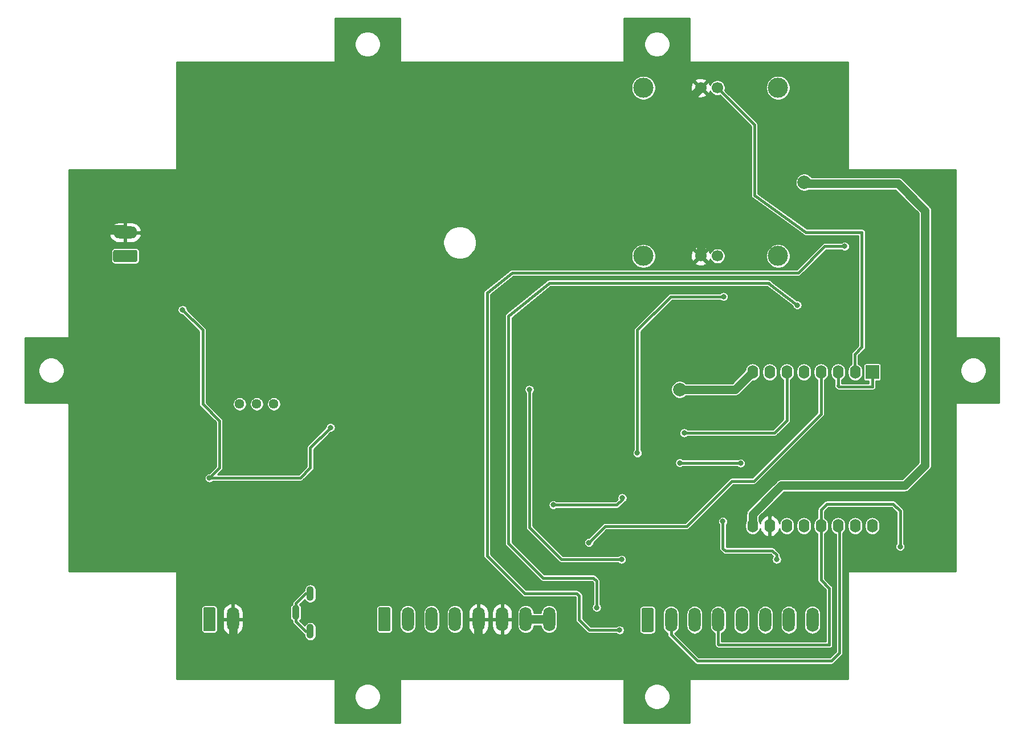
<source format=gbr>
G04 #@! TF.GenerationSoftware,KiCad,Pcbnew,(5.1.9)-1*
G04 #@! TF.CreationDate,2022-06-27T08:21:43+02:00*
G04 #@! TF.ProjectId,green_detect_3,67726565-6e5f-4646-9574-6563745f332e,0.00*
G04 #@! TF.SameCoordinates,Original*
G04 #@! TF.FileFunction,Copper,L2,Bot*
G04 #@! TF.FilePolarity,Positive*
%FSLAX46Y46*%
G04 Gerber Fmt 4.6, Leading zero omitted, Abs format (unit mm)*
G04 Created by KiCad (PCBNEW (5.1.9)-1) date 2022-06-27 08:21:43*
%MOMM*%
%LPD*%
G01*
G04 APERTURE LIST*
G04 #@! TA.AperFunction,ComponentPad*
%ADD10C,3.000000*%
G04 #@! TD*
G04 #@! TA.AperFunction,ComponentPad*
%ADD11C,1.700000*%
G04 #@! TD*
G04 #@! TA.AperFunction,ComponentPad*
%ADD12O,3.600000X1.800000*%
G04 #@! TD*
G04 #@! TA.AperFunction,ComponentPad*
%ADD13C,1.440000*%
G04 #@! TD*
G04 #@! TA.AperFunction,ComponentPad*
%ADD14O,1.600000X2.000000*%
G04 #@! TD*
G04 #@! TA.AperFunction,ComponentPad*
%ADD15R,2.000000X2.000000*%
G04 #@! TD*
G04 #@! TA.AperFunction,ComponentPad*
%ADD16O,1.100000X2.200000*%
G04 #@! TD*
G04 #@! TA.AperFunction,ComponentPad*
%ADD17O,1.800000X3.600000*%
G04 #@! TD*
G04 #@! TA.AperFunction,ViaPad*
%ADD18C,0.800000*%
G04 #@! TD*
G04 #@! TA.AperFunction,ViaPad*
%ADD19C,2.000000*%
G04 #@! TD*
G04 #@! TA.AperFunction,Conductor*
%ADD20C,1.270000*%
G04 #@! TD*
G04 #@! TA.AperFunction,Conductor*
%ADD21C,0.406400*%
G04 #@! TD*
G04 #@! TA.AperFunction,Conductor*
%ADD22C,0.254000*%
G04 #@! TD*
G04 #@! TA.AperFunction,Conductor*
%ADD23C,0.100000*%
G04 #@! TD*
G04 APERTURE END LIST*
D10*
X163500000Y-53000000D03*
X163500000Y-78000000D03*
X183500000Y-78000000D03*
X183500000Y-53000000D03*
D11*
X172000000Y-78000000D03*
X174500000Y-78000000D03*
X172000000Y-53000000D03*
X174500000Y-53000000D03*
D12*
X86500000Y-74500000D03*
G04 #@! TA.AperFunction,ComponentPad*
G36*
G01*
X88050000Y-78900000D02*
X84950000Y-78900000D01*
G75*
G02*
X84700000Y-78650000I0J250000D01*
G01*
X84700000Y-77350000D01*
G75*
G02*
X84950000Y-77100000I250000J0D01*
G01*
X88050000Y-77100000D01*
G75*
G02*
X88300000Y-77350000I0J-250000D01*
G01*
X88300000Y-78650000D01*
G75*
G02*
X88050000Y-78900000I-250000J0D01*
G01*
G37*
G04 #@! TD.AperFunction*
D13*
X108580000Y-100000000D03*
X106040000Y-100000000D03*
X103500000Y-100000000D03*
D14*
X197500000Y-118110000D03*
X194960000Y-118110000D03*
X192420000Y-118110000D03*
X189880000Y-118110000D03*
X187340000Y-118110000D03*
X184800000Y-118110000D03*
X182260000Y-118110000D03*
X179720000Y-118110000D03*
X179720000Y-95250000D03*
X182260000Y-95250000D03*
X184800000Y-95250000D03*
X187340000Y-95250000D03*
X189880000Y-95250000D03*
X192420000Y-95250000D03*
D15*
X197500000Y-95250000D03*
D14*
X194960000Y-95250000D03*
D16*
X111850000Y-131000000D03*
X114000000Y-128200000D03*
X114000000Y-133800000D03*
D17*
X188600000Y-132100000D03*
X185100000Y-132100000D03*
X181600000Y-132100000D03*
X178100000Y-132100000D03*
X174600000Y-132100000D03*
X171100000Y-132100000D03*
X167600000Y-132100000D03*
G04 #@! TA.AperFunction,ComponentPad*
G36*
G01*
X163200000Y-133650000D02*
X163200000Y-130550000D01*
G75*
G02*
X163450000Y-130300000I250000J0D01*
G01*
X164750000Y-130300000D01*
G75*
G02*
X165000000Y-130550000I0J-250000D01*
G01*
X165000000Y-133650000D01*
G75*
G02*
X164750000Y-133900000I-250000J0D01*
G01*
X163450000Y-133900000D01*
G75*
G02*
X163200000Y-133650000I0J250000D01*
G01*
G37*
G04 #@! TD.AperFunction*
X149500000Y-132000000D03*
X146000000Y-132000000D03*
X142500000Y-132000000D03*
X139000000Y-132000000D03*
X135500000Y-132000000D03*
X132000000Y-132000000D03*
X128500000Y-132000000D03*
G04 #@! TA.AperFunction,ComponentPad*
G36*
G01*
X124100000Y-133550000D02*
X124100000Y-130450000D01*
G75*
G02*
X124350000Y-130200000I250000J0D01*
G01*
X125650000Y-130200000D01*
G75*
G02*
X125900000Y-130450000I0J-250000D01*
G01*
X125900000Y-133550000D01*
G75*
G02*
X125650000Y-133800000I-250000J0D01*
G01*
X124350000Y-133800000D01*
G75*
G02*
X124100000Y-133550000I0J250000D01*
G01*
G37*
G04 #@! TD.AperFunction*
X102500000Y-132000000D03*
G04 #@! TA.AperFunction,ComponentPad*
G36*
G01*
X98100000Y-133550000D02*
X98100000Y-130450000D01*
G75*
G02*
X98350000Y-130200000I250000J0D01*
G01*
X99650000Y-130200000D01*
G75*
G02*
X99900000Y-130450000I0J-250000D01*
G01*
X99900000Y-133550000D01*
G75*
G02*
X99650000Y-133800000I-250000J0D01*
G01*
X98350000Y-133800000D01*
G75*
G02*
X98100000Y-133550000I0J250000D01*
G01*
G37*
G04 #@! TD.AperFunction*
D18*
X175400000Y-84050000D03*
X162600000Y-107300000D03*
D19*
X168900000Y-97850000D03*
D18*
X160250000Y-123100000D03*
X146550000Y-97850000D03*
D19*
X85000000Y-94500000D03*
X81000000Y-94500000D03*
X94500000Y-94500000D03*
X90000000Y-94500000D03*
X85000000Y-101000000D03*
X81000000Y-101000000D03*
X94500000Y-101000000D03*
X90000000Y-101000000D03*
X85000000Y-110000000D03*
X81000000Y-110000000D03*
X94500000Y-110000000D03*
X90000000Y-110000000D03*
X85000000Y-116500000D03*
X81000000Y-116500000D03*
X94500000Y-116500000D03*
X90000000Y-116500000D03*
X85000000Y-119500000D03*
X81000000Y-119500000D03*
X94500000Y-119500000D03*
X90000000Y-119500000D03*
X85000000Y-122500000D03*
X81000000Y-122500000D03*
X94500000Y-122500000D03*
X90000000Y-122500000D03*
X85000000Y-104000000D03*
X85000000Y-107000000D03*
X81000000Y-107000000D03*
X81000000Y-104000000D03*
X81000000Y-92000000D03*
X85000000Y-92000000D03*
X90000000Y-92000000D03*
X94500000Y-92000000D03*
X187400000Y-67050000D03*
D18*
X186350000Y-85300000D03*
X156550000Y-130250000D03*
X159950000Y-133600000D03*
X193400000Y-76550000D03*
X175300000Y-117450000D03*
X183300000Y-123100000D03*
X201650000Y-121200000D03*
X150100000Y-115000000D03*
X160350000Y-113950000D03*
X168900000Y-108750000D03*
X177950000Y-108800000D03*
X169550000Y-104300000D03*
X155400000Y-120600000D03*
X99000000Y-111000000D03*
X117000000Y-103500000D03*
X95000000Y-86000000D03*
D20*
X149500000Y-132000000D02*
X146000000Y-132000000D01*
D21*
X175400000Y-84050000D02*
X167550000Y-84050000D01*
X162600000Y-89000000D02*
X162600000Y-107300000D01*
X167550000Y-84050000D02*
X162600000Y-89000000D01*
D20*
X177120000Y-97850000D02*
X179720000Y-95250000D01*
X168900000Y-97850000D02*
X177120000Y-97850000D01*
D21*
X160250000Y-123100000D02*
X151300000Y-123100000D01*
X151300000Y-123100000D02*
X146550000Y-118350000D01*
X146550000Y-110100000D02*
X146550000Y-97850000D01*
X146550000Y-118350000D02*
X146550000Y-110100000D01*
D20*
X80000000Y-88000000D02*
X80000000Y-74000000D01*
X94000000Y-121000000D02*
X81000000Y-121000000D01*
X96000000Y-123000000D02*
X94000000Y-121000000D01*
X96000000Y-138000000D02*
X96000000Y-123000000D01*
X81000000Y-89000000D02*
X80000000Y-88000000D01*
X81000000Y-121000000D02*
X81000000Y-92000000D01*
X102500000Y-137500000D02*
X102000000Y-138000000D01*
X102500000Y-132000000D02*
X102500000Y-137500000D01*
X80000000Y-74000000D02*
X86000000Y-74000000D01*
X102000000Y-138000000D02*
X101200000Y-138000000D01*
X101200000Y-138000000D02*
X96000000Y-138000000D01*
X102000000Y-138000000D02*
X138900000Y-138000000D01*
X138900000Y-132100000D02*
X139000000Y-132000000D01*
X138900000Y-138000000D02*
X138900000Y-132100000D01*
X81000000Y-92000000D02*
X81000000Y-89000000D01*
X168850000Y-56150000D02*
X172000000Y-53000000D01*
X103500000Y-56150000D02*
X168850000Y-56150000D01*
X102800000Y-56850000D02*
X103500000Y-56150000D01*
X102800000Y-67800000D02*
X102800000Y-56850000D01*
X82600000Y-67800000D02*
X102800000Y-67800000D01*
X80000000Y-70400000D02*
X82600000Y-67800000D01*
X80000000Y-74000000D02*
X80000000Y-70400000D01*
X168850000Y-56150000D02*
X168850000Y-69850000D01*
X172000000Y-73000000D02*
X172000000Y-78000000D01*
X168850000Y-69850000D02*
X172000000Y-73000000D01*
X179720000Y-118110000D02*
X179720000Y-116380000D01*
X179720000Y-116380000D02*
X184000000Y-112100000D01*
X184000000Y-112100000D02*
X201050000Y-112100000D01*
X201050000Y-112100000D02*
X202350000Y-112100000D01*
X202350000Y-112100000D02*
X205350000Y-109100000D01*
X205350000Y-109100000D02*
X205350000Y-71250000D01*
X205350000Y-71250000D02*
X201350000Y-67250000D01*
X187600000Y-67250000D02*
X187400000Y-67050000D01*
X201350000Y-67250000D02*
X187600000Y-67250000D01*
D21*
X194900000Y-95190000D02*
X194960000Y-95250000D01*
X194900000Y-92600000D02*
X194900000Y-95190000D01*
X195950000Y-91550000D02*
X194900000Y-92600000D01*
X187600000Y-74450000D02*
X195950000Y-74450000D01*
X195950000Y-74450000D02*
X195950000Y-91550000D01*
X180000000Y-69000000D02*
X187600000Y-74450000D01*
X180000000Y-58500000D02*
X174500000Y-53000000D01*
X180000000Y-69000000D02*
X180000000Y-58500000D01*
X182100000Y-82000000D02*
X149500000Y-82000000D01*
X156550000Y-126350000D02*
X156550000Y-130250000D01*
X156050000Y-125850000D02*
X156550000Y-126350000D01*
X148550000Y-125850000D02*
X156050000Y-125850000D01*
X143450000Y-86900000D02*
X143450000Y-120750000D01*
X143450000Y-120750000D02*
X148550000Y-125850000D01*
X149500000Y-82000000D02*
X143450000Y-86900000D01*
X186350000Y-85300000D02*
X182000000Y-82000000D01*
X140250000Y-122550000D02*
X140250000Y-83450000D01*
X145850000Y-128150000D02*
X140250000Y-122550000D01*
X153950000Y-128500000D02*
X153600000Y-128150000D01*
X153950000Y-132100000D02*
X153950000Y-128500000D01*
X140250000Y-83450000D02*
X144000000Y-80500000D01*
X153600000Y-128150000D02*
X145850000Y-128150000D01*
X155450000Y-133600000D02*
X153950000Y-132100000D01*
X159950000Y-133600000D02*
X155450000Y-133600000D01*
X144000000Y-80500000D02*
X186500000Y-80500000D01*
X190450000Y-76550000D02*
X193400000Y-76550000D01*
X186500000Y-80500000D02*
X190450000Y-76550000D01*
X175300000Y-117450000D02*
X175300000Y-121450000D01*
X175300000Y-121450000D02*
X175650000Y-121800000D01*
X175650000Y-121800000D02*
X182650000Y-121800000D01*
X183300000Y-122450000D02*
X183300000Y-123100000D01*
X182650000Y-121800000D02*
X183300000Y-122450000D01*
X174600000Y-132100000D02*
X174600000Y-135700000D01*
X174600000Y-135700000D02*
X174700000Y-135800000D01*
X174700000Y-135800000D02*
X191100000Y-135800000D01*
X191100000Y-135800000D02*
X191100000Y-127400000D01*
X191100000Y-127400000D02*
X189880000Y-126180000D01*
X189880000Y-126180000D02*
X189880000Y-118110000D01*
X201650000Y-121200000D02*
X201650000Y-115900000D01*
X201650000Y-115900000D02*
X200600000Y-114850000D01*
X200600000Y-114850000D02*
X190750000Y-114850000D01*
X189880000Y-115720000D02*
X189880000Y-118110000D01*
X190750000Y-114850000D02*
X189880000Y-115720000D01*
X167600000Y-132100000D02*
X167600000Y-134300000D01*
X167600000Y-134300000D02*
X171500000Y-138200000D01*
X171500000Y-138200000D02*
X191400000Y-138200000D01*
X191400000Y-138200000D02*
X192600000Y-137000000D01*
X192600000Y-118290000D02*
X192420000Y-118110000D01*
X192600000Y-137000000D02*
X192600000Y-118290000D01*
X150100000Y-115000000D02*
X159550000Y-115000000D01*
X160350000Y-114200000D02*
X160350000Y-113950000D01*
X159550000Y-115000000D02*
X160350000Y-114200000D01*
X177900000Y-108750000D02*
X177950000Y-108800000D01*
X168900000Y-108750000D02*
X177900000Y-108750000D01*
X169550000Y-104300000D02*
X182950000Y-104300000D01*
X184800000Y-102450000D02*
X184800000Y-95250000D01*
X182950000Y-104300000D02*
X184800000Y-102450000D01*
X155400000Y-120600000D02*
X157800000Y-118200000D01*
X157800000Y-118200000D02*
X169900000Y-118200000D01*
X169900000Y-118200000D02*
X176650000Y-111450000D01*
X176650000Y-111450000D02*
X179900000Y-111450000D01*
X189880000Y-101470000D02*
X189880000Y-95250000D01*
X179900000Y-111450000D02*
X189880000Y-101470000D01*
X197500000Y-95250000D02*
X197500000Y-97450000D01*
X197500000Y-97450000D02*
X192550000Y-97450000D01*
X192550000Y-97450000D02*
X192400000Y-97300000D01*
X192420000Y-97280000D02*
X192420000Y-95250000D01*
X192400000Y-97300000D02*
X192420000Y-97280000D01*
X114000000Y-128200000D02*
X113300000Y-128200000D01*
X111850000Y-129650000D02*
X111850000Y-131000000D01*
X113300000Y-128200000D02*
X111850000Y-129650000D01*
X111850000Y-131000000D02*
X111850000Y-132350000D01*
X113300000Y-133800000D02*
X114000000Y-133800000D01*
X111850000Y-132350000D02*
X113300000Y-133800000D01*
X99000000Y-111000000D02*
X112500000Y-111000000D01*
X112500000Y-111000000D02*
X114000000Y-109500000D01*
X114000000Y-106500000D02*
X117000000Y-103500000D01*
X114000000Y-109500000D02*
X114000000Y-106500000D01*
X99000000Y-111000000D02*
X100500000Y-109500000D01*
X100500000Y-109500000D02*
X100500000Y-103000000D01*
X100500000Y-103000000D02*
X100500000Y-102500000D01*
X100500000Y-102500000D02*
X98000000Y-100000000D01*
X98000000Y-89000000D02*
X95000000Y-86000000D01*
X98000000Y-100000000D02*
X98000000Y-89000000D01*
D22*
X127348000Y-48992538D02*
X127347265Y-49000000D01*
X127350200Y-49029797D01*
X127358891Y-49058449D01*
X127373005Y-49084855D01*
X127392000Y-49108000D01*
X127415145Y-49126995D01*
X127441551Y-49141109D01*
X127470203Y-49149800D01*
X127500000Y-49152735D01*
X127507462Y-49152000D01*
X160492538Y-49152000D01*
X160500000Y-49152735D01*
X160529797Y-49149800D01*
X160558449Y-49141109D01*
X160584855Y-49126995D01*
X160608000Y-49108000D01*
X160626995Y-49084855D01*
X160641109Y-49058449D01*
X160649800Y-49029797D01*
X160652000Y-49007462D01*
X160652000Y-49007461D01*
X160652735Y-49000000D01*
X160652000Y-48992538D01*
X160652000Y-46310207D01*
X163573000Y-46310207D01*
X163573000Y-46689793D01*
X163647053Y-47062085D01*
X163792315Y-47412777D01*
X164003201Y-47728391D01*
X164271609Y-47996799D01*
X164587223Y-48207685D01*
X164937915Y-48352947D01*
X165310207Y-48427000D01*
X165689793Y-48427000D01*
X166062085Y-48352947D01*
X166412777Y-48207685D01*
X166728391Y-47996799D01*
X166996799Y-47728391D01*
X167207685Y-47412777D01*
X167352947Y-47062085D01*
X167427000Y-46689793D01*
X167427000Y-46310207D01*
X167352947Y-45937915D01*
X167207685Y-45587223D01*
X166996799Y-45271609D01*
X166728391Y-45003201D01*
X166412777Y-44792315D01*
X166062085Y-44647053D01*
X165689793Y-44573000D01*
X165310207Y-44573000D01*
X164937915Y-44647053D01*
X164587223Y-44792315D01*
X164271609Y-45003201D01*
X164003201Y-45271609D01*
X163792315Y-45587223D01*
X163647053Y-45937915D01*
X163573000Y-46310207D01*
X160652000Y-46310207D01*
X160652000Y-42652000D01*
X170348001Y-42652000D01*
X170348000Y-48992538D01*
X170347265Y-49000000D01*
X170350200Y-49029797D01*
X170358891Y-49058449D01*
X170373005Y-49084855D01*
X170392000Y-49108000D01*
X170415145Y-49126995D01*
X170441551Y-49141109D01*
X170470203Y-49149800D01*
X170500000Y-49152735D01*
X170507462Y-49152000D01*
X193848001Y-49152000D01*
X193848000Y-64992538D01*
X193847265Y-65000000D01*
X193850200Y-65029797D01*
X193858891Y-65058449D01*
X193873005Y-65084855D01*
X193892000Y-65108000D01*
X193915145Y-65126995D01*
X193941551Y-65141109D01*
X193970203Y-65149800D01*
X194000000Y-65152735D01*
X194007462Y-65152000D01*
X209848001Y-65152000D01*
X209848000Y-89992538D01*
X209847265Y-90000000D01*
X209850200Y-90029797D01*
X209858891Y-90058449D01*
X209873005Y-90084855D01*
X209892000Y-90108000D01*
X209915145Y-90126995D01*
X209941551Y-90141109D01*
X209970203Y-90149800D01*
X210000000Y-90152735D01*
X210007462Y-90152000D01*
X216348001Y-90152000D01*
X216348000Y-99848000D01*
X210007462Y-99848000D01*
X210000000Y-99847265D01*
X209992538Y-99848000D01*
X209970203Y-99850200D01*
X209941551Y-99858891D01*
X209915145Y-99873005D01*
X209892000Y-99892000D01*
X209873005Y-99915145D01*
X209858891Y-99941551D01*
X209850200Y-99970203D01*
X209847265Y-100000000D01*
X209848001Y-100007472D01*
X209848000Y-124848000D01*
X194007462Y-124848000D01*
X194000000Y-124847265D01*
X193992538Y-124848000D01*
X193970203Y-124850200D01*
X193941551Y-124858891D01*
X193915145Y-124873005D01*
X193892000Y-124892000D01*
X193873005Y-124915145D01*
X193858891Y-124941551D01*
X193850200Y-124970203D01*
X193847265Y-125000000D01*
X193848001Y-125007472D01*
X193848000Y-140848000D01*
X170507462Y-140848000D01*
X170500000Y-140847265D01*
X170492538Y-140848000D01*
X170470203Y-140850200D01*
X170441551Y-140858891D01*
X170415145Y-140873005D01*
X170392000Y-140892000D01*
X170373005Y-140915145D01*
X170358891Y-140941551D01*
X170350200Y-140970203D01*
X170347265Y-141000000D01*
X170348001Y-141007472D01*
X170348000Y-147348000D01*
X160652000Y-147348000D01*
X160652000Y-143310207D01*
X163573000Y-143310207D01*
X163573000Y-143689793D01*
X163647053Y-144062085D01*
X163792315Y-144412777D01*
X164003201Y-144728391D01*
X164271609Y-144996799D01*
X164587223Y-145207685D01*
X164937915Y-145352947D01*
X165310207Y-145427000D01*
X165689793Y-145427000D01*
X166062085Y-145352947D01*
X166412777Y-145207685D01*
X166728391Y-144996799D01*
X166996799Y-144728391D01*
X167207685Y-144412777D01*
X167352947Y-144062085D01*
X167427000Y-143689793D01*
X167427000Y-143310207D01*
X167352947Y-142937915D01*
X167207685Y-142587223D01*
X166996799Y-142271609D01*
X166728391Y-142003201D01*
X166412777Y-141792315D01*
X166062085Y-141647053D01*
X165689793Y-141573000D01*
X165310207Y-141573000D01*
X164937915Y-141647053D01*
X164587223Y-141792315D01*
X164271609Y-142003201D01*
X164003201Y-142271609D01*
X163792315Y-142587223D01*
X163647053Y-142937915D01*
X163573000Y-143310207D01*
X160652000Y-143310207D01*
X160652000Y-141007461D01*
X160652735Y-141000000D01*
X160649800Y-140970203D01*
X160641109Y-140941551D01*
X160626995Y-140915145D01*
X160608000Y-140892000D01*
X160584855Y-140873005D01*
X160558449Y-140858891D01*
X160529797Y-140850200D01*
X160507462Y-140848000D01*
X160500000Y-140847265D01*
X160492538Y-140848000D01*
X127507462Y-140848000D01*
X127500000Y-140847265D01*
X127492538Y-140848000D01*
X127470203Y-140850200D01*
X127441551Y-140858891D01*
X127415145Y-140873005D01*
X127392000Y-140892000D01*
X127373005Y-140915145D01*
X127358891Y-140941551D01*
X127350200Y-140970203D01*
X127347265Y-141000000D01*
X127348001Y-141007472D01*
X127348000Y-147348000D01*
X117652000Y-147348000D01*
X117652000Y-143310207D01*
X120573000Y-143310207D01*
X120573000Y-143689793D01*
X120647053Y-144062085D01*
X120792315Y-144412777D01*
X121003201Y-144728391D01*
X121271609Y-144996799D01*
X121587223Y-145207685D01*
X121937915Y-145352947D01*
X122310207Y-145427000D01*
X122689793Y-145427000D01*
X123062085Y-145352947D01*
X123412777Y-145207685D01*
X123728391Y-144996799D01*
X123996799Y-144728391D01*
X124207685Y-144412777D01*
X124352947Y-144062085D01*
X124427000Y-143689793D01*
X124427000Y-143310207D01*
X124352947Y-142937915D01*
X124207685Y-142587223D01*
X123996799Y-142271609D01*
X123728391Y-142003201D01*
X123412777Y-141792315D01*
X123062085Y-141647053D01*
X122689793Y-141573000D01*
X122310207Y-141573000D01*
X121937915Y-141647053D01*
X121587223Y-141792315D01*
X121271609Y-142003201D01*
X121003201Y-142271609D01*
X120792315Y-142587223D01*
X120647053Y-142937915D01*
X120573000Y-143310207D01*
X117652000Y-143310207D01*
X117652000Y-141007461D01*
X117652735Y-141000000D01*
X117649800Y-140970203D01*
X117641109Y-140941551D01*
X117626995Y-140915145D01*
X117608000Y-140892000D01*
X117584855Y-140873005D01*
X117558449Y-140858891D01*
X117529797Y-140850200D01*
X117507462Y-140848000D01*
X117500000Y-140847265D01*
X117492538Y-140848000D01*
X94152000Y-140848000D01*
X94152000Y-130450000D01*
X97771418Y-130450000D01*
X97771418Y-133550000D01*
X97782535Y-133662876D01*
X97815460Y-133771414D01*
X97868927Y-133871443D01*
X97940881Y-133959119D01*
X98028557Y-134031073D01*
X98128586Y-134084540D01*
X98237124Y-134117465D01*
X98350000Y-134128582D01*
X99650000Y-134128582D01*
X99762876Y-134117465D01*
X99871414Y-134084540D01*
X99971443Y-134031073D01*
X100059119Y-133959119D01*
X100131073Y-133871443D01*
X100184540Y-133771414D01*
X100217465Y-133662876D01*
X100228582Y-133550000D01*
X100228582Y-132127000D01*
X100965000Y-132127000D01*
X100965000Y-133027000D01*
X101019271Y-133324023D01*
X101130446Y-133604751D01*
X101294252Y-133858396D01*
X101504394Y-134075210D01*
X101752796Y-134246862D01*
X102029913Y-134366755D01*
X102135260Y-134391036D01*
X102373000Y-134270378D01*
X102373000Y-132127000D01*
X102627000Y-132127000D01*
X102627000Y-134270378D01*
X102864740Y-134391036D01*
X102970087Y-134366755D01*
X103247204Y-134246862D01*
X103495606Y-134075210D01*
X103705748Y-133858396D01*
X103869554Y-133604751D01*
X103980729Y-133324023D01*
X104035000Y-133027000D01*
X104035000Y-132127000D01*
X102627000Y-132127000D01*
X102373000Y-132127000D01*
X100965000Y-132127000D01*
X100228582Y-132127000D01*
X100228582Y-130973000D01*
X100965000Y-130973000D01*
X100965000Y-131873000D01*
X102373000Y-131873000D01*
X102373000Y-129729622D01*
X102627000Y-129729622D01*
X102627000Y-131873000D01*
X104035000Y-131873000D01*
X104035000Y-131593078D01*
X110973000Y-131593078D01*
X110985690Y-131721921D01*
X111035838Y-131887236D01*
X111117273Y-132039591D01*
X111226867Y-132173133D01*
X111319801Y-132249402D01*
X111319801Y-132323950D01*
X111317235Y-132350000D01*
X111320751Y-132385690D01*
X111327473Y-132453937D01*
X111357790Y-132553880D01*
X111407023Y-132645988D01*
X111473279Y-132726722D01*
X111493510Y-132743325D01*
X112906675Y-134156491D01*
X112923278Y-134176722D01*
X113004012Y-134242978D01*
X113096120Y-134292211D01*
X113123000Y-134300365D01*
X113123000Y-134393078D01*
X113135690Y-134521921D01*
X113185838Y-134687236D01*
X113267273Y-134839591D01*
X113376867Y-134973133D01*
X113510408Y-135082727D01*
X113662763Y-135164162D01*
X113828078Y-135214310D01*
X114000000Y-135231243D01*
X114171921Y-135214310D01*
X114337236Y-135164162D01*
X114489591Y-135082727D01*
X114623133Y-134973133D01*
X114732727Y-134839592D01*
X114814162Y-134687237D01*
X114864310Y-134521922D01*
X114877000Y-134393079D01*
X114877000Y-133206921D01*
X114864310Y-133078078D01*
X114814162Y-132912763D01*
X114732727Y-132760408D01*
X114623133Y-132626867D01*
X114489592Y-132517273D01*
X114337237Y-132435838D01*
X114171922Y-132385690D01*
X114000000Y-132368757D01*
X113828079Y-132385690D01*
X113662764Y-132435838D01*
X113510409Y-132517273D01*
X113376868Y-132626867D01*
X113267274Y-132760408D01*
X113185839Y-132912763D01*
X113180425Y-132930610D01*
X112445569Y-132195754D01*
X112473133Y-132173133D01*
X112582727Y-132039592D01*
X112664162Y-131887237D01*
X112714310Y-131721922D01*
X112727000Y-131593079D01*
X112727000Y-130450000D01*
X123771418Y-130450000D01*
X123771418Y-133550000D01*
X123782535Y-133662876D01*
X123815460Y-133771414D01*
X123868927Y-133871443D01*
X123940881Y-133959119D01*
X124028557Y-134031073D01*
X124128586Y-134084540D01*
X124237124Y-134117465D01*
X124350000Y-134128582D01*
X125650000Y-134128582D01*
X125762876Y-134117465D01*
X125871414Y-134084540D01*
X125971443Y-134031073D01*
X126059119Y-133959119D01*
X126131073Y-133871443D01*
X126184540Y-133771414D01*
X126217465Y-133662876D01*
X126228582Y-133550000D01*
X126228582Y-131039733D01*
X127273000Y-131039733D01*
X127273000Y-132960268D01*
X127290756Y-133140534D01*
X127360917Y-133371824D01*
X127474852Y-133584983D01*
X127628184Y-133771817D01*
X127815018Y-133925149D01*
X128028177Y-134039084D01*
X128259467Y-134109245D01*
X128500000Y-134132936D01*
X128740534Y-134109245D01*
X128971824Y-134039084D01*
X129184983Y-133925149D01*
X129371817Y-133771817D01*
X129525149Y-133584983D01*
X129639084Y-133371824D01*
X129709245Y-133140534D01*
X129727000Y-132960268D01*
X129727000Y-131039733D01*
X130773000Y-131039733D01*
X130773000Y-132960268D01*
X130790756Y-133140534D01*
X130860917Y-133371824D01*
X130974852Y-133584983D01*
X131128184Y-133771817D01*
X131315018Y-133925149D01*
X131528177Y-134039084D01*
X131759467Y-134109245D01*
X132000000Y-134132936D01*
X132240534Y-134109245D01*
X132471824Y-134039084D01*
X132684983Y-133925149D01*
X132871817Y-133771817D01*
X133025149Y-133584983D01*
X133139084Y-133371824D01*
X133209245Y-133140534D01*
X133227000Y-132960268D01*
X133227000Y-131039733D01*
X134273000Y-131039733D01*
X134273000Y-132960268D01*
X134290756Y-133140534D01*
X134360917Y-133371824D01*
X134474852Y-133584983D01*
X134628184Y-133771817D01*
X134815018Y-133925149D01*
X135028177Y-134039084D01*
X135259467Y-134109245D01*
X135500000Y-134132936D01*
X135740534Y-134109245D01*
X135971824Y-134039084D01*
X136184983Y-133925149D01*
X136371817Y-133771817D01*
X136525149Y-133584983D01*
X136639084Y-133371824D01*
X136709245Y-133140534D01*
X136727000Y-132960268D01*
X136727000Y-132127000D01*
X137465000Y-132127000D01*
X137465000Y-133027000D01*
X137519271Y-133324023D01*
X137630446Y-133604751D01*
X137794252Y-133858396D01*
X138004394Y-134075210D01*
X138252796Y-134246862D01*
X138529913Y-134366755D01*
X138635260Y-134391036D01*
X138873000Y-134270378D01*
X138873000Y-132127000D01*
X139127000Y-132127000D01*
X139127000Y-134270378D01*
X139364740Y-134391036D01*
X139470087Y-134366755D01*
X139747204Y-134246862D01*
X139995606Y-134075210D01*
X140205748Y-133858396D01*
X140369554Y-133604751D01*
X140480729Y-133324023D01*
X140535000Y-133027000D01*
X140535000Y-132127000D01*
X140965000Y-132127000D01*
X140965000Y-133027000D01*
X141019271Y-133324023D01*
X141130446Y-133604751D01*
X141294252Y-133858396D01*
X141504394Y-134075210D01*
X141752796Y-134246862D01*
X142029913Y-134366755D01*
X142135260Y-134391036D01*
X142373000Y-134270378D01*
X142373000Y-132127000D01*
X142627000Y-132127000D01*
X142627000Y-134270378D01*
X142864740Y-134391036D01*
X142970087Y-134366755D01*
X143247204Y-134246862D01*
X143495606Y-134075210D01*
X143705748Y-133858396D01*
X143869554Y-133604751D01*
X143980729Y-133324023D01*
X144035000Y-133027000D01*
X144035000Y-132127000D01*
X142627000Y-132127000D01*
X142373000Y-132127000D01*
X140965000Y-132127000D01*
X140535000Y-132127000D01*
X139127000Y-132127000D01*
X138873000Y-132127000D01*
X137465000Y-132127000D01*
X136727000Y-132127000D01*
X136727000Y-131039732D01*
X136720428Y-130973000D01*
X137465000Y-130973000D01*
X137465000Y-131873000D01*
X138873000Y-131873000D01*
X138873000Y-129729622D01*
X139127000Y-129729622D01*
X139127000Y-131873000D01*
X140535000Y-131873000D01*
X140535000Y-130973000D01*
X140965000Y-130973000D01*
X140965000Y-131873000D01*
X142373000Y-131873000D01*
X142373000Y-129729622D01*
X142627000Y-129729622D01*
X142627000Y-131873000D01*
X144035000Y-131873000D01*
X144035000Y-131039733D01*
X144773000Y-131039733D01*
X144773000Y-132960268D01*
X144790756Y-133140534D01*
X144860917Y-133371824D01*
X144974852Y-133584983D01*
X145128184Y-133771817D01*
X145315018Y-133925149D01*
X145528177Y-134039084D01*
X145759467Y-134109245D01*
X146000000Y-134132936D01*
X146240534Y-134109245D01*
X146471824Y-134039084D01*
X146684983Y-133925149D01*
X146871817Y-133771817D01*
X147025149Y-133584983D01*
X147139084Y-133371824D01*
X147209245Y-133140534D01*
X147226829Y-132962000D01*
X148273171Y-132962000D01*
X148290756Y-133140534D01*
X148360917Y-133371824D01*
X148474852Y-133584983D01*
X148628184Y-133771817D01*
X148815018Y-133925149D01*
X149028177Y-134039084D01*
X149259467Y-134109245D01*
X149500000Y-134132936D01*
X149740534Y-134109245D01*
X149971824Y-134039084D01*
X150184983Y-133925149D01*
X150371817Y-133771817D01*
X150525149Y-133584983D01*
X150639084Y-133371824D01*
X150709245Y-133140534D01*
X150727000Y-132960268D01*
X150727000Y-131039732D01*
X150709245Y-130859466D01*
X150639084Y-130628176D01*
X150525149Y-130415017D01*
X150371817Y-130228183D01*
X150184982Y-130074851D01*
X149971823Y-129960916D01*
X149740533Y-129890755D01*
X149500000Y-129867064D01*
X149259466Y-129890755D01*
X149028176Y-129960916D01*
X148815017Y-130074851D01*
X148628183Y-130228183D01*
X148474851Y-130415018D01*
X148360916Y-130628177D01*
X148290755Y-130859467D01*
X148273171Y-131038000D01*
X147226829Y-131038000D01*
X147209245Y-130859466D01*
X147139084Y-130628176D01*
X147025149Y-130415017D01*
X146871817Y-130228183D01*
X146684982Y-130074851D01*
X146471823Y-129960916D01*
X146240533Y-129890755D01*
X146000000Y-129867064D01*
X145759466Y-129890755D01*
X145528176Y-129960916D01*
X145315017Y-130074851D01*
X145128183Y-130228183D01*
X144974851Y-130415018D01*
X144860916Y-130628177D01*
X144790755Y-130859467D01*
X144773000Y-131039733D01*
X144035000Y-131039733D01*
X144035000Y-130973000D01*
X143980729Y-130675977D01*
X143869554Y-130395249D01*
X143705748Y-130141604D01*
X143495606Y-129924790D01*
X143247204Y-129753138D01*
X142970087Y-129633245D01*
X142864740Y-129608964D01*
X142627000Y-129729622D01*
X142373000Y-129729622D01*
X142135260Y-129608964D01*
X142029913Y-129633245D01*
X141752796Y-129753138D01*
X141504394Y-129924790D01*
X141294252Y-130141604D01*
X141130446Y-130395249D01*
X141019271Y-130675977D01*
X140965000Y-130973000D01*
X140535000Y-130973000D01*
X140480729Y-130675977D01*
X140369554Y-130395249D01*
X140205748Y-130141604D01*
X139995606Y-129924790D01*
X139747204Y-129753138D01*
X139470087Y-129633245D01*
X139364740Y-129608964D01*
X139127000Y-129729622D01*
X138873000Y-129729622D01*
X138635260Y-129608964D01*
X138529913Y-129633245D01*
X138252796Y-129753138D01*
X138004394Y-129924790D01*
X137794252Y-130141604D01*
X137630446Y-130395249D01*
X137519271Y-130675977D01*
X137465000Y-130973000D01*
X136720428Y-130973000D01*
X136709245Y-130859466D01*
X136639084Y-130628176D01*
X136525149Y-130415017D01*
X136371817Y-130228183D01*
X136184982Y-130074851D01*
X135971823Y-129960916D01*
X135740533Y-129890755D01*
X135500000Y-129867064D01*
X135259466Y-129890755D01*
X135028176Y-129960916D01*
X134815017Y-130074851D01*
X134628183Y-130228183D01*
X134474851Y-130415018D01*
X134360916Y-130628177D01*
X134290755Y-130859467D01*
X134273000Y-131039733D01*
X133227000Y-131039733D01*
X133227000Y-131039732D01*
X133209245Y-130859466D01*
X133139084Y-130628176D01*
X133025149Y-130415017D01*
X132871817Y-130228183D01*
X132684982Y-130074851D01*
X132471823Y-129960916D01*
X132240533Y-129890755D01*
X132000000Y-129867064D01*
X131759466Y-129890755D01*
X131528176Y-129960916D01*
X131315017Y-130074851D01*
X131128183Y-130228183D01*
X130974851Y-130415018D01*
X130860916Y-130628177D01*
X130790755Y-130859467D01*
X130773000Y-131039733D01*
X129727000Y-131039733D01*
X129727000Y-131039732D01*
X129709245Y-130859466D01*
X129639084Y-130628176D01*
X129525149Y-130415017D01*
X129371817Y-130228183D01*
X129184982Y-130074851D01*
X128971823Y-129960916D01*
X128740533Y-129890755D01*
X128500000Y-129867064D01*
X128259466Y-129890755D01*
X128028176Y-129960916D01*
X127815017Y-130074851D01*
X127628183Y-130228183D01*
X127474851Y-130415018D01*
X127360916Y-130628177D01*
X127290755Y-130859467D01*
X127273000Y-131039733D01*
X126228582Y-131039733D01*
X126228582Y-130450000D01*
X126217465Y-130337124D01*
X126184540Y-130228586D01*
X126131073Y-130128557D01*
X126059119Y-130040881D01*
X125971443Y-129968927D01*
X125871414Y-129915460D01*
X125762876Y-129882535D01*
X125650000Y-129871418D01*
X124350000Y-129871418D01*
X124237124Y-129882535D01*
X124128586Y-129915460D01*
X124028557Y-129968927D01*
X123940881Y-130040881D01*
X123868927Y-130128557D01*
X123815460Y-130228586D01*
X123782535Y-130337124D01*
X123771418Y-130450000D01*
X112727000Y-130450000D01*
X112727000Y-130406921D01*
X112714310Y-130278078D01*
X112664162Y-130112763D01*
X112582727Y-129960408D01*
X112473133Y-129826867D01*
X112445569Y-129804246D01*
X113180425Y-129069391D01*
X113185838Y-129087236D01*
X113267273Y-129239591D01*
X113376867Y-129373133D01*
X113510408Y-129482727D01*
X113662763Y-129564162D01*
X113828078Y-129614310D01*
X114000000Y-129631243D01*
X114171921Y-129614310D01*
X114337236Y-129564162D01*
X114489591Y-129482727D01*
X114623133Y-129373133D01*
X114732727Y-129239592D01*
X114814162Y-129087237D01*
X114864310Y-128921922D01*
X114877000Y-128793079D01*
X114877000Y-127606921D01*
X114864310Y-127478078D01*
X114814162Y-127312763D01*
X114732727Y-127160408D01*
X114623133Y-127026867D01*
X114489592Y-126917273D01*
X114337237Y-126835838D01*
X114171922Y-126785690D01*
X114000000Y-126768757D01*
X113828079Y-126785690D01*
X113662764Y-126835838D01*
X113510409Y-126917273D01*
X113376868Y-127026867D01*
X113267274Y-127160408D01*
X113185839Y-127312763D01*
X113135691Y-127478078D01*
X113123001Y-127606921D01*
X113123001Y-127699635D01*
X113096120Y-127707789D01*
X113004012Y-127757022D01*
X112923278Y-127823278D01*
X112906675Y-127843509D01*
X111493514Y-129256671D01*
X111473278Y-129273278D01*
X111407022Y-129354012D01*
X111357789Y-129446121D01*
X111327472Y-129546064D01*
X111319800Y-129623957D01*
X111317235Y-129650000D01*
X111319800Y-129676040D01*
X111319800Y-129750600D01*
X111226868Y-129826867D01*
X111117274Y-129960408D01*
X111035839Y-130112763D01*
X110985691Y-130278078D01*
X110973001Y-130406921D01*
X110973000Y-131593078D01*
X104035000Y-131593078D01*
X104035000Y-130973000D01*
X103980729Y-130675977D01*
X103869554Y-130395249D01*
X103705748Y-130141604D01*
X103495606Y-129924790D01*
X103247204Y-129753138D01*
X102970087Y-129633245D01*
X102864740Y-129608964D01*
X102627000Y-129729622D01*
X102373000Y-129729622D01*
X102135260Y-129608964D01*
X102029913Y-129633245D01*
X101752796Y-129753138D01*
X101504394Y-129924790D01*
X101294252Y-130141604D01*
X101130446Y-130395249D01*
X101019271Y-130675977D01*
X100965000Y-130973000D01*
X100228582Y-130973000D01*
X100228582Y-130450000D01*
X100217465Y-130337124D01*
X100184540Y-130228586D01*
X100131073Y-130128557D01*
X100059119Y-130040881D01*
X99971443Y-129968927D01*
X99871414Y-129915460D01*
X99762876Y-129882535D01*
X99650000Y-129871418D01*
X98350000Y-129871418D01*
X98237124Y-129882535D01*
X98128586Y-129915460D01*
X98028557Y-129968927D01*
X97940881Y-130040881D01*
X97868927Y-130128557D01*
X97815460Y-130228586D01*
X97782535Y-130337124D01*
X97771418Y-130450000D01*
X94152000Y-130450000D01*
X94152000Y-125007461D01*
X94152735Y-125000000D01*
X94149800Y-124970203D01*
X94141109Y-124941551D01*
X94126995Y-124915145D01*
X94108000Y-124892000D01*
X94084855Y-124873005D01*
X94058449Y-124858891D01*
X94029797Y-124850200D01*
X94007462Y-124848000D01*
X94000000Y-124847265D01*
X93992538Y-124848000D01*
X78152000Y-124848000D01*
X78152000Y-122550000D01*
X139717235Y-122550000D01*
X139719800Y-122576040D01*
X139719800Y-122576042D01*
X139727472Y-122653936D01*
X139757789Y-122753879D01*
X139807022Y-122845988D01*
X139873278Y-122926722D01*
X139893514Y-122943329D01*
X145456675Y-128506491D01*
X145473278Y-128526722D01*
X145554012Y-128592978D01*
X145646120Y-128642211D01*
X145746063Y-128672528D01*
X145823957Y-128680200D01*
X145823960Y-128680200D01*
X145850000Y-128682765D01*
X145876040Y-128680200D01*
X153380385Y-128680200D01*
X153419801Y-128719616D01*
X153419800Y-132073957D01*
X153417235Y-132100000D01*
X153419800Y-132126040D01*
X153419800Y-132126042D01*
X153427472Y-132203936D01*
X153457789Y-132303879D01*
X153507022Y-132395988D01*
X153573278Y-132476722D01*
X153593514Y-132493329D01*
X155056675Y-133956491D01*
X155073278Y-133976722D01*
X155154012Y-134042978D01*
X155246120Y-134092211D01*
X155346063Y-134122528D01*
X155423957Y-134130200D01*
X155423959Y-134130200D01*
X155449999Y-134132765D01*
X155476039Y-134130200D01*
X159452066Y-134130200D01*
X159486564Y-134164698D01*
X159605636Y-134244259D01*
X159737942Y-134299062D01*
X159878397Y-134327000D01*
X160021603Y-134327000D01*
X160162058Y-134299062D01*
X160294364Y-134244259D01*
X160413436Y-134164698D01*
X160514698Y-134063436D01*
X160594259Y-133944364D01*
X160649062Y-133812058D01*
X160677000Y-133671603D01*
X160677000Y-133528397D01*
X160649062Y-133387942D01*
X160594259Y-133255636D01*
X160514698Y-133136564D01*
X160413436Y-133035302D01*
X160294364Y-132955741D01*
X160162058Y-132900938D01*
X160021603Y-132873000D01*
X159878397Y-132873000D01*
X159737942Y-132900938D01*
X159605636Y-132955741D01*
X159486564Y-133035302D01*
X159452066Y-133069800D01*
X155669616Y-133069800D01*
X154480200Y-131880385D01*
X154480200Y-128526043D01*
X154482765Y-128500000D01*
X154472528Y-128396062D01*
X154459732Y-128353880D01*
X154442211Y-128296120D01*
X154392978Y-128204012D01*
X154326722Y-128123278D01*
X154306486Y-128106671D01*
X153993329Y-127793514D01*
X153976722Y-127773278D01*
X153895988Y-127707022D01*
X153803880Y-127657789D01*
X153703937Y-127627472D01*
X153626043Y-127619800D01*
X153626040Y-127619800D01*
X153600000Y-127617235D01*
X153573960Y-127619800D01*
X146069616Y-127619800D01*
X140780200Y-122330385D01*
X140780200Y-120750000D01*
X142917235Y-120750000D01*
X142923348Y-120812058D01*
X142927473Y-120853937D01*
X142957790Y-120953880D01*
X143007023Y-121045988D01*
X143073279Y-121126722D01*
X143093510Y-121143325D01*
X148156675Y-126206491D01*
X148173278Y-126226722D01*
X148254012Y-126292978D01*
X148346120Y-126342211D01*
X148446063Y-126372528D01*
X148523957Y-126380200D01*
X148523959Y-126380200D01*
X148549999Y-126382765D01*
X148576039Y-126380200D01*
X155830385Y-126380200D01*
X156019800Y-126569616D01*
X156019801Y-129752065D01*
X155985302Y-129786564D01*
X155905741Y-129905636D01*
X155850938Y-130037942D01*
X155823000Y-130178397D01*
X155823000Y-130321603D01*
X155850938Y-130462058D01*
X155905741Y-130594364D01*
X155985302Y-130713436D01*
X156086564Y-130814698D01*
X156205636Y-130894259D01*
X156337942Y-130949062D01*
X156478397Y-130977000D01*
X156621603Y-130977000D01*
X156762058Y-130949062D01*
X156894364Y-130894259D01*
X157013436Y-130814698D01*
X157114698Y-130713436D01*
X157194259Y-130594364D01*
X157212635Y-130550000D01*
X162871418Y-130550000D01*
X162871418Y-133650000D01*
X162882535Y-133762876D01*
X162915460Y-133871414D01*
X162968927Y-133971443D01*
X163040881Y-134059119D01*
X163128557Y-134131073D01*
X163228586Y-134184540D01*
X163337124Y-134217465D01*
X163450000Y-134228582D01*
X164750000Y-134228582D01*
X164862876Y-134217465D01*
X164971414Y-134184540D01*
X165071443Y-134131073D01*
X165159119Y-134059119D01*
X165231073Y-133971443D01*
X165284540Y-133871414D01*
X165317465Y-133762876D01*
X165328582Y-133650000D01*
X165328582Y-131139733D01*
X166373000Y-131139733D01*
X166373000Y-133060268D01*
X166390756Y-133240534D01*
X166460917Y-133471824D01*
X166574852Y-133684983D01*
X166728184Y-133871817D01*
X166915018Y-134025149D01*
X167069801Y-134107882D01*
X167069801Y-134273950D01*
X167067235Y-134300000D01*
X167077473Y-134403937D01*
X167107790Y-134503880D01*
X167157023Y-134595988D01*
X167223279Y-134676722D01*
X167243510Y-134693325D01*
X171106675Y-138556491D01*
X171123278Y-138576722D01*
X171204012Y-138642978D01*
X171296120Y-138692211D01*
X171396063Y-138722528D01*
X171473957Y-138730200D01*
X171473960Y-138730200D01*
X171500000Y-138732765D01*
X171526040Y-138730200D01*
X191373960Y-138730200D01*
X191400000Y-138732765D01*
X191426040Y-138730200D01*
X191426043Y-138730200D01*
X191503937Y-138722528D01*
X191603880Y-138692211D01*
X191695988Y-138642978D01*
X191776722Y-138576722D01*
X191793329Y-138556486D01*
X192956496Y-137393321D01*
X192976722Y-137376722D01*
X193042978Y-137295988D01*
X193092211Y-137203880D01*
X193122528Y-137103937D01*
X193130200Y-137026043D01*
X193130200Y-137026041D01*
X193132765Y-137000001D01*
X193130200Y-136973961D01*
X193130200Y-119185090D01*
X193220765Y-119110765D01*
X193361600Y-118939157D01*
X193466250Y-118743371D01*
X193530693Y-118530931D01*
X193547000Y-118365365D01*
X193547000Y-117854636D01*
X193547000Y-117854635D01*
X193833000Y-117854635D01*
X193833000Y-118365364D01*
X193849307Y-118530930D01*
X193913750Y-118743370D01*
X194018400Y-118939157D01*
X194159235Y-119110765D01*
X194330843Y-119251600D01*
X194526629Y-119356250D01*
X194739069Y-119420693D01*
X194960000Y-119442453D01*
X195180930Y-119420693D01*
X195393370Y-119356250D01*
X195589157Y-119251600D01*
X195760765Y-119110765D01*
X195901600Y-118939157D01*
X196006250Y-118743371D01*
X196070693Y-118530931D01*
X196087000Y-118365365D01*
X196087000Y-117854636D01*
X196087000Y-117854635D01*
X196373000Y-117854635D01*
X196373000Y-118365364D01*
X196389307Y-118530930D01*
X196453750Y-118743370D01*
X196558400Y-118939157D01*
X196699235Y-119110765D01*
X196870843Y-119251600D01*
X197066629Y-119356250D01*
X197279069Y-119420693D01*
X197500000Y-119442453D01*
X197720930Y-119420693D01*
X197933370Y-119356250D01*
X198129157Y-119251600D01*
X198300765Y-119110765D01*
X198441600Y-118939157D01*
X198546250Y-118743371D01*
X198610693Y-118530931D01*
X198627000Y-118365365D01*
X198627000Y-117854636D01*
X198610693Y-117689070D01*
X198546250Y-117476630D01*
X198441600Y-117280843D01*
X198300765Y-117109235D01*
X198129157Y-116968400D01*
X197933371Y-116863750D01*
X197720931Y-116799307D01*
X197500000Y-116777547D01*
X197279070Y-116799307D01*
X197066630Y-116863750D01*
X196870844Y-116968400D01*
X196699236Y-117109235D01*
X196558401Y-117280843D01*
X196453750Y-117476629D01*
X196389307Y-117689069D01*
X196373000Y-117854635D01*
X196087000Y-117854635D01*
X196070693Y-117689070D01*
X196006250Y-117476630D01*
X195901600Y-117280843D01*
X195760765Y-117109235D01*
X195589157Y-116968400D01*
X195393371Y-116863750D01*
X195180931Y-116799307D01*
X194960000Y-116777547D01*
X194739070Y-116799307D01*
X194526630Y-116863750D01*
X194330844Y-116968400D01*
X194159236Y-117109235D01*
X194018401Y-117280843D01*
X193913750Y-117476629D01*
X193849307Y-117689069D01*
X193833000Y-117854635D01*
X193547000Y-117854635D01*
X193530693Y-117689070D01*
X193466250Y-117476630D01*
X193361600Y-117280843D01*
X193220765Y-117109235D01*
X193049157Y-116968400D01*
X192853371Y-116863750D01*
X192640931Y-116799307D01*
X192420000Y-116777547D01*
X192199070Y-116799307D01*
X191986630Y-116863750D01*
X191790844Y-116968400D01*
X191619236Y-117109235D01*
X191478401Y-117280843D01*
X191373750Y-117476629D01*
X191309307Y-117689069D01*
X191293000Y-117854635D01*
X191293000Y-118365364D01*
X191309307Y-118530930D01*
X191373750Y-118743370D01*
X191478400Y-118939157D01*
X191619235Y-119110765D01*
X191790843Y-119251600D01*
X191986629Y-119356250D01*
X192069801Y-119381480D01*
X192069800Y-136780383D01*
X191180385Y-137669800D01*
X171719616Y-137669800D01*
X168148119Y-134098304D01*
X168284983Y-134025149D01*
X168471817Y-133871817D01*
X168625149Y-133684983D01*
X168739084Y-133471824D01*
X168809245Y-133240534D01*
X168827000Y-133060268D01*
X168827000Y-131139733D01*
X169873000Y-131139733D01*
X169873000Y-133060268D01*
X169890756Y-133240534D01*
X169960917Y-133471824D01*
X170074852Y-133684983D01*
X170228184Y-133871817D01*
X170415018Y-134025149D01*
X170628177Y-134139084D01*
X170859467Y-134209245D01*
X171100000Y-134232936D01*
X171340534Y-134209245D01*
X171571824Y-134139084D01*
X171784983Y-134025149D01*
X171971817Y-133871817D01*
X172125149Y-133684983D01*
X172239084Y-133471824D01*
X172309245Y-133240534D01*
X172327000Y-133060268D01*
X172327000Y-131139733D01*
X173373000Y-131139733D01*
X173373000Y-133060268D01*
X173390756Y-133240534D01*
X173460917Y-133471824D01*
X173574852Y-133684983D01*
X173728184Y-133871817D01*
X173915018Y-134025149D01*
X174069801Y-134107881D01*
X174069801Y-135673950D01*
X174067235Y-135700000D01*
X174077085Y-135799999D01*
X174077473Y-135803937D01*
X174107790Y-135903880D01*
X174157023Y-135995988D01*
X174223279Y-136076722D01*
X174243510Y-136093325D01*
X174306671Y-136156486D01*
X174323278Y-136176722D01*
X174404012Y-136242978D01*
X174496120Y-136292211D01*
X174596063Y-136322528D01*
X174673957Y-136330200D01*
X174673959Y-136330200D01*
X174699999Y-136332765D01*
X174726039Y-136330200D01*
X191073957Y-136330200D01*
X191100000Y-136332765D01*
X191126042Y-136330200D01*
X191126043Y-136330200D01*
X191203937Y-136322528D01*
X191303880Y-136292211D01*
X191395988Y-136242978D01*
X191476722Y-136176722D01*
X191542978Y-136095988D01*
X191592211Y-136003880D01*
X191622528Y-135903937D01*
X191632765Y-135800000D01*
X191630200Y-135773957D01*
X191630200Y-127426043D01*
X191632765Y-127400000D01*
X191622528Y-127296062D01*
X191613331Y-127265745D01*
X191592211Y-127196120D01*
X191542978Y-127104012D01*
X191476722Y-127023278D01*
X191456491Y-127006675D01*
X190410200Y-125960385D01*
X190410200Y-119304493D01*
X190509157Y-119251600D01*
X190680765Y-119110765D01*
X190821600Y-118939157D01*
X190926250Y-118743371D01*
X190990693Y-118530931D01*
X191007000Y-118365365D01*
X191007000Y-117854636D01*
X190990693Y-117689070D01*
X190926250Y-117476630D01*
X190821600Y-117280843D01*
X190680765Y-117109235D01*
X190509157Y-116968400D01*
X190410200Y-116915506D01*
X190410200Y-115939615D01*
X190969616Y-115380200D01*
X200380385Y-115380200D01*
X201119801Y-116119618D01*
X201119800Y-120702066D01*
X201085302Y-120736564D01*
X201005741Y-120855636D01*
X200950938Y-120987942D01*
X200923000Y-121128397D01*
X200923000Y-121271603D01*
X200950938Y-121412058D01*
X201005741Y-121544364D01*
X201085302Y-121663436D01*
X201186564Y-121764698D01*
X201305636Y-121844259D01*
X201437942Y-121899062D01*
X201578397Y-121927000D01*
X201721603Y-121927000D01*
X201862058Y-121899062D01*
X201994364Y-121844259D01*
X202113436Y-121764698D01*
X202214698Y-121663436D01*
X202294259Y-121544364D01*
X202349062Y-121412058D01*
X202377000Y-121271603D01*
X202377000Y-121128397D01*
X202349062Y-120987942D01*
X202294259Y-120855636D01*
X202214698Y-120736564D01*
X202180200Y-120702066D01*
X202180200Y-115926039D01*
X202182765Y-115899999D01*
X202180200Y-115873957D01*
X202172528Y-115796063D01*
X202142211Y-115696120D01*
X202092978Y-115604012D01*
X202026722Y-115523278D01*
X202006496Y-115506679D01*
X200993329Y-114493514D01*
X200976722Y-114473278D01*
X200895988Y-114407022D01*
X200803880Y-114357789D01*
X200703937Y-114327472D01*
X200626043Y-114319800D01*
X200626040Y-114319800D01*
X200600000Y-114317235D01*
X200573960Y-114319800D01*
X190776043Y-114319800D01*
X190750000Y-114317235D01*
X190646062Y-114327472D01*
X190615745Y-114336669D01*
X190546120Y-114357789D01*
X190454012Y-114407022D01*
X190373278Y-114473278D01*
X190356675Y-114493509D01*
X189523514Y-115326671D01*
X189503278Y-115343278D01*
X189437022Y-115424012D01*
X189387789Y-115516121D01*
X189357472Y-115616064D01*
X189349800Y-115693957D01*
X189347235Y-115720000D01*
X189349800Y-115746040D01*
X189349801Y-116915507D01*
X189250844Y-116968400D01*
X189079236Y-117109235D01*
X188938401Y-117280843D01*
X188833750Y-117476629D01*
X188769307Y-117689069D01*
X188753000Y-117854635D01*
X188753000Y-118365364D01*
X188769307Y-118530930D01*
X188833750Y-118743370D01*
X188938400Y-118939157D01*
X189079235Y-119110765D01*
X189250843Y-119251600D01*
X189349801Y-119304494D01*
X189349800Y-126153960D01*
X189347235Y-126180000D01*
X189349800Y-126206040D01*
X189349800Y-126206042D01*
X189357472Y-126283936D01*
X189387789Y-126383879D01*
X189437022Y-126475988D01*
X189503278Y-126556722D01*
X189523514Y-126573329D01*
X190569801Y-127619617D01*
X190569800Y-135269800D01*
X175130200Y-135269800D01*
X175130200Y-134107882D01*
X175284983Y-134025149D01*
X175471817Y-133871817D01*
X175625149Y-133684983D01*
X175739084Y-133471824D01*
X175809245Y-133240534D01*
X175827000Y-133060268D01*
X175827000Y-131139733D01*
X176873000Y-131139733D01*
X176873000Y-133060268D01*
X176890756Y-133240534D01*
X176960917Y-133471824D01*
X177074852Y-133684983D01*
X177228184Y-133871817D01*
X177415018Y-134025149D01*
X177628177Y-134139084D01*
X177859467Y-134209245D01*
X178100000Y-134232936D01*
X178340534Y-134209245D01*
X178571824Y-134139084D01*
X178784983Y-134025149D01*
X178971817Y-133871817D01*
X179125149Y-133684983D01*
X179239084Y-133471824D01*
X179309245Y-133240534D01*
X179327000Y-133060268D01*
X179327000Y-131139733D01*
X180373000Y-131139733D01*
X180373000Y-133060268D01*
X180390756Y-133240534D01*
X180460917Y-133471824D01*
X180574852Y-133684983D01*
X180728184Y-133871817D01*
X180915018Y-134025149D01*
X181128177Y-134139084D01*
X181359467Y-134209245D01*
X181600000Y-134232936D01*
X181840534Y-134209245D01*
X182071824Y-134139084D01*
X182284983Y-134025149D01*
X182471817Y-133871817D01*
X182625149Y-133684983D01*
X182739084Y-133471824D01*
X182809245Y-133240534D01*
X182827000Y-133060268D01*
X182827000Y-131139733D01*
X183873000Y-131139733D01*
X183873000Y-133060268D01*
X183890756Y-133240534D01*
X183960917Y-133471824D01*
X184074852Y-133684983D01*
X184228184Y-133871817D01*
X184415018Y-134025149D01*
X184628177Y-134139084D01*
X184859467Y-134209245D01*
X185100000Y-134232936D01*
X185340534Y-134209245D01*
X185571824Y-134139084D01*
X185784983Y-134025149D01*
X185971817Y-133871817D01*
X186125149Y-133684983D01*
X186239084Y-133471824D01*
X186309245Y-133240534D01*
X186327000Y-133060268D01*
X186327000Y-131139733D01*
X187373000Y-131139733D01*
X187373000Y-133060268D01*
X187390756Y-133240534D01*
X187460917Y-133471824D01*
X187574852Y-133684983D01*
X187728184Y-133871817D01*
X187915018Y-134025149D01*
X188128177Y-134139084D01*
X188359467Y-134209245D01*
X188600000Y-134232936D01*
X188840534Y-134209245D01*
X189071824Y-134139084D01*
X189284983Y-134025149D01*
X189471817Y-133871817D01*
X189625149Y-133684983D01*
X189739084Y-133471824D01*
X189809245Y-133240534D01*
X189827000Y-133060268D01*
X189827000Y-131139732D01*
X189809245Y-130959466D01*
X189739084Y-130728176D01*
X189625149Y-130515017D01*
X189471817Y-130328183D01*
X189284982Y-130174851D01*
X189071823Y-130060916D01*
X188840533Y-129990755D01*
X188600000Y-129967064D01*
X188359466Y-129990755D01*
X188128176Y-130060916D01*
X187915017Y-130174851D01*
X187728183Y-130328183D01*
X187574851Y-130515018D01*
X187460916Y-130728177D01*
X187390755Y-130959467D01*
X187373000Y-131139733D01*
X186327000Y-131139733D01*
X186327000Y-131139732D01*
X186309245Y-130959466D01*
X186239084Y-130728176D01*
X186125149Y-130515017D01*
X185971817Y-130328183D01*
X185784982Y-130174851D01*
X185571823Y-130060916D01*
X185340533Y-129990755D01*
X185100000Y-129967064D01*
X184859466Y-129990755D01*
X184628176Y-130060916D01*
X184415017Y-130174851D01*
X184228183Y-130328183D01*
X184074851Y-130515018D01*
X183960916Y-130728177D01*
X183890755Y-130959467D01*
X183873000Y-131139733D01*
X182827000Y-131139733D01*
X182827000Y-131139732D01*
X182809245Y-130959466D01*
X182739084Y-130728176D01*
X182625149Y-130515017D01*
X182471817Y-130328183D01*
X182284982Y-130174851D01*
X182071823Y-130060916D01*
X181840533Y-129990755D01*
X181600000Y-129967064D01*
X181359466Y-129990755D01*
X181128176Y-130060916D01*
X180915017Y-130174851D01*
X180728183Y-130328183D01*
X180574851Y-130515018D01*
X180460916Y-130728177D01*
X180390755Y-130959467D01*
X180373000Y-131139733D01*
X179327000Y-131139733D01*
X179327000Y-131139732D01*
X179309245Y-130959466D01*
X179239084Y-130728176D01*
X179125149Y-130515017D01*
X178971817Y-130328183D01*
X178784982Y-130174851D01*
X178571823Y-130060916D01*
X178340533Y-129990755D01*
X178100000Y-129967064D01*
X177859466Y-129990755D01*
X177628176Y-130060916D01*
X177415017Y-130174851D01*
X177228183Y-130328183D01*
X177074851Y-130515018D01*
X176960916Y-130728177D01*
X176890755Y-130959467D01*
X176873000Y-131139733D01*
X175827000Y-131139733D01*
X175827000Y-131139732D01*
X175809245Y-130959466D01*
X175739084Y-130728176D01*
X175625149Y-130515017D01*
X175471817Y-130328183D01*
X175284982Y-130174851D01*
X175071823Y-130060916D01*
X174840533Y-129990755D01*
X174600000Y-129967064D01*
X174359466Y-129990755D01*
X174128176Y-130060916D01*
X173915017Y-130174851D01*
X173728183Y-130328183D01*
X173574851Y-130515018D01*
X173460916Y-130728177D01*
X173390755Y-130959467D01*
X173373000Y-131139733D01*
X172327000Y-131139733D01*
X172327000Y-131139732D01*
X172309245Y-130959466D01*
X172239084Y-130728176D01*
X172125149Y-130515017D01*
X171971817Y-130328183D01*
X171784982Y-130174851D01*
X171571823Y-130060916D01*
X171340533Y-129990755D01*
X171100000Y-129967064D01*
X170859466Y-129990755D01*
X170628176Y-130060916D01*
X170415017Y-130174851D01*
X170228183Y-130328183D01*
X170074851Y-130515018D01*
X169960916Y-130728177D01*
X169890755Y-130959467D01*
X169873000Y-131139733D01*
X168827000Y-131139733D01*
X168827000Y-131139732D01*
X168809245Y-130959466D01*
X168739084Y-130728176D01*
X168625149Y-130515017D01*
X168471817Y-130328183D01*
X168284982Y-130174851D01*
X168071823Y-130060916D01*
X167840533Y-129990755D01*
X167600000Y-129967064D01*
X167359466Y-129990755D01*
X167128176Y-130060916D01*
X166915017Y-130174851D01*
X166728183Y-130328183D01*
X166574851Y-130515018D01*
X166460916Y-130728177D01*
X166390755Y-130959467D01*
X166373000Y-131139733D01*
X165328582Y-131139733D01*
X165328582Y-130550000D01*
X165317465Y-130437124D01*
X165284540Y-130328586D01*
X165231073Y-130228557D01*
X165159119Y-130140881D01*
X165071443Y-130068927D01*
X164971414Y-130015460D01*
X164862876Y-129982535D01*
X164750000Y-129971418D01*
X163450000Y-129971418D01*
X163337124Y-129982535D01*
X163228586Y-130015460D01*
X163128557Y-130068927D01*
X163040881Y-130140881D01*
X162968927Y-130228557D01*
X162915460Y-130328586D01*
X162882535Y-130437124D01*
X162871418Y-130550000D01*
X157212635Y-130550000D01*
X157249062Y-130462058D01*
X157277000Y-130321603D01*
X157277000Y-130178397D01*
X157249062Y-130037942D01*
X157194259Y-129905636D01*
X157114698Y-129786564D01*
X157080200Y-129752066D01*
X157080200Y-126376043D01*
X157082765Y-126350000D01*
X157072528Y-126246062D01*
X157042211Y-126146121D01*
X157042211Y-126146120D01*
X156992978Y-126054012D01*
X156926722Y-125973278D01*
X156906491Y-125956675D01*
X156443329Y-125493514D01*
X156426722Y-125473278D01*
X156345988Y-125407022D01*
X156253880Y-125357789D01*
X156153937Y-125327472D01*
X156076043Y-125319800D01*
X156076040Y-125319800D01*
X156050000Y-125317235D01*
X156023960Y-125319800D01*
X148769616Y-125319800D01*
X143980200Y-120530385D01*
X143980200Y-97778397D01*
X145823000Y-97778397D01*
X145823000Y-97921603D01*
X145850938Y-98062058D01*
X145905741Y-98194364D01*
X145985302Y-98313436D01*
X146019801Y-98347935D01*
X146019800Y-110126042D01*
X146019801Y-110126052D01*
X146019800Y-118323960D01*
X146017235Y-118350000D01*
X146019800Y-118376040D01*
X146019800Y-118376042D01*
X146027472Y-118453936D01*
X146057789Y-118553879D01*
X146107022Y-118645988D01*
X146173278Y-118726722D01*
X146193514Y-118743329D01*
X150906675Y-123456491D01*
X150923278Y-123476722D01*
X151004012Y-123542978D01*
X151096120Y-123592211D01*
X151196063Y-123622528D01*
X151273957Y-123630200D01*
X151273959Y-123630200D01*
X151299999Y-123632765D01*
X151326039Y-123630200D01*
X159752066Y-123630200D01*
X159786564Y-123664698D01*
X159905636Y-123744259D01*
X160037942Y-123799062D01*
X160178397Y-123827000D01*
X160321603Y-123827000D01*
X160462058Y-123799062D01*
X160594364Y-123744259D01*
X160713436Y-123664698D01*
X160814698Y-123563436D01*
X160894259Y-123444364D01*
X160949062Y-123312058D01*
X160977000Y-123171603D01*
X160977000Y-123028397D01*
X160949062Y-122887942D01*
X160894259Y-122755636D01*
X160814698Y-122636564D01*
X160713436Y-122535302D01*
X160594364Y-122455741D01*
X160462058Y-122400938D01*
X160321603Y-122373000D01*
X160178397Y-122373000D01*
X160037942Y-122400938D01*
X159905636Y-122455741D01*
X159786564Y-122535302D01*
X159752066Y-122569800D01*
X151519616Y-122569800D01*
X149478213Y-120528397D01*
X154673000Y-120528397D01*
X154673000Y-120671603D01*
X154700938Y-120812058D01*
X154755741Y-120944364D01*
X154835302Y-121063436D01*
X154936564Y-121164698D01*
X155055636Y-121244259D01*
X155187942Y-121299062D01*
X155328397Y-121327000D01*
X155471603Y-121327000D01*
X155612058Y-121299062D01*
X155744364Y-121244259D01*
X155863436Y-121164698D01*
X155964698Y-121063436D01*
X156044259Y-120944364D01*
X156099062Y-120812058D01*
X156127000Y-120671603D01*
X156127000Y-120622815D01*
X158019616Y-118730200D01*
X169873960Y-118730200D01*
X169900000Y-118732765D01*
X169926040Y-118730200D01*
X169926043Y-118730200D01*
X170003937Y-118722528D01*
X170103880Y-118692211D01*
X170195988Y-118642978D01*
X170276722Y-118576722D01*
X170293329Y-118556486D01*
X171471418Y-117378397D01*
X174573000Y-117378397D01*
X174573000Y-117521603D01*
X174600938Y-117662058D01*
X174655741Y-117794364D01*
X174735302Y-117913436D01*
X174769800Y-117947934D01*
X174769801Y-121423950D01*
X174767235Y-121450000D01*
X174776530Y-121544364D01*
X174777473Y-121553937D01*
X174807790Y-121653880D01*
X174857023Y-121745988D01*
X174923279Y-121826722D01*
X174943510Y-121843325D01*
X175256671Y-122156486D01*
X175273278Y-122176722D01*
X175354012Y-122242978D01*
X175446120Y-122292211D01*
X175515745Y-122313331D01*
X175546062Y-122322528D01*
X175650000Y-122332765D01*
X175676043Y-122330200D01*
X182430385Y-122330200D01*
X182736025Y-122635841D01*
X182735302Y-122636564D01*
X182655741Y-122755636D01*
X182600938Y-122887942D01*
X182573000Y-123028397D01*
X182573000Y-123171603D01*
X182600938Y-123312058D01*
X182655741Y-123444364D01*
X182735302Y-123563436D01*
X182836564Y-123664698D01*
X182955636Y-123744259D01*
X183087942Y-123799062D01*
X183228397Y-123827000D01*
X183371603Y-123827000D01*
X183512058Y-123799062D01*
X183644364Y-123744259D01*
X183763436Y-123664698D01*
X183864698Y-123563436D01*
X183944259Y-123444364D01*
X183999062Y-123312058D01*
X184027000Y-123171603D01*
X184027000Y-123028397D01*
X183999062Y-122887942D01*
X183944259Y-122755636D01*
X183864698Y-122636564D01*
X183830200Y-122602066D01*
X183830200Y-122476043D01*
X183832765Y-122450000D01*
X183822528Y-122346062D01*
X183806192Y-122292210D01*
X183792211Y-122246120D01*
X183742978Y-122154012D01*
X183676722Y-122073278D01*
X183656491Y-122056675D01*
X183043329Y-121443514D01*
X183026722Y-121423278D01*
X182945988Y-121357022D01*
X182853880Y-121307789D01*
X182753937Y-121277472D01*
X182676043Y-121269800D01*
X182676040Y-121269800D01*
X182650000Y-121267235D01*
X182623960Y-121269800D01*
X175869615Y-121269800D01*
X175830200Y-121230385D01*
X175830200Y-117947934D01*
X175864698Y-117913436D01*
X175903987Y-117854635D01*
X178593000Y-117854635D01*
X178593000Y-118365364D01*
X178609307Y-118530930D01*
X178673750Y-118743370D01*
X178778400Y-118939157D01*
X178919235Y-119110765D01*
X179090843Y-119251600D01*
X179286629Y-119356250D01*
X179499069Y-119420693D01*
X179720000Y-119442453D01*
X179940930Y-119420693D01*
X180153370Y-119356250D01*
X180349157Y-119251600D01*
X180520765Y-119110765D01*
X180661600Y-118939157D01*
X180766250Y-118743371D01*
X180830693Y-118530931D01*
X180834391Y-118493390D01*
X180885404Y-118739306D01*
X180995570Y-118999227D01*
X181154327Y-119232662D01*
X181355575Y-119430639D01*
X181591579Y-119585551D01*
X181853270Y-119691444D01*
X181910961Y-119701904D01*
X182133000Y-119579915D01*
X182133000Y-118237000D01*
X182113000Y-118237000D01*
X182113000Y-117983000D01*
X182133000Y-117983000D01*
X182133000Y-116640085D01*
X182387000Y-116640085D01*
X182387000Y-117983000D01*
X182407000Y-117983000D01*
X182407000Y-118237000D01*
X182387000Y-118237000D01*
X182387000Y-119579915D01*
X182609039Y-119701904D01*
X182666730Y-119691444D01*
X182928421Y-119585551D01*
X183164425Y-119430639D01*
X183365673Y-119232662D01*
X183524430Y-118999227D01*
X183634596Y-118739306D01*
X183685610Y-118493390D01*
X183689307Y-118530930D01*
X183753750Y-118743370D01*
X183858400Y-118939157D01*
X183999235Y-119110765D01*
X184170843Y-119251600D01*
X184366629Y-119356250D01*
X184579069Y-119420693D01*
X184800000Y-119442453D01*
X185020930Y-119420693D01*
X185233370Y-119356250D01*
X185429157Y-119251600D01*
X185600765Y-119110765D01*
X185741600Y-118939157D01*
X185846250Y-118743371D01*
X185910693Y-118530931D01*
X185927000Y-118365365D01*
X185927000Y-117854636D01*
X185927000Y-117854635D01*
X186213000Y-117854635D01*
X186213000Y-118365364D01*
X186229307Y-118530930D01*
X186293750Y-118743370D01*
X186398400Y-118939157D01*
X186539235Y-119110765D01*
X186710843Y-119251600D01*
X186906629Y-119356250D01*
X187119069Y-119420693D01*
X187340000Y-119442453D01*
X187560930Y-119420693D01*
X187773370Y-119356250D01*
X187969157Y-119251600D01*
X188140765Y-119110765D01*
X188281600Y-118939157D01*
X188386250Y-118743371D01*
X188450693Y-118530931D01*
X188467000Y-118365365D01*
X188467000Y-117854636D01*
X188450693Y-117689070D01*
X188386250Y-117476630D01*
X188281600Y-117280843D01*
X188140765Y-117109235D01*
X187969157Y-116968400D01*
X187773371Y-116863750D01*
X187560931Y-116799307D01*
X187340000Y-116777547D01*
X187119070Y-116799307D01*
X186906630Y-116863750D01*
X186710844Y-116968400D01*
X186539236Y-117109235D01*
X186398401Y-117280843D01*
X186293750Y-117476629D01*
X186229307Y-117689069D01*
X186213000Y-117854635D01*
X185927000Y-117854635D01*
X185910693Y-117689070D01*
X185846250Y-117476630D01*
X185741600Y-117280843D01*
X185600765Y-117109235D01*
X185429157Y-116968400D01*
X185233371Y-116863750D01*
X185020931Y-116799307D01*
X184800000Y-116777547D01*
X184579070Y-116799307D01*
X184366630Y-116863750D01*
X184170844Y-116968400D01*
X183999236Y-117109235D01*
X183858401Y-117280843D01*
X183753750Y-117476629D01*
X183689307Y-117689069D01*
X183685609Y-117726610D01*
X183634596Y-117480694D01*
X183524430Y-117220773D01*
X183365673Y-116987338D01*
X183164425Y-116789361D01*
X182928421Y-116634449D01*
X182666730Y-116528556D01*
X182609039Y-116518096D01*
X182387000Y-116640085D01*
X182133000Y-116640085D01*
X181910961Y-116518096D01*
X181853270Y-116528556D01*
X181591579Y-116634449D01*
X181355575Y-116789361D01*
X181154327Y-116987338D01*
X180995570Y-117220773D01*
X180885404Y-117480694D01*
X180834390Y-117726610D01*
X180830693Y-117689070D01*
X180766250Y-117476630D01*
X180682000Y-117319009D01*
X180682000Y-116778472D01*
X184398473Y-113062000D01*
X202302750Y-113062000D01*
X202350000Y-113066654D01*
X202397250Y-113062000D01*
X202397253Y-113062000D01*
X202538585Y-113048080D01*
X202719922Y-112993072D01*
X202887044Y-112903743D01*
X203033528Y-112783528D01*
X203063658Y-112746814D01*
X205996819Y-109813654D01*
X206033528Y-109783528D01*
X206153743Y-109637044D01*
X206243072Y-109469922D01*
X206298080Y-109288585D01*
X206312000Y-109147253D01*
X206312000Y-109147250D01*
X206316654Y-109100000D01*
X206312000Y-109052750D01*
X206312000Y-94810207D01*
X210573000Y-94810207D01*
X210573000Y-95189793D01*
X210647053Y-95562085D01*
X210792315Y-95912777D01*
X211003201Y-96228391D01*
X211271609Y-96496799D01*
X211587223Y-96707685D01*
X211937915Y-96852947D01*
X212310207Y-96927000D01*
X212689793Y-96927000D01*
X213062085Y-96852947D01*
X213412777Y-96707685D01*
X213728391Y-96496799D01*
X213996799Y-96228391D01*
X214207685Y-95912777D01*
X214352947Y-95562085D01*
X214427000Y-95189793D01*
X214427000Y-94810207D01*
X214352947Y-94437915D01*
X214207685Y-94087223D01*
X213996799Y-93771609D01*
X213728391Y-93503201D01*
X213412777Y-93292315D01*
X213062085Y-93147053D01*
X212689793Y-93073000D01*
X212310207Y-93073000D01*
X211937915Y-93147053D01*
X211587223Y-93292315D01*
X211271609Y-93503201D01*
X211003201Y-93771609D01*
X210792315Y-94087223D01*
X210647053Y-94437915D01*
X210573000Y-94810207D01*
X206312000Y-94810207D01*
X206312000Y-71297249D01*
X206316654Y-71249999D01*
X206312000Y-71202747D01*
X206298080Y-71061415D01*
X206243072Y-70880078D01*
X206243071Y-70880076D01*
X206153743Y-70712955D01*
X206109896Y-70659528D01*
X206033528Y-70566472D01*
X205996819Y-70536346D01*
X202063658Y-66603186D01*
X202033528Y-66566472D01*
X201887044Y-66446257D01*
X201719922Y-66356928D01*
X201538585Y-66301920D01*
X201397253Y-66288000D01*
X201397250Y-66288000D01*
X201350000Y-66283346D01*
X201302750Y-66288000D01*
X188486817Y-66288000D01*
X188430748Y-66204087D01*
X188245913Y-66019252D01*
X188028570Y-65874028D01*
X187787072Y-65773996D01*
X187530698Y-65723000D01*
X187269302Y-65723000D01*
X187012928Y-65773996D01*
X186771430Y-65874028D01*
X186554087Y-66019252D01*
X186369252Y-66204087D01*
X186224028Y-66421430D01*
X186123996Y-66662928D01*
X186073000Y-66919302D01*
X186073000Y-67180698D01*
X186123996Y-67437072D01*
X186224028Y-67678570D01*
X186369252Y-67895913D01*
X186554087Y-68080748D01*
X186771430Y-68225972D01*
X187012928Y-68326004D01*
X187269302Y-68377000D01*
X187530698Y-68377000D01*
X187787072Y-68326004D01*
X188028570Y-68225972D01*
X188049481Y-68212000D01*
X200951528Y-68212000D01*
X204388001Y-71648474D01*
X204388000Y-108701527D01*
X201951528Y-111138000D01*
X184047249Y-111138000D01*
X183999999Y-111133346D01*
X183952749Y-111138000D01*
X183952747Y-111138000D01*
X183811415Y-111151920D01*
X183630078Y-111206928D01*
X183556757Y-111246119D01*
X183462955Y-111296257D01*
X183409528Y-111340104D01*
X183316472Y-111416472D01*
X183286346Y-111453181D01*
X179073182Y-115666346D01*
X179036473Y-115696472D01*
X178969685Y-115777854D01*
X178916257Y-115842956D01*
X178830211Y-116003937D01*
X178826929Y-116010078D01*
X178798475Y-116103880D01*
X178771921Y-116191416D01*
X178753346Y-116380000D01*
X178758001Y-116427260D01*
X178758000Y-117319009D01*
X178673750Y-117476629D01*
X178609307Y-117689069D01*
X178593000Y-117854635D01*
X175903987Y-117854635D01*
X175944259Y-117794364D01*
X175999062Y-117662058D01*
X176027000Y-117521603D01*
X176027000Y-117378397D01*
X175999062Y-117237942D01*
X175944259Y-117105636D01*
X175864698Y-116986564D01*
X175763436Y-116885302D01*
X175644364Y-116805741D01*
X175512058Y-116750938D01*
X175371603Y-116723000D01*
X175228397Y-116723000D01*
X175087942Y-116750938D01*
X174955636Y-116805741D01*
X174836564Y-116885302D01*
X174735302Y-116986564D01*
X174655741Y-117105636D01*
X174600938Y-117237942D01*
X174573000Y-117378397D01*
X171471418Y-117378397D01*
X176869616Y-111980200D01*
X179873960Y-111980200D01*
X179900000Y-111982765D01*
X179926040Y-111980200D01*
X179926043Y-111980200D01*
X180003937Y-111972528D01*
X180103880Y-111942211D01*
X180195988Y-111892978D01*
X180276722Y-111826722D01*
X180293329Y-111806486D01*
X190236491Y-101863325D01*
X190256722Y-101846722D01*
X190322978Y-101765988D01*
X190372211Y-101673880D01*
X190402528Y-101573937D01*
X190410200Y-101496043D01*
X190410200Y-101496041D01*
X190412765Y-101470001D01*
X190410200Y-101443961D01*
X190410200Y-96444493D01*
X190509157Y-96391600D01*
X190680765Y-96250765D01*
X190821600Y-96079157D01*
X190926250Y-95883371D01*
X190990693Y-95670931D01*
X191007000Y-95505365D01*
X191007000Y-94994636D01*
X191007000Y-94994635D01*
X191293000Y-94994635D01*
X191293000Y-95505364D01*
X191309307Y-95670930D01*
X191373750Y-95883370D01*
X191478400Y-96079157D01*
X191619235Y-96250765D01*
X191790843Y-96391600D01*
X191889800Y-96444494D01*
X191889800Y-97155426D01*
X191877473Y-97196063D01*
X191867235Y-97300000D01*
X191877473Y-97403937D01*
X191907790Y-97503880D01*
X191957023Y-97595988D01*
X192004534Y-97653880D01*
X192023279Y-97676721D01*
X192043505Y-97693320D01*
X192156671Y-97806486D01*
X192173278Y-97826722D01*
X192254012Y-97892978D01*
X192346120Y-97942211D01*
X192446063Y-97972528D01*
X192523957Y-97980200D01*
X192523959Y-97980200D01*
X192549999Y-97982765D01*
X192576039Y-97980200D01*
X197473958Y-97980200D01*
X197500000Y-97982765D01*
X197603937Y-97972528D01*
X197703880Y-97942211D01*
X197795988Y-97892978D01*
X197876722Y-97826722D01*
X197942978Y-97745988D01*
X197992211Y-97653880D01*
X198022528Y-97553937D01*
X198030200Y-97476043D01*
X198032765Y-97450000D01*
X198030200Y-97423957D01*
X198030200Y-96578582D01*
X198500000Y-96578582D01*
X198564103Y-96572268D01*
X198625743Y-96553570D01*
X198682550Y-96523206D01*
X198732343Y-96482343D01*
X198773206Y-96432550D01*
X198803570Y-96375743D01*
X198822268Y-96314103D01*
X198828582Y-96250000D01*
X198828582Y-94250000D01*
X198822268Y-94185897D01*
X198803570Y-94124257D01*
X198773206Y-94067450D01*
X198732343Y-94017657D01*
X198682550Y-93976794D01*
X198625743Y-93946430D01*
X198564103Y-93927732D01*
X198500000Y-93921418D01*
X196500000Y-93921418D01*
X196435897Y-93927732D01*
X196374257Y-93946430D01*
X196317450Y-93976794D01*
X196267657Y-94017657D01*
X196226794Y-94067450D01*
X196196430Y-94124257D01*
X196177732Y-94185897D01*
X196171418Y-94250000D01*
X196171418Y-96250000D01*
X196177732Y-96314103D01*
X196196430Y-96375743D01*
X196226794Y-96432550D01*
X196267657Y-96482343D01*
X196317450Y-96523206D01*
X196374257Y-96553570D01*
X196435897Y-96572268D01*
X196500000Y-96578582D01*
X196969801Y-96578582D01*
X196969801Y-96919800D01*
X192950200Y-96919800D01*
X192950200Y-96444493D01*
X193049157Y-96391600D01*
X193220765Y-96250765D01*
X193361600Y-96079157D01*
X193466250Y-95883371D01*
X193530693Y-95670931D01*
X193547000Y-95505365D01*
X193547000Y-94994636D01*
X193530693Y-94829070D01*
X193466250Y-94616630D01*
X193361600Y-94420843D01*
X193220765Y-94249235D01*
X193049157Y-94108400D01*
X192853371Y-94003750D01*
X192640931Y-93939307D01*
X192420000Y-93917547D01*
X192199070Y-93939307D01*
X191986630Y-94003750D01*
X191790844Y-94108400D01*
X191619236Y-94249235D01*
X191478401Y-94420843D01*
X191373750Y-94616629D01*
X191309307Y-94829069D01*
X191293000Y-94994635D01*
X191007000Y-94994635D01*
X190990693Y-94829070D01*
X190926250Y-94616630D01*
X190821600Y-94420843D01*
X190680765Y-94249235D01*
X190509157Y-94108400D01*
X190313371Y-94003750D01*
X190100931Y-93939307D01*
X189880000Y-93917547D01*
X189659070Y-93939307D01*
X189446630Y-94003750D01*
X189250844Y-94108400D01*
X189079236Y-94249235D01*
X188938401Y-94420843D01*
X188833750Y-94616629D01*
X188769307Y-94829069D01*
X188753000Y-94994635D01*
X188753000Y-95505364D01*
X188769307Y-95670930D01*
X188833750Y-95883370D01*
X188938400Y-96079157D01*
X189079235Y-96250765D01*
X189250843Y-96391600D01*
X189349801Y-96444494D01*
X189349800Y-101250384D01*
X179680385Y-110919800D01*
X176676043Y-110919800D01*
X176650000Y-110917235D01*
X176546062Y-110927472D01*
X176515745Y-110936669D01*
X176446120Y-110957789D01*
X176354012Y-111007022D01*
X176273278Y-111073278D01*
X176256676Y-111093508D01*
X169680385Y-117669800D01*
X157826043Y-117669800D01*
X157800000Y-117667235D01*
X157696062Y-117677472D01*
X157665745Y-117686669D01*
X157596120Y-117707789D01*
X157504012Y-117757022D01*
X157423278Y-117823278D01*
X157406676Y-117843508D01*
X155377185Y-119873000D01*
X155328397Y-119873000D01*
X155187942Y-119900938D01*
X155055636Y-119955741D01*
X154936564Y-120035302D01*
X154835302Y-120136564D01*
X154755741Y-120255636D01*
X154700938Y-120387942D01*
X154673000Y-120528397D01*
X149478213Y-120528397D01*
X147080200Y-118130385D01*
X147080200Y-114928397D01*
X149373000Y-114928397D01*
X149373000Y-115071603D01*
X149400938Y-115212058D01*
X149455741Y-115344364D01*
X149535302Y-115463436D01*
X149636564Y-115564698D01*
X149755636Y-115644259D01*
X149887942Y-115699062D01*
X150028397Y-115727000D01*
X150171603Y-115727000D01*
X150312058Y-115699062D01*
X150444364Y-115644259D01*
X150563436Y-115564698D01*
X150597934Y-115530200D01*
X159523960Y-115530200D01*
X159550000Y-115532765D01*
X159576040Y-115530200D01*
X159576043Y-115530200D01*
X159653937Y-115522528D01*
X159753880Y-115492211D01*
X159845988Y-115442978D01*
X159926722Y-115376722D01*
X159943329Y-115356486D01*
X160706491Y-114593325D01*
X160726722Y-114576722D01*
X160734143Y-114567680D01*
X160813436Y-114514698D01*
X160914698Y-114413436D01*
X160994259Y-114294364D01*
X161049062Y-114162058D01*
X161077000Y-114021603D01*
X161077000Y-113878397D01*
X161049062Y-113737942D01*
X160994259Y-113605636D01*
X160914698Y-113486564D01*
X160813436Y-113385302D01*
X160694364Y-113305741D01*
X160562058Y-113250938D01*
X160421603Y-113223000D01*
X160278397Y-113223000D01*
X160137942Y-113250938D01*
X160005636Y-113305741D01*
X159886564Y-113385302D01*
X159785302Y-113486564D01*
X159705741Y-113605636D01*
X159650938Y-113737942D01*
X159623000Y-113878397D01*
X159623000Y-114021603D01*
X159648812Y-114151372D01*
X159330385Y-114469800D01*
X150597934Y-114469800D01*
X150563436Y-114435302D01*
X150444364Y-114355741D01*
X150312058Y-114300938D01*
X150171603Y-114273000D01*
X150028397Y-114273000D01*
X149887942Y-114300938D01*
X149755636Y-114355741D01*
X149636564Y-114435302D01*
X149535302Y-114536564D01*
X149455741Y-114655636D01*
X149400938Y-114787942D01*
X149373000Y-114928397D01*
X147080200Y-114928397D01*
X147080200Y-108678397D01*
X168173000Y-108678397D01*
X168173000Y-108821603D01*
X168200938Y-108962058D01*
X168255741Y-109094364D01*
X168335302Y-109213436D01*
X168436564Y-109314698D01*
X168555636Y-109394259D01*
X168687942Y-109449062D01*
X168828397Y-109477000D01*
X168971603Y-109477000D01*
X169112058Y-109449062D01*
X169244364Y-109394259D01*
X169363436Y-109314698D01*
X169397934Y-109280200D01*
X177402066Y-109280200D01*
X177486564Y-109364698D01*
X177605636Y-109444259D01*
X177737942Y-109499062D01*
X177878397Y-109527000D01*
X178021603Y-109527000D01*
X178162058Y-109499062D01*
X178294364Y-109444259D01*
X178413436Y-109364698D01*
X178514698Y-109263436D01*
X178594259Y-109144364D01*
X178649062Y-109012058D01*
X178677000Y-108871603D01*
X178677000Y-108728397D01*
X178649062Y-108587942D01*
X178594259Y-108455636D01*
X178514698Y-108336564D01*
X178413436Y-108235302D01*
X178294364Y-108155741D01*
X178162058Y-108100938D01*
X178021603Y-108073000D01*
X177878397Y-108073000D01*
X177737942Y-108100938D01*
X177605636Y-108155741D01*
X177509764Y-108219800D01*
X169397934Y-108219800D01*
X169363436Y-108185302D01*
X169244364Y-108105741D01*
X169112058Y-108050938D01*
X168971603Y-108023000D01*
X168828397Y-108023000D01*
X168687942Y-108050938D01*
X168555636Y-108105741D01*
X168436564Y-108185302D01*
X168335302Y-108286564D01*
X168255741Y-108405636D01*
X168200938Y-108537942D01*
X168173000Y-108678397D01*
X147080200Y-108678397D01*
X147080200Y-107228397D01*
X161873000Y-107228397D01*
X161873000Y-107371603D01*
X161900938Y-107512058D01*
X161955741Y-107644364D01*
X162035302Y-107763436D01*
X162136564Y-107864698D01*
X162255636Y-107944259D01*
X162387942Y-107999062D01*
X162528397Y-108027000D01*
X162671603Y-108027000D01*
X162812058Y-107999062D01*
X162944364Y-107944259D01*
X163063436Y-107864698D01*
X163164698Y-107763436D01*
X163244259Y-107644364D01*
X163299062Y-107512058D01*
X163327000Y-107371603D01*
X163327000Y-107228397D01*
X163299062Y-107087942D01*
X163244259Y-106955636D01*
X163164698Y-106836564D01*
X163130200Y-106802066D01*
X163130200Y-104228397D01*
X168823000Y-104228397D01*
X168823000Y-104371603D01*
X168850938Y-104512058D01*
X168905741Y-104644364D01*
X168985302Y-104763436D01*
X169086564Y-104864698D01*
X169205636Y-104944259D01*
X169337942Y-104999062D01*
X169478397Y-105027000D01*
X169621603Y-105027000D01*
X169762058Y-104999062D01*
X169894364Y-104944259D01*
X170013436Y-104864698D01*
X170047934Y-104830200D01*
X182923960Y-104830200D01*
X182950000Y-104832765D01*
X182976040Y-104830200D01*
X182976043Y-104830200D01*
X183053937Y-104822528D01*
X183153880Y-104792211D01*
X183245988Y-104742978D01*
X183326722Y-104676722D01*
X183343329Y-104656486D01*
X185156491Y-102843325D01*
X185176722Y-102826722D01*
X185242978Y-102745988D01*
X185292211Y-102653880D01*
X185322528Y-102553937D01*
X185330200Y-102476043D01*
X185330200Y-102476041D01*
X185332765Y-102450001D01*
X185330200Y-102423961D01*
X185330200Y-96444493D01*
X185429157Y-96391600D01*
X185600765Y-96250765D01*
X185741600Y-96079157D01*
X185846250Y-95883371D01*
X185910693Y-95670931D01*
X185927000Y-95505365D01*
X185927000Y-94994636D01*
X185927000Y-94994635D01*
X186213000Y-94994635D01*
X186213000Y-95505364D01*
X186229307Y-95670930D01*
X186293750Y-95883370D01*
X186398400Y-96079157D01*
X186539235Y-96250765D01*
X186710843Y-96391600D01*
X186906629Y-96496250D01*
X187119069Y-96560693D01*
X187340000Y-96582453D01*
X187560930Y-96560693D01*
X187773370Y-96496250D01*
X187969157Y-96391600D01*
X188140765Y-96250765D01*
X188281600Y-96079157D01*
X188386250Y-95883371D01*
X188450693Y-95670931D01*
X188467000Y-95505365D01*
X188467000Y-94994636D01*
X188450693Y-94829070D01*
X188386250Y-94616630D01*
X188281600Y-94420843D01*
X188140765Y-94249235D01*
X187969157Y-94108400D01*
X187773371Y-94003750D01*
X187560931Y-93939307D01*
X187340000Y-93917547D01*
X187119070Y-93939307D01*
X186906630Y-94003750D01*
X186710844Y-94108400D01*
X186539236Y-94249235D01*
X186398401Y-94420843D01*
X186293750Y-94616629D01*
X186229307Y-94829069D01*
X186213000Y-94994635D01*
X185927000Y-94994635D01*
X185910693Y-94829070D01*
X185846250Y-94616630D01*
X185741600Y-94420843D01*
X185600765Y-94249235D01*
X185429157Y-94108400D01*
X185233371Y-94003750D01*
X185020931Y-93939307D01*
X184800000Y-93917547D01*
X184579070Y-93939307D01*
X184366630Y-94003750D01*
X184170844Y-94108400D01*
X183999236Y-94249235D01*
X183858401Y-94420843D01*
X183753750Y-94616629D01*
X183689307Y-94829069D01*
X183673000Y-94994635D01*
X183673000Y-95505364D01*
X183689307Y-95670930D01*
X183753750Y-95883370D01*
X183858400Y-96079157D01*
X183999235Y-96250765D01*
X184170843Y-96391600D01*
X184269801Y-96444494D01*
X184269800Y-102230384D01*
X182730385Y-103769800D01*
X170047934Y-103769800D01*
X170013436Y-103735302D01*
X169894364Y-103655741D01*
X169762058Y-103600938D01*
X169621603Y-103573000D01*
X169478397Y-103573000D01*
X169337942Y-103600938D01*
X169205636Y-103655741D01*
X169086564Y-103735302D01*
X168985302Y-103836564D01*
X168905741Y-103955636D01*
X168850938Y-104087942D01*
X168823000Y-104228397D01*
X163130200Y-104228397D01*
X163130200Y-97719302D01*
X167573000Y-97719302D01*
X167573000Y-97980698D01*
X167623996Y-98237072D01*
X167724028Y-98478570D01*
X167869252Y-98695913D01*
X168054087Y-98880748D01*
X168271430Y-99025972D01*
X168512928Y-99126004D01*
X168769302Y-99177000D01*
X169030698Y-99177000D01*
X169287072Y-99126004D01*
X169528570Y-99025972D01*
X169745913Y-98880748D01*
X169814661Y-98812000D01*
X177072750Y-98812000D01*
X177120000Y-98816654D01*
X177167250Y-98812000D01*
X177167253Y-98812000D01*
X177308585Y-98798080D01*
X177489922Y-98743072D01*
X177657044Y-98653743D01*
X177803528Y-98533528D01*
X177833658Y-98496814D01*
X179751081Y-96579392D01*
X179940930Y-96560693D01*
X180153370Y-96496250D01*
X180349157Y-96391600D01*
X180520765Y-96250765D01*
X180661600Y-96079157D01*
X180766250Y-95883371D01*
X180830693Y-95670931D01*
X180847000Y-95505365D01*
X180847000Y-94994636D01*
X180847000Y-94994635D01*
X181133000Y-94994635D01*
X181133000Y-95505364D01*
X181149307Y-95670930D01*
X181213750Y-95883370D01*
X181318400Y-96079157D01*
X181459235Y-96250765D01*
X181630843Y-96391600D01*
X181826629Y-96496250D01*
X182039069Y-96560693D01*
X182260000Y-96582453D01*
X182480930Y-96560693D01*
X182693370Y-96496250D01*
X182889157Y-96391600D01*
X183060765Y-96250765D01*
X183201600Y-96079157D01*
X183306250Y-95883371D01*
X183370693Y-95670931D01*
X183387000Y-95505365D01*
X183387000Y-94994636D01*
X183370693Y-94829070D01*
X183306250Y-94616630D01*
X183201600Y-94420843D01*
X183060765Y-94249235D01*
X182889157Y-94108400D01*
X182693371Y-94003750D01*
X182480931Y-93939307D01*
X182260000Y-93917547D01*
X182039070Y-93939307D01*
X181826630Y-94003750D01*
X181630844Y-94108400D01*
X181459236Y-94249235D01*
X181318401Y-94420843D01*
X181213750Y-94616629D01*
X181149307Y-94829069D01*
X181133000Y-94994635D01*
X180847000Y-94994635D01*
X180830693Y-94829070D01*
X180766250Y-94616630D01*
X180661600Y-94420843D01*
X180520765Y-94249235D01*
X180349157Y-94108400D01*
X180153371Y-94003750D01*
X179940931Y-93939307D01*
X179720000Y-93917547D01*
X179499070Y-93939307D01*
X179286630Y-94003750D01*
X179090844Y-94108400D01*
X178919236Y-94249235D01*
X178778401Y-94420843D01*
X178673750Y-94616629D01*
X178609307Y-94829069D01*
X178593000Y-94994635D01*
X178593000Y-95016527D01*
X176721528Y-96888000D01*
X169814661Y-96888000D01*
X169745913Y-96819252D01*
X169528570Y-96674028D01*
X169287072Y-96573996D01*
X169030698Y-96523000D01*
X168769302Y-96523000D01*
X168512928Y-96573996D01*
X168271430Y-96674028D01*
X168054087Y-96819252D01*
X167869252Y-97004087D01*
X167724028Y-97221430D01*
X167623996Y-97462928D01*
X167573000Y-97719302D01*
X163130200Y-97719302D01*
X163130200Y-89219615D01*
X167769616Y-84580200D01*
X174902066Y-84580200D01*
X174936564Y-84614698D01*
X175055636Y-84694259D01*
X175187942Y-84749062D01*
X175328397Y-84777000D01*
X175471603Y-84777000D01*
X175612058Y-84749062D01*
X175744364Y-84694259D01*
X175863436Y-84614698D01*
X175964698Y-84513436D01*
X176044259Y-84394364D01*
X176099062Y-84262058D01*
X176127000Y-84121603D01*
X176127000Y-83978397D01*
X176099062Y-83837942D01*
X176044259Y-83705636D01*
X175964698Y-83586564D01*
X175863436Y-83485302D01*
X175744364Y-83405741D01*
X175612058Y-83350938D01*
X175471603Y-83323000D01*
X175328397Y-83323000D01*
X175187942Y-83350938D01*
X175055636Y-83405741D01*
X174936564Y-83485302D01*
X174902066Y-83519800D01*
X167576039Y-83519800D01*
X167549999Y-83517235D01*
X167523959Y-83519800D01*
X167523957Y-83519800D01*
X167446063Y-83527472D01*
X167346120Y-83557789D01*
X167254012Y-83607022D01*
X167173278Y-83673278D01*
X167156675Y-83693509D01*
X162243514Y-88606671D01*
X162223278Y-88623278D01*
X162157022Y-88704012D01*
X162107789Y-88796121D01*
X162077472Y-88896064D01*
X162069800Y-88973957D01*
X162067235Y-89000000D01*
X162069800Y-89026040D01*
X162069801Y-106802065D01*
X162035302Y-106836564D01*
X161955741Y-106955636D01*
X161900938Y-107087942D01*
X161873000Y-107228397D01*
X147080200Y-107228397D01*
X147080200Y-98347934D01*
X147114698Y-98313436D01*
X147194259Y-98194364D01*
X147249062Y-98062058D01*
X147277000Y-97921603D01*
X147277000Y-97778397D01*
X147249062Y-97637942D01*
X147194259Y-97505636D01*
X147114698Y-97386564D01*
X147013436Y-97285302D01*
X146894364Y-97205741D01*
X146762058Y-97150938D01*
X146621603Y-97123000D01*
X146478397Y-97123000D01*
X146337942Y-97150938D01*
X146205636Y-97205741D01*
X146086564Y-97285302D01*
X145985302Y-97386564D01*
X145905741Y-97505636D01*
X145850938Y-97637942D01*
X145823000Y-97778397D01*
X143980200Y-97778397D01*
X143980200Y-87152865D01*
X149687777Y-82530200D01*
X181821649Y-82530200D01*
X185632928Y-85421517D01*
X185650938Y-85512058D01*
X185705741Y-85644364D01*
X185785302Y-85763436D01*
X185886564Y-85864698D01*
X186005636Y-85944259D01*
X186137942Y-85999062D01*
X186278397Y-86027000D01*
X186421603Y-86027000D01*
X186562058Y-85999062D01*
X186694364Y-85944259D01*
X186813436Y-85864698D01*
X186914698Y-85763436D01*
X186994259Y-85644364D01*
X187049062Y-85512058D01*
X187077000Y-85371603D01*
X187077000Y-85228397D01*
X187049062Y-85087942D01*
X186994259Y-84955636D01*
X186914698Y-84836564D01*
X186813436Y-84735302D01*
X186694364Y-84655741D01*
X186562058Y-84600938D01*
X186421603Y-84573000D01*
X186278397Y-84573000D01*
X186270900Y-84574491D01*
X182581100Y-81775333D01*
X182542978Y-81704012D01*
X182476722Y-81623278D01*
X182395988Y-81557022D01*
X182303880Y-81507789D01*
X182203937Y-81477472D01*
X182126043Y-81469800D01*
X182041997Y-81469800D01*
X182031918Y-81468193D01*
X181989896Y-81469800D01*
X149501568Y-81469800D01*
X149451208Y-81469475D01*
X149423827Y-81474737D01*
X149396063Y-81477472D01*
X149372658Y-81484572D01*
X149348644Y-81489187D01*
X149322810Y-81499693D01*
X149296120Y-81507789D01*
X149274551Y-81519318D01*
X149251898Y-81528530D01*
X149228610Y-81543874D01*
X149204012Y-81557022D01*
X149164924Y-81589101D01*
X143155540Y-86456205D01*
X143154012Y-86457022D01*
X143114869Y-86489146D01*
X143096064Y-86504376D01*
X143094849Y-86505575D01*
X143073278Y-86523278D01*
X143057757Y-86542191D01*
X143040361Y-86559363D01*
X143024720Y-86582447D01*
X143007022Y-86604012D01*
X142995493Y-86625581D01*
X142981777Y-86645824D01*
X142970938Y-86671520D01*
X142957789Y-86696121D01*
X142950689Y-86719527D01*
X142941187Y-86742054D01*
X142935570Y-86769370D01*
X142927472Y-86796064D01*
X142925075Y-86820401D01*
X142920149Y-86844354D01*
X142919969Y-86872242D01*
X142919800Y-86873958D01*
X142919800Y-86898432D01*
X142919475Y-86948791D01*
X142919800Y-86950482D01*
X142919801Y-120723950D01*
X142917235Y-120750000D01*
X140780200Y-120750000D01*
X140780200Y-83707502D01*
X144183551Y-81030200D01*
X186473960Y-81030200D01*
X186500000Y-81032765D01*
X186526040Y-81030200D01*
X186526043Y-81030200D01*
X186603937Y-81022528D01*
X186703880Y-80992211D01*
X186795988Y-80942978D01*
X186876722Y-80876722D01*
X186893329Y-80856486D01*
X190669616Y-77080200D01*
X192902066Y-77080200D01*
X192936564Y-77114698D01*
X193055636Y-77194259D01*
X193187942Y-77249062D01*
X193328397Y-77277000D01*
X193471603Y-77277000D01*
X193612058Y-77249062D01*
X193744364Y-77194259D01*
X193863436Y-77114698D01*
X193964698Y-77013436D01*
X194044259Y-76894364D01*
X194099062Y-76762058D01*
X194127000Y-76621603D01*
X194127000Y-76478397D01*
X194099062Y-76337942D01*
X194044259Y-76205636D01*
X193964698Y-76086564D01*
X193863436Y-75985302D01*
X193744364Y-75905741D01*
X193612058Y-75850938D01*
X193471603Y-75823000D01*
X193328397Y-75823000D01*
X193187942Y-75850938D01*
X193055636Y-75905741D01*
X192936564Y-75985302D01*
X192902066Y-76019800D01*
X190476043Y-76019800D01*
X190450000Y-76017235D01*
X190346062Y-76027472D01*
X190321246Y-76035000D01*
X190246120Y-76057789D01*
X190154012Y-76107022D01*
X190073278Y-76173278D01*
X190056675Y-76193509D01*
X186280385Y-79969800D01*
X144005439Y-79969800D01*
X143958746Y-79968835D01*
X143927574Y-79974368D01*
X143896063Y-79977472D01*
X143876275Y-79983474D01*
X143855913Y-79987089D01*
X143826419Y-79998598D01*
X143796120Y-80007789D01*
X143777879Y-80017539D01*
X143758618Y-80025055D01*
X143731941Y-80042094D01*
X143704012Y-80057022D01*
X143667868Y-80086685D01*
X139958884Y-83004418D01*
X139954013Y-83007022D01*
X139917891Y-83036666D01*
X139901718Y-83049389D01*
X139897757Y-83053190D01*
X139873279Y-83073278D01*
X139860158Y-83089266D01*
X139845240Y-83103580D01*
X139827110Y-83129535D01*
X139807023Y-83154012D01*
X139797276Y-83172248D01*
X139785434Y-83189201D01*
X139772716Y-83218196D01*
X139757790Y-83246120D01*
X139751787Y-83265908D01*
X139743481Y-83284845D01*
X139736663Y-83315769D01*
X139727473Y-83346063D01*
X139725447Y-83366636D01*
X139720993Y-83386835D01*
X139720339Y-83418499D01*
X139719801Y-83423957D01*
X139719801Y-83444512D01*
X139718835Y-83491253D01*
X139719801Y-83496695D01*
X139719800Y-122523960D01*
X139717235Y-122550000D01*
X78152000Y-122550000D01*
X78152000Y-100007461D01*
X78152735Y-100000000D01*
X78149800Y-99970203D01*
X78141109Y-99941551D01*
X78126995Y-99915145D01*
X78108000Y-99892000D01*
X78084855Y-99873005D01*
X78058449Y-99858891D01*
X78029797Y-99850200D01*
X78007462Y-99848000D01*
X78000000Y-99847265D01*
X77992538Y-99848000D01*
X71652000Y-99848000D01*
X71652000Y-94810207D01*
X73573000Y-94810207D01*
X73573000Y-95189793D01*
X73647053Y-95562085D01*
X73792315Y-95912777D01*
X74003201Y-96228391D01*
X74271609Y-96496799D01*
X74587223Y-96707685D01*
X74937915Y-96852947D01*
X75310207Y-96927000D01*
X75689793Y-96927000D01*
X76062085Y-96852947D01*
X76412777Y-96707685D01*
X76728391Y-96496799D01*
X76996799Y-96228391D01*
X77207685Y-95912777D01*
X77352947Y-95562085D01*
X77427000Y-95189793D01*
X77427000Y-94810207D01*
X77352947Y-94437915D01*
X77207685Y-94087223D01*
X76996799Y-93771609D01*
X76728391Y-93503201D01*
X76412777Y-93292315D01*
X76062085Y-93147053D01*
X75689793Y-93073000D01*
X75310207Y-93073000D01*
X74937915Y-93147053D01*
X74587223Y-93292315D01*
X74271609Y-93503201D01*
X74003201Y-93771609D01*
X73792315Y-94087223D01*
X73647053Y-94437915D01*
X73573000Y-94810207D01*
X71652000Y-94810207D01*
X71652000Y-90152000D01*
X77992538Y-90152000D01*
X78000000Y-90152735D01*
X78029797Y-90149800D01*
X78058449Y-90141109D01*
X78084855Y-90126995D01*
X78108000Y-90108000D01*
X78126995Y-90084855D01*
X78141109Y-90058449D01*
X78149800Y-90029797D01*
X78152000Y-90007462D01*
X78152000Y-90007461D01*
X78152735Y-90000000D01*
X78152000Y-89992538D01*
X78152000Y-85928397D01*
X94273000Y-85928397D01*
X94273000Y-86071603D01*
X94300938Y-86212058D01*
X94355741Y-86344364D01*
X94435302Y-86463436D01*
X94536564Y-86564698D01*
X94655636Y-86644259D01*
X94787942Y-86699062D01*
X94928397Y-86727000D01*
X94977185Y-86727000D01*
X97469801Y-89219617D01*
X97469800Y-99973960D01*
X97467235Y-100000000D01*
X97469800Y-100026040D01*
X97469800Y-100026042D01*
X97477472Y-100103936D01*
X97507789Y-100203879D01*
X97557022Y-100295988D01*
X97623278Y-100376722D01*
X97643514Y-100393329D01*
X99969800Y-102719616D01*
X99969800Y-103026042D01*
X99969801Y-103026052D01*
X99969800Y-109280384D01*
X98977185Y-110273000D01*
X98928397Y-110273000D01*
X98787942Y-110300938D01*
X98655636Y-110355741D01*
X98536564Y-110435302D01*
X98435302Y-110536564D01*
X98355741Y-110655636D01*
X98300938Y-110787942D01*
X98273000Y-110928397D01*
X98273000Y-111071603D01*
X98300938Y-111212058D01*
X98355741Y-111344364D01*
X98435302Y-111463436D01*
X98536564Y-111564698D01*
X98655636Y-111644259D01*
X98787942Y-111699062D01*
X98928397Y-111727000D01*
X99071603Y-111727000D01*
X99212058Y-111699062D01*
X99344364Y-111644259D01*
X99463436Y-111564698D01*
X99497934Y-111530200D01*
X112473960Y-111530200D01*
X112500000Y-111532765D01*
X112526040Y-111530200D01*
X112526043Y-111530200D01*
X112603937Y-111522528D01*
X112703880Y-111492211D01*
X112795988Y-111442978D01*
X112876722Y-111376722D01*
X112893329Y-111356486D01*
X114356491Y-109893325D01*
X114376722Y-109876722D01*
X114442978Y-109795988D01*
X114492211Y-109703880D01*
X114522528Y-109603937D01*
X114530200Y-109526043D01*
X114530200Y-109526041D01*
X114532765Y-109500001D01*
X114530200Y-109473961D01*
X114530200Y-106719615D01*
X117022816Y-104227000D01*
X117071603Y-104227000D01*
X117212058Y-104199062D01*
X117344364Y-104144259D01*
X117463436Y-104064698D01*
X117564698Y-103963436D01*
X117644259Y-103844364D01*
X117699062Y-103712058D01*
X117727000Y-103571603D01*
X117727000Y-103428397D01*
X117699062Y-103287942D01*
X117644259Y-103155636D01*
X117564698Y-103036564D01*
X117463436Y-102935302D01*
X117344364Y-102855741D01*
X117212058Y-102800938D01*
X117071603Y-102773000D01*
X116928397Y-102773000D01*
X116787942Y-102800938D01*
X116655636Y-102855741D01*
X116536564Y-102935302D01*
X116435302Y-103036564D01*
X116355741Y-103155636D01*
X116300938Y-103287942D01*
X116273000Y-103428397D01*
X116273000Y-103477184D01*
X113643510Y-106106675D01*
X113623279Y-106123278D01*
X113606677Y-106143508D01*
X113557023Y-106204012D01*
X113507790Y-106296120D01*
X113477473Y-106396063D01*
X113467235Y-106500000D01*
X113469801Y-106526050D01*
X113469800Y-109280384D01*
X112280385Y-110469800D01*
X100280016Y-110469800D01*
X100856491Y-109893325D01*
X100876722Y-109876722D01*
X100942978Y-109795988D01*
X100992211Y-109703880D01*
X101022528Y-109603937D01*
X101030200Y-109526043D01*
X101030200Y-109526041D01*
X101032765Y-109500001D01*
X101030200Y-109473961D01*
X101030200Y-102526040D01*
X101032765Y-102500000D01*
X101029538Y-102467235D01*
X101022528Y-102396063D01*
X100992211Y-102296120D01*
X100942978Y-102204012D01*
X100876722Y-102123278D01*
X100856491Y-102106675D01*
X98646695Y-99896879D01*
X102453000Y-99896879D01*
X102453000Y-100103121D01*
X102493236Y-100305399D01*
X102572161Y-100495940D01*
X102686742Y-100667424D01*
X102832576Y-100813258D01*
X103004060Y-100927839D01*
X103194601Y-101006764D01*
X103396879Y-101047000D01*
X103603121Y-101047000D01*
X103805399Y-101006764D01*
X103995940Y-100927839D01*
X104167424Y-100813258D01*
X104313258Y-100667424D01*
X104427839Y-100495940D01*
X104506764Y-100305399D01*
X104547000Y-100103121D01*
X104547000Y-99896879D01*
X104993000Y-99896879D01*
X104993000Y-100103121D01*
X105033236Y-100305399D01*
X105112161Y-100495940D01*
X105226742Y-100667424D01*
X105372576Y-100813258D01*
X105544060Y-100927839D01*
X105734601Y-101006764D01*
X105936879Y-101047000D01*
X106143121Y-101047000D01*
X106345399Y-101006764D01*
X106535940Y-100927839D01*
X106707424Y-100813258D01*
X106853258Y-100667424D01*
X106967839Y-100495940D01*
X107046764Y-100305399D01*
X107087000Y-100103121D01*
X107087000Y-99896879D01*
X107533000Y-99896879D01*
X107533000Y-100103121D01*
X107573236Y-100305399D01*
X107652161Y-100495940D01*
X107766742Y-100667424D01*
X107912576Y-100813258D01*
X108084060Y-100927839D01*
X108274601Y-101006764D01*
X108476879Y-101047000D01*
X108683121Y-101047000D01*
X108885399Y-101006764D01*
X109075940Y-100927839D01*
X109247424Y-100813258D01*
X109393258Y-100667424D01*
X109507839Y-100495940D01*
X109586764Y-100305399D01*
X109627000Y-100103121D01*
X109627000Y-99896879D01*
X109586764Y-99694601D01*
X109507839Y-99504060D01*
X109393258Y-99332576D01*
X109247424Y-99186742D01*
X109075940Y-99072161D01*
X108885399Y-98993236D01*
X108683121Y-98953000D01*
X108476879Y-98953000D01*
X108274601Y-98993236D01*
X108084060Y-99072161D01*
X107912576Y-99186742D01*
X107766742Y-99332576D01*
X107652161Y-99504060D01*
X107573236Y-99694601D01*
X107533000Y-99896879D01*
X107087000Y-99896879D01*
X107046764Y-99694601D01*
X106967839Y-99504060D01*
X106853258Y-99332576D01*
X106707424Y-99186742D01*
X106535940Y-99072161D01*
X106345399Y-98993236D01*
X106143121Y-98953000D01*
X105936879Y-98953000D01*
X105734601Y-98993236D01*
X105544060Y-99072161D01*
X105372576Y-99186742D01*
X105226742Y-99332576D01*
X105112161Y-99504060D01*
X105033236Y-99694601D01*
X104993000Y-99896879D01*
X104547000Y-99896879D01*
X104506764Y-99694601D01*
X104427839Y-99504060D01*
X104313258Y-99332576D01*
X104167424Y-99186742D01*
X103995940Y-99072161D01*
X103805399Y-98993236D01*
X103603121Y-98953000D01*
X103396879Y-98953000D01*
X103194601Y-98993236D01*
X103004060Y-99072161D01*
X102832576Y-99186742D01*
X102686742Y-99332576D01*
X102572161Y-99504060D01*
X102493236Y-99694601D01*
X102453000Y-99896879D01*
X98646695Y-99896879D01*
X98530200Y-99780385D01*
X98530200Y-89026043D01*
X98532765Y-89000000D01*
X98522528Y-88896062D01*
X98492211Y-88796121D01*
X98492211Y-88796120D01*
X98442978Y-88704012D01*
X98376722Y-88623278D01*
X98356491Y-88606675D01*
X95727000Y-85977185D01*
X95727000Y-85928397D01*
X95699062Y-85787942D01*
X95644259Y-85655636D01*
X95564698Y-85536564D01*
X95463436Y-85435302D01*
X95344364Y-85355741D01*
X95212058Y-85300938D01*
X95071603Y-85273000D01*
X94928397Y-85273000D01*
X94787942Y-85300938D01*
X94655636Y-85355741D01*
X94536564Y-85435302D01*
X94435302Y-85536564D01*
X94355741Y-85655636D01*
X94300938Y-85787942D01*
X94273000Y-85928397D01*
X78152000Y-85928397D01*
X78152000Y-77350000D01*
X84371418Y-77350000D01*
X84371418Y-78650000D01*
X84382535Y-78762876D01*
X84415460Y-78871414D01*
X84468927Y-78971443D01*
X84540881Y-79059119D01*
X84628557Y-79131073D01*
X84728586Y-79184540D01*
X84837124Y-79217465D01*
X84950000Y-79228582D01*
X88050000Y-79228582D01*
X88162876Y-79217465D01*
X88271414Y-79184540D01*
X88371443Y-79131073D01*
X88459119Y-79059119D01*
X88531073Y-78971443D01*
X88584540Y-78871414D01*
X88617465Y-78762876D01*
X88628582Y-78650000D01*
X88628582Y-77350000D01*
X88617465Y-77237124D01*
X88584540Y-77128586D01*
X88531073Y-77028557D01*
X88459119Y-76940881D01*
X88371443Y-76868927D01*
X88271414Y-76815460D01*
X88162876Y-76782535D01*
X88050000Y-76771418D01*
X84950000Y-76771418D01*
X84837124Y-76782535D01*
X84728586Y-76815460D01*
X84628557Y-76868927D01*
X84540881Y-76940881D01*
X84468927Y-77028557D01*
X84415460Y-77128586D01*
X84382535Y-77237124D01*
X84371418Y-77350000D01*
X78152000Y-77350000D01*
X78152000Y-74864740D01*
X84108964Y-74864740D01*
X84133245Y-74970087D01*
X84253138Y-75247204D01*
X84424790Y-75495606D01*
X84641604Y-75705748D01*
X84895249Y-75869554D01*
X85175977Y-75980729D01*
X85473000Y-76035000D01*
X86373000Y-76035000D01*
X86373000Y-74627000D01*
X86627000Y-74627000D01*
X86627000Y-76035000D01*
X87527000Y-76035000D01*
X87824023Y-75980729D01*
X88104751Y-75869554D01*
X88280526Y-75756037D01*
X133723000Y-75756037D01*
X133723000Y-76243963D01*
X133818190Y-76722514D01*
X134004911Y-77173299D01*
X134275989Y-77578995D01*
X134621005Y-77924011D01*
X135026701Y-78195089D01*
X135477486Y-78381810D01*
X135956037Y-78477000D01*
X136443963Y-78477000D01*
X136922514Y-78381810D01*
X137373299Y-78195089D01*
X137778995Y-77924011D01*
X137882950Y-77820056D01*
X161673000Y-77820056D01*
X161673000Y-78179944D01*
X161743211Y-78532916D01*
X161880934Y-78865409D01*
X162080876Y-79164645D01*
X162335355Y-79419124D01*
X162634591Y-79619066D01*
X162967084Y-79756789D01*
X163320056Y-79827000D01*
X163679944Y-79827000D01*
X164032916Y-79756789D01*
X164365409Y-79619066D01*
X164664645Y-79419124D01*
X164919124Y-79164645D01*
X165010161Y-79028397D01*
X171151208Y-79028397D01*
X171228843Y-79277472D01*
X171492883Y-79403371D01*
X171776411Y-79475339D01*
X172068531Y-79490611D01*
X172358019Y-79448599D01*
X172633747Y-79350919D01*
X172771157Y-79277472D01*
X172848792Y-79028397D01*
X172000000Y-78179605D01*
X171151208Y-79028397D01*
X165010161Y-79028397D01*
X165119066Y-78865409D01*
X165256789Y-78532916D01*
X165327000Y-78179944D01*
X165327000Y-78068531D01*
X170509389Y-78068531D01*
X170551401Y-78358019D01*
X170649081Y-78633747D01*
X170722528Y-78771157D01*
X170971603Y-78848792D01*
X171820395Y-78000000D01*
X172179605Y-78000000D01*
X173028397Y-78848792D01*
X173277472Y-78771157D01*
X173403371Y-78507117D01*
X173415799Y-78458156D01*
X173456956Y-78557519D01*
X173585764Y-78750294D01*
X173749706Y-78914236D01*
X173942481Y-79043044D01*
X174156682Y-79131769D01*
X174384076Y-79177000D01*
X174615924Y-79177000D01*
X174843318Y-79131769D01*
X175057519Y-79043044D01*
X175250294Y-78914236D01*
X175414236Y-78750294D01*
X175543044Y-78557519D01*
X175631769Y-78343318D01*
X175677000Y-78115924D01*
X175677000Y-77884076D01*
X175664266Y-77820056D01*
X181673000Y-77820056D01*
X181673000Y-78179944D01*
X181743211Y-78532916D01*
X181880934Y-78865409D01*
X182080876Y-79164645D01*
X182335355Y-79419124D01*
X182634591Y-79619066D01*
X182967084Y-79756789D01*
X183320056Y-79827000D01*
X183679944Y-79827000D01*
X184032916Y-79756789D01*
X184365409Y-79619066D01*
X184664645Y-79419124D01*
X184919124Y-79164645D01*
X185119066Y-78865409D01*
X185256789Y-78532916D01*
X185327000Y-78179944D01*
X185327000Y-77820056D01*
X185256789Y-77467084D01*
X185119066Y-77134591D01*
X184919124Y-76835355D01*
X184664645Y-76580876D01*
X184365409Y-76380934D01*
X184032916Y-76243211D01*
X183679944Y-76173000D01*
X183320056Y-76173000D01*
X182967084Y-76243211D01*
X182634591Y-76380934D01*
X182335355Y-76580876D01*
X182080876Y-76835355D01*
X181880934Y-77134591D01*
X181743211Y-77467084D01*
X181673000Y-77820056D01*
X175664266Y-77820056D01*
X175631769Y-77656682D01*
X175543044Y-77442481D01*
X175414236Y-77249706D01*
X175250294Y-77085764D01*
X175057519Y-76956956D01*
X174843318Y-76868231D01*
X174615924Y-76823000D01*
X174384076Y-76823000D01*
X174156682Y-76868231D01*
X173942481Y-76956956D01*
X173749706Y-77085764D01*
X173585764Y-77249706D01*
X173456956Y-77442481D01*
X173414357Y-77545324D01*
X173350919Y-77366253D01*
X173277472Y-77228843D01*
X173028397Y-77151208D01*
X172179605Y-78000000D01*
X171820395Y-78000000D01*
X170971603Y-77151208D01*
X170722528Y-77228843D01*
X170596629Y-77492883D01*
X170524661Y-77776411D01*
X170509389Y-78068531D01*
X165327000Y-78068531D01*
X165327000Y-77820056D01*
X165256789Y-77467084D01*
X165119066Y-77134591D01*
X165010162Y-76971603D01*
X171151208Y-76971603D01*
X172000000Y-77820395D01*
X172848792Y-76971603D01*
X172771157Y-76722528D01*
X172507117Y-76596629D01*
X172223589Y-76524661D01*
X171931469Y-76509389D01*
X171641981Y-76551401D01*
X171366253Y-76649081D01*
X171228843Y-76722528D01*
X171151208Y-76971603D01*
X165010162Y-76971603D01*
X164919124Y-76835355D01*
X164664645Y-76580876D01*
X164365409Y-76380934D01*
X164032916Y-76243211D01*
X163679944Y-76173000D01*
X163320056Y-76173000D01*
X162967084Y-76243211D01*
X162634591Y-76380934D01*
X162335355Y-76580876D01*
X162080876Y-76835355D01*
X161880934Y-77134591D01*
X161743211Y-77467084D01*
X161673000Y-77820056D01*
X137882950Y-77820056D01*
X138124011Y-77578995D01*
X138395089Y-77173299D01*
X138581810Y-76722514D01*
X138677000Y-76243963D01*
X138677000Y-75756037D01*
X138581810Y-75277486D01*
X138395089Y-74826701D01*
X138124011Y-74421005D01*
X137778995Y-74075989D01*
X137373299Y-73804911D01*
X136922514Y-73618190D01*
X136443963Y-73523000D01*
X135956037Y-73523000D01*
X135477486Y-73618190D01*
X135026701Y-73804911D01*
X134621005Y-74075989D01*
X134275989Y-74421005D01*
X134004911Y-74826701D01*
X133818190Y-75277486D01*
X133723000Y-75756037D01*
X88280526Y-75756037D01*
X88358396Y-75705748D01*
X88575210Y-75495606D01*
X88746862Y-75247204D01*
X88866755Y-74970087D01*
X88891036Y-74864740D01*
X88770378Y-74627000D01*
X86627000Y-74627000D01*
X86373000Y-74627000D01*
X84229622Y-74627000D01*
X84108964Y-74864740D01*
X78152000Y-74864740D01*
X78152000Y-74135260D01*
X84108964Y-74135260D01*
X84229622Y-74373000D01*
X86373000Y-74373000D01*
X86373000Y-72965000D01*
X86627000Y-72965000D01*
X86627000Y-74373000D01*
X88770378Y-74373000D01*
X88891036Y-74135260D01*
X88866755Y-74029913D01*
X88746862Y-73752796D01*
X88575210Y-73504394D01*
X88358396Y-73294252D01*
X88104751Y-73130446D01*
X87824023Y-73019271D01*
X87527000Y-72965000D01*
X86627000Y-72965000D01*
X86373000Y-72965000D01*
X85473000Y-72965000D01*
X85175977Y-73019271D01*
X84895249Y-73130446D01*
X84641604Y-73294252D01*
X84424790Y-73504394D01*
X84253138Y-73752796D01*
X84133245Y-74029913D01*
X84108964Y-74135260D01*
X78152000Y-74135260D01*
X78152000Y-65152000D01*
X93992538Y-65152000D01*
X94000000Y-65152735D01*
X94029797Y-65149800D01*
X94058449Y-65141109D01*
X94084855Y-65126995D01*
X94108000Y-65108000D01*
X94126995Y-65084855D01*
X94141109Y-65058449D01*
X94149800Y-65029797D01*
X94152000Y-65007462D01*
X94152000Y-65007461D01*
X94152735Y-65000000D01*
X94152000Y-64992538D01*
X94152000Y-52820056D01*
X161673000Y-52820056D01*
X161673000Y-53179944D01*
X161743211Y-53532916D01*
X161880934Y-53865409D01*
X162080876Y-54164645D01*
X162335355Y-54419124D01*
X162634591Y-54619066D01*
X162967084Y-54756789D01*
X163320056Y-54827000D01*
X163679944Y-54827000D01*
X164032916Y-54756789D01*
X164365409Y-54619066D01*
X164664645Y-54419124D01*
X164919124Y-54164645D01*
X165010161Y-54028397D01*
X171151208Y-54028397D01*
X171228843Y-54277472D01*
X171492883Y-54403371D01*
X171776411Y-54475339D01*
X172068531Y-54490611D01*
X172358019Y-54448599D01*
X172633747Y-54350919D01*
X172771157Y-54277472D01*
X172848792Y-54028397D01*
X172000000Y-53179605D01*
X171151208Y-54028397D01*
X165010161Y-54028397D01*
X165119066Y-53865409D01*
X165256789Y-53532916D01*
X165327000Y-53179944D01*
X165327000Y-53068531D01*
X170509389Y-53068531D01*
X170551401Y-53358019D01*
X170649081Y-53633747D01*
X170722528Y-53771157D01*
X170971603Y-53848792D01*
X171820395Y-53000000D01*
X172179605Y-53000000D01*
X173028397Y-53848792D01*
X173277472Y-53771157D01*
X173403371Y-53507117D01*
X173415799Y-53458156D01*
X173456956Y-53557519D01*
X173585764Y-53750294D01*
X173749706Y-53914236D01*
X173942481Y-54043044D01*
X174156682Y-54131769D01*
X174384076Y-54177000D01*
X174615924Y-54177000D01*
X174843318Y-54131769D01*
X174870638Y-54120453D01*
X179469801Y-58719617D01*
X179469800Y-68965167D01*
X179467527Y-68982387D01*
X179469800Y-69017249D01*
X179469800Y-69026042D01*
X179471496Y-69043261D01*
X179474322Y-69086606D01*
X179476606Y-69095140D01*
X179477472Y-69103936D01*
X179490089Y-69145529D01*
X179501319Y-69187497D01*
X179505223Y-69195421D01*
X179507789Y-69203879D01*
X179528281Y-69242216D01*
X179547480Y-69281182D01*
X179552854Y-69288191D01*
X179557022Y-69295988D01*
X179584609Y-69329604D01*
X179611031Y-69364061D01*
X179617666Y-69369884D01*
X179623278Y-69376722D01*
X179656886Y-69404303D01*
X179669860Y-69415689D01*
X179676991Y-69420803D01*
X179704012Y-69442978D01*
X179719338Y-69451170D01*
X187276992Y-74870803D01*
X187304012Y-74892978D01*
X187342341Y-74913465D01*
X187379958Y-74935201D01*
X187388325Y-74938044D01*
X187396120Y-74942211D01*
X187437706Y-74954826D01*
X187478844Y-74968806D01*
X187487605Y-74969962D01*
X187496063Y-74972528D01*
X187539320Y-74976788D01*
X187582386Y-74982473D01*
X187617254Y-74980200D01*
X195419800Y-74980200D01*
X195419801Y-91330382D01*
X194543514Y-92206671D01*
X194523278Y-92223278D01*
X194457022Y-92304012D01*
X194407789Y-92396121D01*
X194377472Y-92496064D01*
X194369800Y-92573957D01*
X194367235Y-92600000D01*
X194369800Y-92626040D01*
X194369801Y-94087577D01*
X194330844Y-94108400D01*
X194159236Y-94249235D01*
X194018401Y-94420843D01*
X193913750Y-94616629D01*
X193849307Y-94829069D01*
X193833000Y-94994635D01*
X193833000Y-95505364D01*
X193849307Y-95670930D01*
X193913750Y-95883370D01*
X194018400Y-96079157D01*
X194159235Y-96250765D01*
X194330843Y-96391600D01*
X194526629Y-96496250D01*
X194739069Y-96560693D01*
X194960000Y-96582453D01*
X195180930Y-96560693D01*
X195393370Y-96496250D01*
X195589157Y-96391600D01*
X195760765Y-96250765D01*
X195901600Y-96079157D01*
X196006250Y-95883371D01*
X196070693Y-95670931D01*
X196087000Y-95505365D01*
X196087000Y-94994636D01*
X196070693Y-94829070D01*
X196006250Y-94616630D01*
X195901600Y-94420843D01*
X195760765Y-94249235D01*
X195589157Y-94108400D01*
X195430200Y-94023436D01*
X195430200Y-92819615D01*
X196306496Y-91943321D01*
X196326722Y-91926722D01*
X196392978Y-91845988D01*
X196442211Y-91753880D01*
X196472528Y-91653937D01*
X196480200Y-91576043D01*
X196480200Y-91576041D01*
X196482765Y-91550001D01*
X196480200Y-91523961D01*
X196480200Y-74476043D01*
X196482765Y-74450000D01*
X196472528Y-74346063D01*
X196442211Y-74246120D01*
X196392978Y-74154012D01*
X196326722Y-74073278D01*
X196245988Y-74007022D01*
X196153880Y-73957789D01*
X196053937Y-73927472D01*
X195976043Y-73919800D01*
X195976042Y-73919800D01*
X195950000Y-73917235D01*
X195923957Y-73919800D01*
X187770456Y-73919800D01*
X180530200Y-68727776D01*
X180530200Y-58526043D01*
X180532765Y-58500000D01*
X180522528Y-58396062D01*
X180513331Y-58365745D01*
X180492211Y-58296120D01*
X180442978Y-58204012D01*
X180376722Y-58123278D01*
X180356491Y-58106675D01*
X175620453Y-53370638D01*
X175631769Y-53343318D01*
X175677000Y-53115924D01*
X175677000Y-52884076D01*
X175664266Y-52820056D01*
X181673000Y-52820056D01*
X181673000Y-53179944D01*
X181743211Y-53532916D01*
X181880934Y-53865409D01*
X182080876Y-54164645D01*
X182335355Y-54419124D01*
X182634591Y-54619066D01*
X182967084Y-54756789D01*
X183320056Y-54827000D01*
X183679944Y-54827000D01*
X184032916Y-54756789D01*
X184365409Y-54619066D01*
X184664645Y-54419124D01*
X184919124Y-54164645D01*
X185119066Y-53865409D01*
X185256789Y-53532916D01*
X185327000Y-53179944D01*
X185327000Y-52820056D01*
X185256789Y-52467084D01*
X185119066Y-52134591D01*
X184919124Y-51835355D01*
X184664645Y-51580876D01*
X184365409Y-51380934D01*
X184032916Y-51243211D01*
X183679944Y-51173000D01*
X183320056Y-51173000D01*
X182967084Y-51243211D01*
X182634591Y-51380934D01*
X182335355Y-51580876D01*
X182080876Y-51835355D01*
X181880934Y-52134591D01*
X181743211Y-52467084D01*
X181673000Y-52820056D01*
X175664266Y-52820056D01*
X175631769Y-52656682D01*
X175543044Y-52442481D01*
X175414236Y-52249706D01*
X175250294Y-52085764D01*
X175057519Y-51956956D01*
X174843318Y-51868231D01*
X174615924Y-51823000D01*
X174384076Y-51823000D01*
X174156682Y-51868231D01*
X173942481Y-51956956D01*
X173749706Y-52085764D01*
X173585764Y-52249706D01*
X173456956Y-52442481D01*
X173414357Y-52545324D01*
X173350919Y-52366253D01*
X173277472Y-52228843D01*
X173028397Y-52151208D01*
X172179605Y-53000000D01*
X171820395Y-53000000D01*
X170971603Y-52151208D01*
X170722528Y-52228843D01*
X170596629Y-52492883D01*
X170524661Y-52776411D01*
X170509389Y-53068531D01*
X165327000Y-53068531D01*
X165327000Y-52820056D01*
X165256789Y-52467084D01*
X165119066Y-52134591D01*
X165010162Y-51971603D01*
X171151208Y-51971603D01*
X172000000Y-52820395D01*
X172848792Y-51971603D01*
X172771157Y-51722528D01*
X172507117Y-51596629D01*
X172223589Y-51524661D01*
X171931469Y-51509389D01*
X171641981Y-51551401D01*
X171366253Y-51649081D01*
X171228843Y-51722528D01*
X171151208Y-51971603D01*
X165010162Y-51971603D01*
X164919124Y-51835355D01*
X164664645Y-51580876D01*
X164365409Y-51380934D01*
X164032916Y-51243211D01*
X163679944Y-51173000D01*
X163320056Y-51173000D01*
X162967084Y-51243211D01*
X162634591Y-51380934D01*
X162335355Y-51580876D01*
X162080876Y-51835355D01*
X161880934Y-52134591D01*
X161743211Y-52467084D01*
X161673000Y-52820056D01*
X94152000Y-52820056D01*
X94152000Y-49152000D01*
X117492538Y-49152000D01*
X117500000Y-49152735D01*
X117529797Y-49149800D01*
X117558449Y-49141109D01*
X117584855Y-49126995D01*
X117608000Y-49108000D01*
X117626995Y-49084855D01*
X117641109Y-49058449D01*
X117649800Y-49029797D01*
X117652000Y-49007462D01*
X117652000Y-49007461D01*
X117652735Y-49000000D01*
X117652000Y-48992538D01*
X117652000Y-46310207D01*
X120573000Y-46310207D01*
X120573000Y-46689793D01*
X120647053Y-47062085D01*
X120792315Y-47412777D01*
X121003201Y-47728391D01*
X121271609Y-47996799D01*
X121587223Y-48207685D01*
X121937915Y-48352947D01*
X122310207Y-48427000D01*
X122689793Y-48427000D01*
X123062085Y-48352947D01*
X123412777Y-48207685D01*
X123728391Y-47996799D01*
X123996799Y-47728391D01*
X124207685Y-47412777D01*
X124352947Y-47062085D01*
X124427000Y-46689793D01*
X124427000Y-46310207D01*
X124352947Y-45937915D01*
X124207685Y-45587223D01*
X123996799Y-45271609D01*
X123728391Y-45003201D01*
X123412777Y-44792315D01*
X123062085Y-44647053D01*
X122689793Y-44573000D01*
X122310207Y-44573000D01*
X121937915Y-44647053D01*
X121587223Y-44792315D01*
X121271609Y-45003201D01*
X121003201Y-45271609D01*
X120792315Y-45587223D01*
X120647053Y-45937915D01*
X120573000Y-46310207D01*
X117652000Y-46310207D01*
X117652000Y-42652000D01*
X127348001Y-42652000D01*
X127348000Y-48992538D01*
G04 #@! TA.AperFunction,Conductor*
D23*
G36*
X127348000Y-48992538D02*
G01*
X127347265Y-49000000D01*
X127350200Y-49029797D01*
X127358891Y-49058449D01*
X127373005Y-49084855D01*
X127392000Y-49108000D01*
X127415145Y-49126995D01*
X127441551Y-49141109D01*
X127470203Y-49149800D01*
X127500000Y-49152735D01*
X127507462Y-49152000D01*
X160492538Y-49152000D01*
X160500000Y-49152735D01*
X160529797Y-49149800D01*
X160558449Y-49141109D01*
X160584855Y-49126995D01*
X160608000Y-49108000D01*
X160626995Y-49084855D01*
X160641109Y-49058449D01*
X160649800Y-49029797D01*
X160652000Y-49007462D01*
X160652000Y-49007461D01*
X160652735Y-49000000D01*
X160652000Y-48992538D01*
X160652000Y-46310207D01*
X163573000Y-46310207D01*
X163573000Y-46689793D01*
X163647053Y-47062085D01*
X163792315Y-47412777D01*
X164003201Y-47728391D01*
X164271609Y-47996799D01*
X164587223Y-48207685D01*
X164937915Y-48352947D01*
X165310207Y-48427000D01*
X165689793Y-48427000D01*
X166062085Y-48352947D01*
X166412777Y-48207685D01*
X166728391Y-47996799D01*
X166996799Y-47728391D01*
X167207685Y-47412777D01*
X167352947Y-47062085D01*
X167427000Y-46689793D01*
X167427000Y-46310207D01*
X167352947Y-45937915D01*
X167207685Y-45587223D01*
X166996799Y-45271609D01*
X166728391Y-45003201D01*
X166412777Y-44792315D01*
X166062085Y-44647053D01*
X165689793Y-44573000D01*
X165310207Y-44573000D01*
X164937915Y-44647053D01*
X164587223Y-44792315D01*
X164271609Y-45003201D01*
X164003201Y-45271609D01*
X163792315Y-45587223D01*
X163647053Y-45937915D01*
X163573000Y-46310207D01*
X160652000Y-46310207D01*
X160652000Y-42652000D01*
X170348001Y-42652000D01*
X170348000Y-48992538D01*
X170347265Y-49000000D01*
X170350200Y-49029797D01*
X170358891Y-49058449D01*
X170373005Y-49084855D01*
X170392000Y-49108000D01*
X170415145Y-49126995D01*
X170441551Y-49141109D01*
X170470203Y-49149800D01*
X170500000Y-49152735D01*
X170507462Y-49152000D01*
X193848001Y-49152000D01*
X193848000Y-64992538D01*
X193847265Y-65000000D01*
X193850200Y-65029797D01*
X193858891Y-65058449D01*
X193873005Y-65084855D01*
X193892000Y-65108000D01*
X193915145Y-65126995D01*
X193941551Y-65141109D01*
X193970203Y-65149800D01*
X194000000Y-65152735D01*
X194007462Y-65152000D01*
X209848001Y-65152000D01*
X209848000Y-89992538D01*
X209847265Y-90000000D01*
X209850200Y-90029797D01*
X209858891Y-90058449D01*
X209873005Y-90084855D01*
X209892000Y-90108000D01*
X209915145Y-90126995D01*
X209941551Y-90141109D01*
X209970203Y-90149800D01*
X210000000Y-90152735D01*
X210007462Y-90152000D01*
X216348001Y-90152000D01*
X216348000Y-99848000D01*
X210007462Y-99848000D01*
X210000000Y-99847265D01*
X209992538Y-99848000D01*
X209970203Y-99850200D01*
X209941551Y-99858891D01*
X209915145Y-99873005D01*
X209892000Y-99892000D01*
X209873005Y-99915145D01*
X209858891Y-99941551D01*
X209850200Y-99970203D01*
X209847265Y-100000000D01*
X209848001Y-100007472D01*
X209848000Y-124848000D01*
X194007462Y-124848000D01*
X194000000Y-124847265D01*
X193992538Y-124848000D01*
X193970203Y-124850200D01*
X193941551Y-124858891D01*
X193915145Y-124873005D01*
X193892000Y-124892000D01*
X193873005Y-124915145D01*
X193858891Y-124941551D01*
X193850200Y-124970203D01*
X193847265Y-125000000D01*
X193848001Y-125007472D01*
X193848000Y-140848000D01*
X170507462Y-140848000D01*
X170500000Y-140847265D01*
X170492538Y-140848000D01*
X170470203Y-140850200D01*
X170441551Y-140858891D01*
X170415145Y-140873005D01*
X170392000Y-140892000D01*
X170373005Y-140915145D01*
X170358891Y-140941551D01*
X170350200Y-140970203D01*
X170347265Y-141000000D01*
X170348001Y-141007472D01*
X170348000Y-147348000D01*
X160652000Y-147348000D01*
X160652000Y-143310207D01*
X163573000Y-143310207D01*
X163573000Y-143689793D01*
X163647053Y-144062085D01*
X163792315Y-144412777D01*
X164003201Y-144728391D01*
X164271609Y-144996799D01*
X164587223Y-145207685D01*
X164937915Y-145352947D01*
X165310207Y-145427000D01*
X165689793Y-145427000D01*
X166062085Y-145352947D01*
X166412777Y-145207685D01*
X166728391Y-144996799D01*
X166996799Y-144728391D01*
X167207685Y-144412777D01*
X167352947Y-144062085D01*
X167427000Y-143689793D01*
X167427000Y-143310207D01*
X167352947Y-142937915D01*
X167207685Y-142587223D01*
X166996799Y-142271609D01*
X166728391Y-142003201D01*
X166412777Y-141792315D01*
X166062085Y-141647053D01*
X165689793Y-141573000D01*
X165310207Y-141573000D01*
X164937915Y-141647053D01*
X164587223Y-141792315D01*
X164271609Y-142003201D01*
X164003201Y-142271609D01*
X163792315Y-142587223D01*
X163647053Y-142937915D01*
X163573000Y-143310207D01*
X160652000Y-143310207D01*
X160652000Y-141007461D01*
X160652735Y-141000000D01*
X160649800Y-140970203D01*
X160641109Y-140941551D01*
X160626995Y-140915145D01*
X160608000Y-140892000D01*
X160584855Y-140873005D01*
X160558449Y-140858891D01*
X160529797Y-140850200D01*
X160507462Y-140848000D01*
X160500000Y-140847265D01*
X160492538Y-140848000D01*
X127507462Y-140848000D01*
X127500000Y-140847265D01*
X127492538Y-140848000D01*
X127470203Y-140850200D01*
X127441551Y-140858891D01*
X127415145Y-140873005D01*
X127392000Y-140892000D01*
X127373005Y-140915145D01*
X127358891Y-140941551D01*
X127350200Y-140970203D01*
X127347265Y-141000000D01*
X127348001Y-141007472D01*
X127348000Y-147348000D01*
X117652000Y-147348000D01*
X117652000Y-143310207D01*
X120573000Y-143310207D01*
X120573000Y-143689793D01*
X120647053Y-144062085D01*
X120792315Y-144412777D01*
X121003201Y-144728391D01*
X121271609Y-144996799D01*
X121587223Y-145207685D01*
X121937915Y-145352947D01*
X122310207Y-145427000D01*
X122689793Y-145427000D01*
X123062085Y-145352947D01*
X123412777Y-145207685D01*
X123728391Y-144996799D01*
X123996799Y-144728391D01*
X124207685Y-144412777D01*
X124352947Y-144062085D01*
X124427000Y-143689793D01*
X124427000Y-143310207D01*
X124352947Y-142937915D01*
X124207685Y-142587223D01*
X123996799Y-142271609D01*
X123728391Y-142003201D01*
X123412777Y-141792315D01*
X123062085Y-141647053D01*
X122689793Y-141573000D01*
X122310207Y-141573000D01*
X121937915Y-141647053D01*
X121587223Y-141792315D01*
X121271609Y-142003201D01*
X121003201Y-142271609D01*
X120792315Y-142587223D01*
X120647053Y-142937915D01*
X120573000Y-143310207D01*
X117652000Y-143310207D01*
X117652000Y-141007461D01*
X117652735Y-141000000D01*
X117649800Y-140970203D01*
X117641109Y-140941551D01*
X117626995Y-140915145D01*
X117608000Y-140892000D01*
X117584855Y-140873005D01*
X117558449Y-140858891D01*
X117529797Y-140850200D01*
X117507462Y-140848000D01*
X117500000Y-140847265D01*
X117492538Y-140848000D01*
X94152000Y-140848000D01*
X94152000Y-130450000D01*
X97771418Y-130450000D01*
X97771418Y-133550000D01*
X97782535Y-133662876D01*
X97815460Y-133771414D01*
X97868927Y-133871443D01*
X97940881Y-133959119D01*
X98028557Y-134031073D01*
X98128586Y-134084540D01*
X98237124Y-134117465D01*
X98350000Y-134128582D01*
X99650000Y-134128582D01*
X99762876Y-134117465D01*
X99871414Y-134084540D01*
X99971443Y-134031073D01*
X100059119Y-133959119D01*
X100131073Y-133871443D01*
X100184540Y-133771414D01*
X100217465Y-133662876D01*
X100228582Y-133550000D01*
X100228582Y-132127000D01*
X100965000Y-132127000D01*
X100965000Y-133027000D01*
X101019271Y-133324023D01*
X101130446Y-133604751D01*
X101294252Y-133858396D01*
X101504394Y-134075210D01*
X101752796Y-134246862D01*
X102029913Y-134366755D01*
X102135260Y-134391036D01*
X102373000Y-134270378D01*
X102373000Y-132127000D01*
X102627000Y-132127000D01*
X102627000Y-134270378D01*
X102864740Y-134391036D01*
X102970087Y-134366755D01*
X103247204Y-134246862D01*
X103495606Y-134075210D01*
X103705748Y-133858396D01*
X103869554Y-133604751D01*
X103980729Y-133324023D01*
X104035000Y-133027000D01*
X104035000Y-132127000D01*
X102627000Y-132127000D01*
X102373000Y-132127000D01*
X100965000Y-132127000D01*
X100228582Y-132127000D01*
X100228582Y-130973000D01*
X100965000Y-130973000D01*
X100965000Y-131873000D01*
X102373000Y-131873000D01*
X102373000Y-129729622D01*
X102627000Y-129729622D01*
X102627000Y-131873000D01*
X104035000Y-131873000D01*
X104035000Y-131593078D01*
X110973000Y-131593078D01*
X110985690Y-131721921D01*
X111035838Y-131887236D01*
X111117273Y-132039591D01*
X111226867Y-132173133D01*
X111319801Y-132249402D01*
X111319801Y-132323950D01*
X111317235Y-132350000D01*
X111320751Y-132385690D01*
X111327473Y-132453937D01*
X111357790Y-132553880D01*
X111407023Y-132645988D01*
X111473279Y-132726722D01*
X111493510Y-132743325D01*
X112906675Y-134156491D01*
X112923278Y-134176722D01*
X113004012Y-134242978D01*
X113096120Y-134292211D01*
X113123000Y-134300365D01*
X113123000Y-134393078D01*
X113135690Y-134521921D01*
X113185838Y-134687236D01*
X113267273Y-134839591D01*
X113376867Y-134973133D01*
X113510408Y-135082727D01*
X113662763Y-135164162D01*
X113828078Y-135214310D01*
X114000000Y-135231243D01*
X114171921Y-135214310D01*
X114337236Y-135164162D01*
X114489591Y-135082727D01*
X114623133Y-134973133D01*
X114732727Y-134839592D01*
X114814162Y-134687237D01*
X114864310Y-134521922D01*
X114877000Y-134393079D01*
X114877000Y-133206921D01*
X114864310Y-133078078D01*
X114814162Y-132912763D01*
X114732727Y-132760408D01*
X114623133Y-132626867D01*
X114489592Y-132517273D01*
X114337237Y-132435838D01*
X114171922Y-132385690D01*
X114000000Y-132368757D01*
X113828079Y-132385690D01*
X113662764Y-132435838D01*
X113510409Y-132517273D01*
X113376868Y-132626867D01*
X113267274Y-132760408D01*
X113185839Y-132912763D01*
X113180425Y-132930610D01*
X112445569Y-132195754D01*
X112473133Y-132173133D01*
X112582727Y-132039592D01*
X112664162Y-131887237D01*
X112714310Y-131721922D01*
X112727000Y-131593079D01*
X112727000Y-130450000D01*
X123771418Y-130450000D01*
X123771418Y-133550000D01*
X123782535Y-133662876D01*
X123815460Y-133771414D01*
X123868927Y-133871443D01*
X123940881Y-133959119D01*
X124028557Y-134031073D01*
X124128586Y-134084540D01*
X124237124Y-134117465D01*
X124350000Y-134128582D01*
X125650000Y-134128582D01*
X125762876Y-134117465D01*
X125871414Y-134084540D01*
X125971443Y-134031073D01*
X126059119Y-133959119D01*
X126131073Y-133871443D01*
X126184540Y-133771414D01*
X126217465Y-133662876D01*
X126228582Y-133550000D01*
X126228582Y-131039733D01*
X127273000Y-131039733D01*
X127273000Y-132960268D01*
X127290756Y-133140534D01*
X127360917Y-133371824D01*
X127474852Y-133584983D01*
X127628184Y-133771817D01*
X127815018Y-133925149D01*
X128028177Y-134039084D01*
X128259467Y-134109245D01*
X128500000Y-134132936D01*
X128740534Y-134109245D01*
X128971824Y-134039084D01*
X129184983Y-133925149D01*
X129371817Y-133771817D01*
X129525149Y-133584983D01*
X129639084Y-133371824D01*
X129709245Y-133140534D01*
X129727000Y-132960268D01*
X129727000Y-131039733D01*
X130773000Y-131039733D01*
X130773000Y-132960268D01*
X130790756Y-133140534D01*
X130860917Y-133371824D01*
X130974852Y-133584983D01*
X131128184Y-133771817D01*
X131315018Y-133925149D01*
X131528177Y-134039084D01*
X131759467Y-134109245D01*
X132000000Y-134132936D01*
X132240534Y-134109245D01*
X132471824Y-134039084D01*
X132684983Y-133925149D01*
X132871817Y-133771817D01*
X133025149Y-133584983D01*
X133139084Y-133371824D01*
X133209245Y-133140534D01*
X133227000Y-132960268D01*
X133227000Y-131039733D01*
X134273000Y-131039733D01*
X134273000Y-132960268D01*
X134290756Y-133140534D01*
X134360917Y-133371824D01*
X134474852Y-133584983D01*
X134628184Y-133771817D01*
X134815018Y-133925149D01*
X135028177Y-134039084D01*
X135259467Y-134109245D01*
X135500000Y-134132936D01*
X135740534Y-134109245D01*
X135971824Y-134039084D01*
X136184983Y-133925149D01*
X136371817Y-133771817D01*
X136525149Y-133584983D01*
X136639084Y-133371824D01*
X136709245Y-133140534D01*
X136727000Y-132960268D01*
X136727000Y-132127000D01*
X137465000Y-132127000D01*
X137465000Y-133027000D01*
X137519271Y-133324023D01*
X137630446Y-133604751D01*
X137794252Y-133858396D01*
X138004394Y-134075210D01*
X138252796Y-134246862D01*
X138529913Y-134366755D01*
X138635260Y-134391036D01*
X138873000Y-134270378D01*
X138873000Y-132127000D01*
X139127000Y-132127000D01*
X139127000Y-134270378D01*
X139364740Y-134391036D01*
X139470087Y-134366755D01*
X139747204Y-134246862D01*
X139995606Y-134075210D01*
X140205748Y-133858396D01*
X140369554Y-133604751D01*
X140480729Y-133324023D01*
X140535000Y-133027000D01*
X140535000Y-132127000D01*
X140965000Y-132127000D01*
X140965000Y-133027000D01*
X141019271Y-133324023D01*
X141130446Y-133604751D01*
X141294252Y-133858396D01*
X141504394Y-134075210D01*
X141752796Y-134246862D01*
X142029913Y-134366755D01*
X142135260Y-134391036D01*
X142373000Y-134270378D01*
X142373000Y-132127000D01*
X142627000Y-132127000D01*
X142627000Y-134270378D01*
X142864740Y-134391036D01*
X142970087Y-134366755D01*
X143247204Y-134246862D01*
X143495606Y-134075210D01*
X143705748Y-133858396D01*
X143869554Y-133604751D01*
X143980729Y-133324023D01*
X144035000Y-133027000D01*
X144035000Y-132127000D01*
X142627000Y-132127000D01*
X142373000Y-132127000D01*
X140965000Y-132127000D01*
X140535000Y-132127000D01*
X139127000Y-132127000D01*
X138873000Y-132127000D01*
X137465000Y-132127000D01*
X136727000Y-132127000D01*
X136727000Y-131039732D01*
X136720428Y-130973000D01*
X137465000Y-130973000D01*
X137465000Y-131873000D01*
X138873000Y-131873000D01*
X138873000Y-129729622D01*
X139127000Y-129729622D01*
X139127000Y-131873000D01*
X140535000Y-131873000D01*
X140535000Y-130973000D01*
X140965000Y-130973000D01*
X140965000Y-131873000D01*
X142373000Y-131873000D01*
X142373000Y-129729622D01*
X142627000Y-129729622D01*
X142627000Y-131873000D01*
X144035000Y-131873000D01*
X144035000Y-131039733D01*
X144773000Y-131039733D01*
X144773000Y-132960268D01*
X144790756Y-133140534D01*
X144860917Y-133371824D01*
X144974852Y-133584983D01*
X145128184Y-133771817D01*
X145315018Y-133925149D01*
X145528177Y-134039084D01*
X145759467Y-134109245D01*
X146000000Y-134132936D01*
X146240534Y-134109245D01*
X146471824Y-134039084D01*
X146684983Y-133925149D01*
X146871817Y-133771817D01*
X147025149Y-133584983D01*
X147139084Y-133371824D01*
X147209245Y-133140534D01*
X147226829Y-132962000D01*
X148273171Y-132962000D01*
X148290756Y-133140534D01*
X148360917Y-133371824D01*
X148474852Y-133584983D01*
X148628184Y-133771817D01*
X148815018Y-133925149D01*
X149028177Y-134039084D01*
X149259467Y-134109245D01*
X149500000Y-134132936D01*
X149740534Y-134109245D01*
X149971824Y-134039084D01*
X150184983Y-133925149D01*
X150371817Y-133771817D01*
X150525149Y-133584983D01*
X150639084Y-133371824D01*
X150709245Y-133140534D01*
X150727000Y-132960268D01*
X150727000Y-131039732D01*
X150709245Y-130859466D01*
X150639084Y-130628176D01*
X150525149Y-130415017D01*
X150371817Y-130228183D01*
X150184982Y-130074851D01*
X149971823Y-129960916D01*
X149740533Y-129890755D01*
X149500000Y-129867064D01*
X149259466Y-129890755D01*
X149028176Y-129960916D01*
X148815017Y-130074851D01*
X148628183Y-130228183D01*
X148474851Y-130415018D01*
X148360916Y-130628177D01*
X148290755Y-130859467D01*
X148273171Y-131038000D01*
X147226829Y-131038000D01*
X147209245Y-130859466D01*
X147139084Y-130628176D01*
X147025149Y-130415017D01*
X146871817Y-130228183D01*
X146684982Y-130074851D01*
X146471823Y-129960916D01*
X146240533Y-129890755D01*
X146000000Y-129867064D01*
X145759466Y-129890755D01*
X145528176Y-129960916D01*
X145315017Y-130074851D01*
X145128183Y-130228183D01*
X144974851Y-130415018D01*
X144860916Y-130628177D01*
X144790755Y-130859467D01*
X144773000Y-131039733D01*
X144035000Y-131039733D01*
X144035000Y-130973000D01*
X143980729Y-130675977D01*
X143869554Y-130395249D01*
X143705748Y-130141604D01*
X143495606Y-129924790D01*
X143247204Y-129753138D01*
X142970087Y-129633245D01*
X142864740Y-129608964D01*
X142627000Y-129729622D01*
X142373000Y-129729622D01*
X142135260Y-129608964D01*
X142029913Y-129633245D01*
X141752796Y-129753138D01*
X141504394Y-129924790D01*
X141294252Y-130141604D01*
X141130446Y-130395249D01*
X141019271Y-130675977D01*
X140965000Y-130973000D01*
X140535000Y-130973000D01*
X140480729Y-130675977D01*
X140369554Y-130395249D01*
X140205748Y-130141604D01*
X139995606Y-129924790D01*
X139747204Y-129753138D01*
X139470087Y-129633245D01*
X139364740Y-129608964D01*
X139127000Y-129729622D01*
X138873000Y-129729622D01*
X138635260Y-129608964D01*
X138529913Y-129633245D01*
X138252796Y-129753138D01*
X138004394Y-129924790D01*
X137794252Y-130141604D01*
X137630446Y-130395249D01*
X137519271Y-130675977D01*
X137465000Y-130973000D01*
X136720428Y-130973000D01*
X136709245Y-130859466D01*
X136639084Y-130628176D01*
X136525149Y-130415017D01*
X136371817Y-130228183D01*
X136184982Y-130074851D01*
X135971823Y-129960916D01*
X135740533Y-129890755D01*
X135500000Y-129867064D01*
X135259466Y-129890755D01*
X135028176Y-129960916D01*
X134815017Y-130074851D01*
X134628183Y-130228183D01*
X134474851Y-130415018D01*
X134360916Y-130628177D01*
X134290755Y-130859467D01*
X134273000Y-131039733D01*
X133227000Y-131039733D01*
X133227000Y-131039732D01*
X133209245Y-130859466D01*
X133139084Y-130628176D01*
X133025149Y-130415017D01*
X132871817Y-130228183D01*
X132684982Y-130074851D01*
X132471823Y-129960916D01*
X132240533Y-129890755D01*
X132000000Y-129867064D01*
X131759466Y-129890755D01*
X131528176Y-129960916D01*
X131315017Y-130074851D01*
X131128183Y-130228183D01*
X130974851Y-130415018D01*
X130860916Y-130628177D01*
X130790755Y-130859467D01*
X130773000Y-131039733D01*
X129727000Y-131039733D01*
X129727000Y-131039732D01*
X129709245Y-130859466D01*
X129639084Y-130628176D01*
X129525149Y-130415017D01*
X129371817Y-130228183D01*
X129184982Y-130074851D01*
X128971823Y-129960916D01*
X128740533Y-129890755D01*
X128500000Y-129867064D01*
X128259466Y-129890755D01*
X128028176Y-129960916D01*
X127815017Y-130074851D01*
X127628183Y-130228183D01*
X127474851Y-130415018D01*
X127360916Y-130628177D01*
X127290755Y-130859467D01*
X127273000Y-131039733D01*
X126228582Y-131039733D01*
X126228582Y-130450000D01*
X126217465Y-130337124D01*
X126184540Y-130228586D01*
X126131073Y-130128557D01*
X126059119Y-130040881D01*
X125971443Y-129968927D01*
X125871414Y-129915460D01*
X125762876Y-129882535D01*
X125650000Y-129871418D01*
X124350000Y-129871418D01*
X124237124Y-129882535D01*
X124128586Y-129915460D01*
X124028557Y-129968927D01*
X123940881Y-130040881D01*
X123868927Y-130128557D01*
X123815460Y-130228586D01*
X123782535Y-130337124D01*
X123771418Y-130450000D01*
X112727000Y-130450000D01*
X112727000Y-130406921D01*
X112714310Y-130278078D01*
X112664162Y-130112763D01*
X112582727Y-129960408D01*
X112473133Y-129826867D01*
X112445569Y-129804246D01*
X113180425Y-129069391D01*
X113185838Y-129087236D01*
X113267273Y-129239591D01*
X113376867Y-129373133D01*
X113510408Y-129482727D01*
X113662763Y-129564162D01*
X113828078Y-129614310D01*
X114000000Y-129631243D01*
X114171921Y-129614310D01*
X114337236Y-129564162D01*
X114489591Y-129482727D01*
X114623133Y-129373133D01*
X114732727Y-129239592D01*
X114814162Y-129087237D01*
X114864310Y-128921922D01*
X114877000Y-128793079D01*
X114877000Y-127606921D01*
X114864310Y-127478078D01*
X114814162Y-127312763D01*
X114732727Y-127160408D01*
X114623133Y-127026867D01*
X114489592Y-126917273D01*
X114337237Y-126835838D01*
X114171922Y-126785690D01*
X114000000Y-126768757D01*
X113828079Y-126785690D01*
X113662764Y-126835838D01*
X113510409Y-126917273D01*
X113376868Y-127026867D01*
X113267274Y-127160408D01*
X113185839Y-127312763D01*
X113135691Y-127478078D01*
X113123001Y-127606921D01*
X113123001Y-127699635D01*
X113096120Y-127707789D01*
X113004012Y-127757022D01*
X112923278Y-127823278D01*
X112906675Y-127843509D01*
X111493514Y-129256671D01*
X111473278Y-129273278D01*
X111407022Y-129354012D01*
X111357789Y-129446121D01*
X111327472Y-129546064D01*
X111319800Y-129623957D01*
X111317235Y-129650000D01*
X111319800Y-129676040D01*
X111319800Y-129750600D01*
X111226868Y-129826867D01*
X111117274Y-129960408D01*
X111035839Y-130112763D01*
X110985691Y-130278078D01*
X110973001Y-130406921D01*
X110973000Y-131593078D01*
X104035000Y-131593078D01*
X104035000Y-130973000D01*
X103980729Y-130675977D01*
X103869554Y-130395249D01*
X103705748Y-130141604D01*
X103495606Y-129924790D01*
X103247204Y-129753138D01*
X102970087Y-129633245D01*
X102864740Y-129608964D01*
X102627000Y-129729622D01*
X102373000Y-129729622D01*
X102135260Y-129608964D01*
X102029913Y-129633245D01*
X101752796Y-129753138D01*
X101504394Y-129924790D01*
X101294252Y-130141604D01*
X101130446Y-130395249D01*
X101019271Y-130675977D01*
X100965000Y-130973000D01*
X100228582Y-130973000D01*
X100228582Y-130450000D01*
X100217465Y-130337124D01*
X100184540Y-130228586D01*
X100131073Y-130128557D01*
X100059119Y-130040881D01*
X99971443Y-129968927D01*
X99871414Y-129915460D01*
X99762876Y-129882535D01*
X99650000Y-129871418D01*
X98350000Y-129871418D01*
X98237124Y-129882535D01*
X98128586Y-129915460D01*
X98028557Y-129968927D01*
X97940881Y-130040881D01*
X97868927Y-130128557D01*
X97815460Y-130228586D01*
X97782535Y-130337124D01*
X97771418Y-130450000D01*
X94152000Y-130450000D01*
X94152000Y-125007461D01*
X94152735Y-125000000D01*
X94149800Y-124970203D01*
X94141109Y-124941551D01*
X94126995Y-124915145D01*
X94108000Y-124892000D01*
X94084855Y-124873005D01*
X94058449Y-124858891D01*
X94029797Y-124850200D01*
X94007462Y-124848000D01*
X94000000Y-124847265D01*
X93992538Y-124848000D01*
X78152000Y-124848000D01*
X78152000Y-122550000D01*
X139717235Y-122550000D01*
X139719800Y-122576040D01*
X139719800Y-122576042D01*
X139727472Y-122653936D01*
X139757789Y-122753879D01*
X139807022Y-122845988D01*
X139873278Y-122926722D01*
X139893514Y-122943329D01*
X145456675Y-128506491D01*
X145473278Y-128526722D01*
X145554012Y-128592978D01*
X145646120Y-128642211D01*
X145746063Y-128672528D01*
X145823957Y-128680200D01*
X145823960Y-128680200D01*
X145850000Y-128682765D01*
X145876040Y-128680200D01*
X153380385Y-128680200D01*
X153419801Y-128719616D01*
X153419800Y-132073957D01*
X153417235Y-132100000D01*
X153419800Y-132126040D01*
X153419800Y-132126042D01*
X153427472Y-132203936D01*
X153457789Y-132303879D01*
X153507022Y-132395988D01*
X153573278Y-132476722D01*
X153593514Y-132493329D01*
X155056675Y-133956491D01*
X155073278Y-133976722D01*
X155154012Y-134042978D01*
X155246120Y-134092211D01*
X155346063Y-134122528D01*
X155423957Y-134130200D01*
X155423959Y-134130200D01*
X155449999Y-134132765D01*
X155476039Y-134130200D01*
X159452066Y-134130200D01*
X159486564Y-134164698D01*
X159605636Y-134244259D01*
X159737942Y-134299062D01*
X159878397Y-134327000D01*
X160021603Y-134327000D01*
X160162058Y-134299062D01*
X160294364Y-134244259D01*
X160413436Y-134164698D01*
X160514698Y-134063436D01*
X160594259Y-133944364D01*
X160649062Y-133812058D01*
X160677000Y-133671603D01*
X160677000Y-133528397D01*
X160649062Y-133387942D01*
X160594259Y-133255636D01*
X160514698Y-133136564D01*
X160413436Y-133035302D01*
X160294364Y-132955741D01*
X160162058Y-132900938D01*
X160021603Y-132873000D01*
X159878397Y-132873000D01*
X159737942Y-132900938D01*
X159605636Y-132955741D01*
X159486564Y-133035302D01*
X159452066Y-133069800D01*
X155669616Y-133069800D01*
X154480200Y-131880385D01*
X154480200Y-128526043D01*
X154482765Y-128500000D01*
X154472528Y-128396062D01*
X154459732Y-128353880D01*
X154442211Y-128296120D01*
X154392978Y-128204012D01*
X154326722Y-128123278D01*
X154306486Y-128106671D01*
X153993329Y-127793514D01*
X153976722Y-127773278D01*
X153895988Y-127707022D01*
X153803880Y-127657789D01*
X153703937Y-127627472D01*
X153626043Y-127619800D01*
X153626040Y-127619800D01*
X153600000Y-127617235D01*
X153573960Y-127619800D01*
X146069616Y-127619800D01*
X140780200Y-122330385D01*
X140780200Y-120750000D01*
X142917235Y-120750000D01*
X142923348Y-120812058D01*
X142927473Y-120853937D01*
X142957790Y-120953880D01*
X143007023Y-121045988D01*
X143073279Y-121126722D01*
X143093510Y-121143325D01*
X148156675Y-126206491D01*
X148173278Y-126226722D01*
X148254012Y-126292978D01*
X148346120Y-126342211D01*
X148446063Y-126372528D01*
X148523957Y-126380200D01*
X148523959Y-126380200D01*
X148549999Y-126382765D01*
X148576039Y-126380200D01*
X155830385Y-126380200D01*
X156019800Y-126569616D01*
X156019801Y-129752065D01*
X155985302Y-129786564D01*
X155905741Y-129905636D01*
X155850938Y-130037942D01*
X155823000Y-130178397D01*
X155823000Y-130321603D01*
X155850938Y-130462058D01*
X155905741Y-130594364D01*
X155985302Y-130713436D01*
X156086564Y-130814698D01*
X156205636Y-130894259D01*
X156337942Y-130949062D01*
X156478397Y-130977000D01*
X156621603Y-130977000D01*
X156762058Y-130949062D01*
X156894364Y-130894259D01*
X157013436Y-130814698D01*
X157114698Y-130713436D01*
X157194259Y-130594364D01*
X157212635Y-130550000D01*
X162871418Y-130550000D01*
X162871418Y-133650000D01*
X162882535Y-133762876D01*
X162915460Y-133871414D01*
X162968927Y-133971443D01*
X163040881Y-134059119D01*
X163128557Y-134131073D01*
X163228586Y-134184540D01*
X163337124Y-134217465D01*
X163450000Y-134228582D01*
X164750000Y-134228582D01*
X164862876Y-134217465D01*
X164971414Y-134184540D01*
X165071443Y-134131073D01*
X165159119Y-134059119D01*
X165231073Y-133971443D01*
X165284540Y-133871414D01*
X165317465Y-133762876D01*
X165328582Y-133650000D01*
X165328582Y-131139733D01*
X166373000Y-131139733D01*
X166373000Y-133060268D01*
X166390756Y-133240534D01*
X166460917Y-133471824D01*
X166574852Y-133684983D01*
X166728184Y-133871817D01*
X166915018Y-134025149D01*
X167069801Y-134107882D01*
X167069801Y-134273950D01*
X167067235Y-134300000D01*
X167077473Y-134403937D01*
X167107790Y-134503880D01*
X167157023Y-134595988D01*
X167223279Y-134676722D01*
X167243510Y-134693325D01*
X171106675Y-138556491D01*
X171123278Y-138576722D01*
X171204012Y-138642978D01*
X171296120Y-138692211D01*
X171396063Y-138722528D01*
X171473957Y-138730200D01*
X171473960Y-138730200D01*
X171500000Y-138732765D01*
X171526040Y-138730200D01*
X191373960Y-138730200D01*
X191400000Y-138732765D01*
X191426040Y-138730200D01*
X191426043Y-138730200D01*
X191503937Y-138722528D01*
X191603880Y-138692211D01*
X191695988Y-138642978D01*
X191776722Y-138576722D01*
X191793329Y-138556486D01*
X192956496Y-137393321D01*
X192976722Y-137376722D01*
X193042978Y-137295988D01*
X193092211Y-137203880D01*
X193122528Y-137103937D01*
X193130200Y-137026043D01*
X193130200Y-137026041D01*
X193132765Y-137000001D01*
X193130200Y-136973961D01*
X193130200Y-119185090D01*
X193220765Y-119110765D01*
X193361600Y-118939157D01*
X193466250Y-118743371D01*
X193530693Y-118530931D01*
X193547000Y-118365365D01*
X193547000Y-117854636D01*
X193547000Y-117854635D01*
X193833000Y-117854635D01*
X193833000Y-118365364D01*
X193849307Y-118530930D01*
X193913750Y-118743370D01*
X194018400Y-118939157D01*
X194159235Y-119110765D01*
X194330843Y-119251600D01*
X194526629Y-119356250D01*
X194739069Y-119420693D01*
X194960000Y-119442453D01*
X195180930Y-119420693D01*
X195393370Y-119356250D01*
X195589157Y-119251600D01*
X195760765Y-119110765D01*
X195901600Y-118939157D01*
X196006250Y-118743371D01*
X196070693Y-118530931D01*
X196087000Y-118365365D01*
X196087000Y-117854636D01*
X196087000Y-117854635D01*
X196373000Y-117854635D01*
X196373000Y-118365364D01*
X196389307Y-118530930D01*
X196453750Y-118743370D01*
X196558400Y-118939157D01*
X196699235Y-119110765D01*
X196870843Y-119251600D01*
X197066629Y-119356250D01*
X197279069Y-119420693D01*
X197500000Y-119442453D01*
X197720930Y-119420693D01*
X197933370Y-119356250D01*
X198129157Y-119251600D01*
X198300765Y-119110765D01*
X198441600Y-118939157D01*
X198546250Y-118743371D01*
X198610693Y-118530931D01*
X198627000Y-118365365D01*
X198627000Y-117854636D01*
X198610693Y-117689070D01*
X198546250Y-117476630D01*
X198441600Y-117280843D01*
X198300765Y-117109235D01*
X198129157Y-116968400D01*
X197933371Y-116863750D01*
X197720931Y-116799307D01*
X197500000Y-116777547D01*
X197279070Y-116799307D01*
X197066630Y-116863750D01*
X196870844Y-116968400D01*
X196699236Y-117109235D01*
X196558401Y-117280843D01*
X196453750Y-117476629D01*
X196389307Y-117689069D01*
X196373000Y-117854635D01*
X196087000Y-117854635D01*
X196070693Y-117689070D01*
X196006250Y-117476630D01*
X195901600Y-117280843D01*
X195760765Y-117109235D01*
X195589157Y-116968400D01*
X195393371Y-116863750D01*
X195180931Y-116799307D01*
X194960000Y-116777547D01*
X194739070Y-116799307D01*
X194526630Y-116863750D01*
X194330844Y-116968400D01*
X194159236Y-117109235D01*
X194018401Y-117280843D01*
X193913750Y-117476629D01*
X193849307Y-117689069D01*
X193833000Y-117854635D01*
X193547000Y-117854635D01*
X193530693Y-117689070D01*
X193466250Y-117476630D01*
X193361600Y-117280843D01*
X193220765Y-117109235D01*
X193049157Y-116968400D01*
X192853371Y-116863750D01*
X192640931Y-116799307D01*
X192420000Y-116777547D01*
X192199070Y-116799307D01*
X191986630Y-116863750D01*
X191790844Y-116968400D01*
X191619236Y-117109235D01*
X191478401Y-117280843D01*
X191373750Y-117476629D01*
X191309307Y-117689069D01*
X191293000Y-117854635D01*
X191293000Y-118365364D01*
X191309307Y-118530930D01*
X191373750Y-118743370D01*
X191478400Y-118939157D01*
X191619235Y-119110765D01*
X191790843Y-119251600D01*
X191986629Y-119356250D01*
X192069801Y-119381480D01*
X192069800Y-136780383D01*
X191180385Y-137669800D01*
X171719616Y-137669800D01*
X168148119Y-134098304D01*
X168284983Y-134025149D01*
X168471817Y-133871817D01*
X168625149Y-133684983D01*
X168739084Y-133471824D01*
X168809245Y-133240534D01*
X168827000Y-133060268D01*
X168827000Y-131139733D01*
X169873000Y-131139733D01*
X169873000Y-133060268D01*
X169890756Y-133240534D01*
X169960917Y-133471824D01*
X170074852Y-133684983D01*
X170228184Y-133871817D01*
X170415018Y-134025149D01*
X170628177Y-134139084D01*
X170859467Y-134209245D01*
X171100000Y-134232936D01*
X171340534Y-134209245D01*
X171571824Y-134139084D01*
X171784983Y-134025149D01*
X171971817Y-133871817D01*
X172125149Y-133684983D01*
X172239084Y-133471824D01*
X172309245Y-133240534D01*
X172327000Y-133060268D01*
X172327000Y-131139733D01*
X173373000Y-131139733D01*
X173373000Y-133060268D01*
X173390756Y-133240534D01*
X173460917Y-133471824D01*
X173574852Y-133684983D01*
X173728184Y-133871817D01*
X173915018Y-134025149D01*
X174069801Y-134107881D01*
X174069801Y-135673950D01*
X174067235Y-135700000D01*
X174077085Y-135799999D01*
X174077473Y-135803937D01*
X174107790Y-135903880D01*
X174157023Y-135995988D01*
X174223279Y-136076722D01*
X174243510Y-136093325D01*
X174306671Y-136156486D01*
X174323278Y-136176722D01*
X174404012Y-136242978D01*
X174496120Y-136292211D01*
X174596063Y-136322528D01*
X174673957Y-136330200D01*
X174673959Y-136330200D01*
X174699999Y-136332765D01*
X174726039Y-136330200D01*
X191073957Y-136330200D01*
X191100000Y-136332765D01*
X191126042Y-136330200D01*
X191126043Y-136330200D01*
X191203937Y-136322528D01*
X191303880Y-136292211D01*
X191395988Y-136242978D01*
X191476722Y-136176722D01*
X191542978Y-136095988D01*
X191592211Y-136003880D01*
X191622528Y-135903937D01*
X191632765Y-135800000D01*
X191630200Y-135773957D01*
X191630200Y-127426043D01*
X191632765Y-127400000D01*
X191622528Y-127296062D01*
X191613331Y-127265745D01*
X191592211Y-127196120D01*
X191542978Y-127104012D01*
X191476722Y-127023278D01*
X191456491Y-127006675D01*
X190410200Y-125960385D01*
X190410200Y-119304493D01*
X190509157Y-119251600D01*
X190680765Y-119110765D01*
X190821600Y-118939157D01*
X190926250Y-118743371D01*
X190990693Y-118530931D01*
X191007000Y-118365365D01*
X191007000Y-117854636D01*
X190990693Y-117689070D01*
X190926250Y-117476630D01*
X190821600Y-117280843D01*
X190680765Y-117109235D01*
X190509157Y-116968400D01*
X190410200Y-116915506D01*
X190410200Y-115939615D01*
X190969616Y-115380200D01*
X200380385Y-115380200D01*
X201119801Y-116119618D01*
X201119800Y-120702066D01*
X201085302Y-120736564D01*
X201005741Y-120855636D01*
X200950938Y-120987942D01*
X200923000Y-121128397D01*
X200923000Y-121271603D01*
X200950938Y-121412058D01*
X201005741Y-121544364D01*
X201085302Y-121663436D01*
X201186564Y-121764698D01*
X201305636Y-121844259D01*
X201437942Y-121899062D01*
X201578397Y-121927000D01*
X201721603Y-121927000D01*
X201862058Y-121899062D01*
X201994364Y-121844259D01*
X202113436Y-121764698D01*
X202214698Y-121663436D01*
X202294259Y-121544364D01*
X202349062Y-121412058D01*
X202377000Y-121271603D01*
X202377000Y-121128397D01*
X202349062Y-120987942D01*
X202294259Y-120855636D01*
X202214698Y-120736564D01*
X202180200Y-120702066D01*
X202180200Y-115926039D01*
X202182765Y-115899999D01*
X202180200Y-115873957D01*
X202172528Y-115796063D01*
X202142211Y-115696120D01*
X202092978Y-115604012D01*
X202026722Y-115523278D01*
X202006496Y-115506679D01*
X200993329Y-114493514D01*
X200976722Y-114473278D01*
X200895988Y-114407022D01*
X200803880Y-114357789D01*
X200703937Y-114327472D01*
X200626043Y-114319800D01*
X200626040Y-114319800D01*
X200600000Y-114317235D01*
X200573960Y-114319800D01*
X190776043Y-114319800D01*
X190750000Y-114317235D01*
X190646062Y-114327472D01*
X190615745Y-114336669D01*
X190546120Y-114357789D01*
X190454012Y-114407022D01*
X190373278Y-114473278D01*
X190356675Y-114493509D01*
X189523514Y-115326671D01*
X189503278Y-115343278D01*
X189437022Y-115424012D01*
X189387789Y-115516121D01*
X189357472Y-115616064D01*
X189349800Y-115693957D01*
X189347235Y-115720000D01*
X189349800Y-115746040D01*
X189349801Y-116915507D01*
X189250844Y-116968400D01*
X189079236Y-117109235D01*
X188938401Y-117280843D01*
X188833750Y-117476629D01*
X188769307Y-117689069D01*
X188753000Y-117854635D01*
X188753000Y-118365364D01*
X188769307Y-118530930D01*
X188833750Y-118743370D01*
X188938400Y-118939157D01*
X189079235Y-119110765D01*
X189250843Y-119251600D01*
X189349801Y-119304494D01*
X189349800Y-126153960D01*
X189347235Y-126180000D01*
X189349800Y-126206040D01*
X189349800Y-126206042D01*
X189357472Y-126283936D01*
X189387789Y-126383879D01*
X189437022Y-126475988D01*
X189503278Y-126556722D01*
X189523514Y-126573329D01*
X190569801Y-127619617D01*
X190569800Y-135269800D01*
X175130200Y-135269800D01*
X175130200Y-134107882D01*
X175284983Y-134025149D01*
X175471817Y-133871817D01*
X175625149Y-133684983D01*
X175739084Y-133471824D01*
X175809245Y-133240534D01*
X175827000Y-133060268D01*
X175827000Y-131139733D01*
X176873000Y-131139733D01*
X176873000Y-133060268D01*
X176890756Y-133240534D01*
X176960917Y-133471824D01*
X177074852Y-133684983D01*
X177228184Y-133871817D01*
X177415018Y-134025149D01*
X177628177Y-134139084D01*
X177859467Y-134209245D01*
X178100000Y-134232936D01*
X178340534Y-134209245D01*
X178571824Y-134139084D01*
X178784983Y-134025149D01*
X178971817Y-133871817D01*
X179125149Y-133684983D01*
X179239084Y-133471824D01*
X179309245Y-133240534D01*
X179327000Y-133060268D01*
X179327000Y-131139733D01*
X180373000Y-131139733D01*
X180373000Y-133060268D01*
X180390756Y-133240534D01*
X180460917Y-133471824D01*
X180574852Y-133684983D01*
X180728184Y-133871817D01*
X180915018Y-134025149D01*
X181128177Y-134139084D01*
X181359467Y-134209245D01*
X181600000Y-134232936D01*
X181840534Y-134209245D01*
X182071824Y-134139084D01*
X182284983Y-134025149D01*
X182471817Y-133871817D01*
X182625149Y-133684983D01*
X182739084Y-133471824D01*
X182809245Y-133240534D01*
X182827000Y-133060268D01*
X182827000Y-131139733D01*
X183873000Y-131139733D01*
X183873000Y-133060268D01*
X183890756Y-133240534D01*
X183960917Y-133471824D01*
X184074852Y-133684983D01*
X184228184Y-133871817D01*
X184415018Y-134025149D01*
X184628177Y-134139084D01*
X184859467Y-134209245D01*
X185100000Y-134232936D01*
X185340534Y-134209245D01*
X185571824Y-134139084D01*
X185784983Y-134025149D01*
X185971817Y-133871817D01*
X186125149Y-133684983D01*
X186239084Y-133471824D01*
X186309245Y-133240534D01*
X186327000Y-133060268D01*
X186327000Y-131139733D01*
X187373000Y-131139733D01*
X187373000Y-133060268D01*
X187390756Y-133240534D01*
X187460917Y-133471824D01*
X187574852Y-133684983D01*
X187728184Y-133871817D01*
X187915018Y-134025149D01*
X188128177Y-134139084D01*
X188359467Y-134209245D01*
X188600000Y-134232936D01*
X188840534Y-134209245D01*
X189071824Y-134139084D01*
X189284983Y-134025149D01*
X189471817Y-133871817D01*
X189625149Y-133684983D01*
X189739084Y-133471824D01*
X189809245Y-133240534D01*
X189827000Y-133060268D01*
X189827000Y-131139732D01*
X189809245Y-130959466D01*
X189739084Y-130728176D01*
X189625149Y-130515017D01*
X189471817Y-130328183D01*
X189284982Y-130174851D01*
X189071823Y-130060916D01*
X188840533Y-129990755D01*
X188600000Y-129967064D01*
X188359466Y-129990755D01*
X188128176Y-130060916D01*
X187915017Y-130174851D01*
X187728183Y-130328183D01*
X187574851Y-130515018D01*
X187460916Y-130728177D01*
X187390755Y-130959467D01*
X187373000Y-131139733D01*
X186327000Y-131139733D01*
X186327000Y-131139732D01*
X186309245Y-130959466D01*
X186239084Y-130728176D01*
X186125149Y-130515017D01*
X185971817Y-130328183D01*
X185784982Y-130174851D01*
X185571823Y-130060916D01*
X185340533Y-129990755D01*
X185100000Y-129967064D01*
X184859466Y-129990755D01*
X184628176Y-130060916D01*
X184415017Y-130174851D01*
X184228183Y-130328183D01*
X184074851Y-130515018D01*
X183960916Y-130728177D01*
X183890755Y-130959467D01*
X183873000Y-131139733D01*
X182827000Y-131139733D01*
X182827000Y-131139732D01*
X182809245Y-130959466D01*
X182739084Y-130728176D01*
X182625149Y-130515017D01*
X182471817Y-130328183D01*
X182284982Y-130174851D01*
X182071823Y-130060916D01*
X181840533Y-129990755D01*
X181600000Y-129967064D01*
X181359466Y-129990755D01*
X181128176Y-130060916D01*
X180915017Y-130174851D01*
X180728183Y-130328183D01*
X180574851Y-130515018D01*
X180460916Y-130728177D01*
X180390755Y-130959467D01*
X180373000Y-131139733D01*
X179327000Y-131139733D01*
X179327000Y-131139732D01*
X179309245Y-130959466D01*
X179239084Y-130728176D01*
X179125149Y-130515017D01*
X178971817Y-130328183D01*
X178784982Y-130174851D01*
X178571823Y-130060916D01*
X178340533Y-129990755D01*
X178100000Y-129967064D01*
X177859466Y-129990755D01*
X177628176Y-130060916D01*
X177415017Y-130174851D01*
X177228183Y-130328183D01*
X177074851Y-130515018D01*
X176960916Y-130728177D01*
X176890755Y-130959467D01*
X176873000Y-131139733D01*
X175827000Y-131139733D01*
X175827000Y-131139732D01*
X175809245Y-130959466D01*
X175739084Y-130728176D01*
X175625149Y-130515017D01*
X175471817Y-130328183D01*
X175284982Y-130174851D01*
X175071823Y-130060916D01*
X174840533Y-129990755D01*
X174600000Y-129967064D01*
X174359466Y-129990755D01*
X174128176Y-130060916D01*
X173915017Y-130174851D01*
X173728183Y-130328183D01*
X173574851Y-130515018D01*
X173460916Y-130728177D01*
X173390755Y-130959467D01*
X173373000Y-131139733D01*
X172327000Y-131139733D01*
X172327000Y-131139732D01*
X172309245Y-130959466D01*
X172239084Y-130728176D01*
X172125149Y-130515017D01*
X171971817Y-130328183D01*
X171784982Y-130174851D01*
X171571823Y-130060916D01*
X171340533Y-129990755D01*
X171100000Y-129967064D01*
X170859466Y-129990755D01*
X170628176Y-130060916D01*
X170415017Y-130174851D01*
X170228183Y-130328183D01*
X170074851Y-130515018D01*
X169960916Y-130728177D01*
X169890755Y-130959467D01*
X169873000Y-131139733D01*
X168827000Y-131139733D01*
X168827000Y-131139732D01*
X168809245Y-130959466D01*
X168739084Y-130728176D01*
X168625149Y-130515017D01*
X168471817Y-130328183D01*
X168284982Y-130174851D01*
X168071823Y-130060916D01*
X167840533Y-129990755D01*
X167600000Y-129967064D01*
X167359466Y-129990755D01*
X167128176Y-130060916D01*
X166915017Y-130174851D01*
X166728183Y-130328183D01*
X166574851Y-130515018D01*
X166460916Y-130728177D01*
X166390755Y-130959467D01*
X166373000Y-131139733D01*
X165328582Y-131139733D01*
X165328582Y-130550000D01*
X165317465Y-130437124D01*
X165284540Y-130328586D01*
X165231073Y-130228557D01*
X165159119Y-130140881D01*
X165071443Y-130068927D01*
X164971414Y-130015460D01*
X164862876Y-129982535D01*
X164750000Y-129971418D01*
X163450000Y-129971418D01*
X163337124Y-129982535D01*
X163228586Y-130015460D01*
X163128557Y-130068927D01*
X163040881Y-130140881D01*
X162968927Y-130228557D01*
X162915460Y-130328586D01*
X162882535Y-130437124D01*
X162871418Y-130550000D01*
X157212635Y-130550000D01*
X157249062Y-130462058D01*
X157277000Y-130321603D01*
X157277000Y-130178397D01*
X157249062Y-130037942D01*
X157194259Y-129905636D01*
X157114698Y-129786564D01*
X157080200Y-129752066D01*
X157080200Y-126376043D01*
X157082765Y-126350000D01*
X157072528Y-126246062D01*
X157042211Y-126146121D01*
X157042211Y-126146120D01*
X156992978Y-126054012D01*
X156926722Y-125973278D01*
X156906491Y-125956675D01*
X156443329Y-125493514D01*
X156426722Y-125473278D01*
X156345988Y-125407022D01*
X156253880Y-125357789D01*
X156153937Y-125327472D01*
X156076043Y-125319800D01*
X156076040Y-125319800D01*
X156050000Y-125317235D01*
X156023960Y-125319800D01*
X148769616Y-125319800D01*
X143980200Y-120530385D01*
X143980200Y-97778397D01*
X145823000Y-97778397D01*
X145823000Y-97921603D01*
X145850938Y-98062058D01*
X145905741Y-98194364D01*
X145985302Y-98313436D01*
X146019801Y-98347935D01*
X146019800Y-110126042D01*
X146019801Y-110126052D01*
X146019800Y-118323960D01*
X146017235Y-118350000D01*
X146019800Y-118376040D01*
X146019800Y-118376042D01*
X146027472Y-118453936D01*
X146057789Y-118553879D01*
X146107022Y-118645988D01*
X146173278Y-118726722D01*
X146193514Y-118743329D01*
X150906675Y-123456491D01*
X150923278Y-123476722D01*
X151004012Y-123542978D01*
X151096120Y-123592211D01*
X151196063Y-123622528D01*
X151273957Y-123630200D01*
X151273959Y-123630200D01*
X151299999Y-123632765D01*
X151326039Y-123630200D01*
X159752066Y-123630200D01*
X159786564Y-123664698D01*
X159905636Y-123744259D01*
X160037942Y-123799062D01*
X160178397Y-123827000D01*
X160321603Y-123827000D01*
X160462058Y-123799062D01*
X160594364Y-123744259D01*
X160713436Y-123664698D01*
X160814698Y-123563436D01*
X160894259Y-123444364D01*
X160949062Y-123312058D01*
X160977000Y-123171603D01*
X160977000Y-123028397D01*
X160949062Y-122887942D01*
X160894259Y-122755636D01*
X160814698Y-122636564D01*
X160713436Y-122535302D01*
X160594364Y-122455741D01*
X160462058Y-122400938D01*
X160321603Y-122373000D01*
X160178397Y-122373000D01*
X160037942Y-122400938D01*
X159905636Y-122455741D01*
X159786564Y-122535302D01*
X159752066Y-122569800D01*
X151519616Y-122569800D01*
X149478213Y-120528397D01*
X154673000Y-120528397D01*
X154673000Y-120671603D01*
X154700938Y-120812058D01*
X154755741Y-120944364D01*
X154835302Y-121063436D01*
X154936564Y-121164698D01*
X155055636Y-121244259D01*
X155187942Y-121299062D01*
X155328397Y-121327000D01*
X155471603Y-121327000D01*
X155612058Y-121299062D01*
X155744364Y-121244259D01*
X155863436Y-121164698D01*
X155964698Y-121063436D01*
X156044259Y-120944364D01*
X156099062Y-120812058D01*
X156127000Y-120671603D01*
X156127000Y-120622815D01*
X158019616Y-118730200D01*
X169873960Y-118730200D01*
X169900000Y-118732765D01*
X169926040Y-118730200D01*
X169926043Y-118730200D01*
X170003937Y-118722528D01*
X170103880Y-118692211D01*
X170195988Y-118642978D01*
X170276722Y-118576722D01*
X170293329Y-118556486D01*
X171471418Y-117378397D01*
X174573000Y-117378397D01*
X174573000Y-117521603D01*
X174600938Y-117662058D01*
X174655741Y-117794364D01*
X174735302Y-117913436D01*
X174769800Y-117947934D01*
X174769801Y-121423950D01*
X174767235Y-121450000D01*
X174776530Y-121544364D01*
X174777473Y-121553937D01*
X174807790Y-121653880D01*
X174857023Y-121745988D01*
X174923279Y-121826722D01*
X174943510Y-121843325D01*
X175256671Y-122156486D01*
X175273278Y-122176722D01*
X175354012Y-122242978D01*
X175446120Y-122292211D01*
X175515745Y-122313331D01*
X175546062Y-122322528D01*
X175650000Y-122332765D01*
X175676043Y-122330200D01*
X182430385Y-122330200D01*
X182736025Y-122635841D01*
X182735302Y-122636564D01*
X182655741Y-122755636D01*
X182600938Y-122887942D01*
X182573000Y-123028397D01*
X182573000Y-123171603D01*
X182600938Y-123312058D01*
X182655741Y-123444364D01*
X182735302Y-123563436D01*
X182836564Y-123664698D01*
X182955636Y-123744259D01*
X183087942Y-123799062D01*
X183228397Y-123827000D01*
X183371603Y-123827000D01*
X183512058Y-123799062D01*
X183644364Y-123744259D01*
X183763436Y-123664698D01*
X183864698Y-123563436D01*
X183944259Y-123444364D01*
X183999062Y-123312058D01*
X184027000Y-123171603D01*
X184027000Y-123028397D01*
X183999062Y-122887942D01*
X183944259Y-122755636D01*
X183864698Y-122636564D01*
X183830200Y-122602066D01*
X183830200Y-122476043D01*
X183832765Y-122450000D01*
X183822528Y-122346062D01*
X183806192Y-122292210D01*
X183792211Y-122246120D01*
X183742978Y-122154012D01*
X183676722Y-122073278D01*
X183656491Y-122056675D01*
X183043329Y-121443514D01*
X183026722Y-121423278D01*
X182945988Y-121357022D01*
X182853880Y-121307789D01*
X182753937Y-121277472D01*
X182676043Y-121269800D01*
X182676040Y-121269800D01*
X182650000Y-121267235D01*
X182623960Y-121269800D01*
X175869615Y-121269800D01*
X175830200Y-121230385D01*
X175830200Y-117947934D01*
X175864698Y-117913436D01*
X175903987Y-117854635D01*
X178593000Y-117854635D01*
X178593000Y-118365364D01*
X178609307Y-118530930D01*
X178673750Y-118743370D01*
X178778400Y-118939157D01*
X178919235Y-119110765D01*
X179090843Y-119251600D01*
X179286629Y-119356250D01*
X179499069Y-119420693D01*
X179720000Y-119442453D01*
X179940930Y-119420693D01*
X180153370Y-119356250D01*
X180349157Y-119251600D01*
X180520765Y-119110765D01*
X180661600Y-118939157D01*
X180766250Y-118743371D01*
X180830693Y-118530931D01*
X180834391Y-118493390D01*
X180885404Y-118739306D01*
X180995570Y-118999227D01*
X181154327Y-119232662D01*
X181355575Y-119430639D01*
X181591579Y-119585551D01*
X181853270Y-119691444D01*
X181910961Y-119701904D01*
X182133000Y-119579915D01*
X182133000Y-118237000D01*
X182113000Y-118237000D01*
X182113000Y-117983000D01*
X182133000Y-117983000D01*
X182133000Y-116640085D01*
X182387000Y-116640085D01*
X182387000Y-117983000D01*
X182407000Y-117983000D01*
X182407000Y-118237000D01*
X182387000Y-118237000D01*
X182387000Y-119579915D01*
X182609039Y-119701904D01*
X182666730Y-119691444D01*
X182928421Y-119585551D01*
X183164425Y-119430639D01*
X183365673Y-119232662D01*
X183524430Y-118999227D01*
X183634596Y-118739306D01*
X183685610Y-118493390D01*
X183689307Y-118530930D01*
X183753750Y-118743370D01*
X183858400Y-118939157D01*
X183999235Y-119110765D01*
X184170843Y-119251600D01*
X184366629Y-119356250D01*
X184579069Y-119420693D01*
X184800000Y-119442453D01*
X185020930Y-119420693D01*
X185233370Y-119356250D01*
X185429157Y-119251600D01*
X185600765Y-119110765D01*
X185741600Y-118939157D01*
X185846250Y-118743371D01*
X185910693Y-118530931D01*
X185927000Y-118365365D01*
X185927000Y-117854636D01*
X185927000Y-117854635D01*
X186213000Y-117854635D01*
X186213000Y-118365364D01*
X186229307Y-118530930D01*
X186293750Y-118743370D01*
X186398400Y-118939157D01*
X186539235Y-119110765D01*
X186710843Y-119251600D01*
X186906629Y-119356250D01*
X187119069Y-119420693D01*
X187340000Y-119442453D01*
X187560930Y-119420693D01*
X187773370Y-119356250D01*
X187969157Y-119251600D01*
X188140765Y-119110765D01*
X188281600Y-118939157D01*
X188386250Y-118743371D01*
X188450693Y-118530931D01*
X188467000Y-118365365D01*
X188467000Y-117854636D01*
X188450693Y-117689070D01*
X188386250Y-117476630D01*
X188281600Y-117280843D01*
X188140765Y-117109235D01*
X187969157Y-116968400D01*
X187773371Y-116863750D01*
X187560931Y-116799307D01*
X187340000Y-116777547D01*
X187119070Y-116799307D01*
X186906630Y-116863750D01*
X186710844Y-116968400D01*
X186539236Y-117109235D01*
X186398401Y-117280843D01*
X186293750Y-117476629D01*
X186229307Y-117689069D01*
X186213000Y-117854635D01*
X185927000Y-117854635D01*
X185910693Y-117689070D01*
X185846250Y-117476630D01*
X185741600Y-117280843D01*
X185600765Y-117109235D01*
X185429157Y-116968400D01*
X185233371Y-116863750D01*
X185020931Y-116799307D01*
X184800000Y-116777547D01*
X184579070Y-116799307D01*
X184366630Y-116863750D01*
X184170844Y-116968400D01*
X183999236Y-117109235D01*
X183858401Y-117280843D01*
X183753750Y-117476629D01*
X183689307Y-117689069D01*
X183685609Y-117726610D01*
X183634596Y-117480694D01*
X183524430Y-117220773D01*
X183365673Y-116987338D01*
X183164425Y-116789361D01*
X182928421Y-116634449D01*
X182666730Y-116528556D01*
X182609039Y-116518096D01*
X182387000Y-116640085D01*
X182133000Y-116640085D01*
X181910961Y-116518096D01*
X181853270Y-116528556D01*
X181591579Y-116634449D01*
X181355575Y-116789361D01*
X181154327Y-116987338D01*
X180995570Y-117220773D01*
X180885404Y-117480694D01*
X180834390Y-117726610D01*
X180830693Y-117689070D01*
X180766250Y-117476630D01*
X180682000Y-117319009D01*
X180682000Y-116778472D01*
X184398473Y-113062000D01*
X202302750Y-113062000D01*
X202350000Y-113066654D01*
X202397250Y-113062000D01*
X202397253Y-113062000D01*
X202538585Y-113048080D01*
X202719922Y-112993072D01*
X202887044Y-112903743D01*
X203033528Y-112783528D01*
X203063658Y-112746814D01*
X205996819Y-109813654D01*
X206033528Y-109783528D01*
X206153743Y-109637044D01*
X206243072Y-109469922D01*
X206298080Y-109288585D01*
X206312000Y-109147253D01*
X206312000Y-109147250D01*
X206316654Y-109100000D01*
X206312000Y-109052750D01*
X206312000Y-94810207D01*
X210573000Y-94810207D01*
X210573000Y-95189793D01*
X210647053Y-95562085D01*
X210792315Y-95912777D01*
X211003201Y-96228391D01*
X211271609Y-96496799D01*
X211587223Y-96707685D01*
X211937915Y-96852947D01*
X212310207Y-96927000D01*
X212689793Y-96927000D01*
X213062085Y-96852947D01*
X213412777Y-96707685D01*
X213728391Y-96496799D01*
X213996799Y-96228391D01*
X214207685Y-95912777D01*
X214352947Y-95562085D01*
X214427000Y-95189793D01*
X214427000Y-94810207D01*
X214352947Y-94437915D01*
X214207685Y-94087223D01*
X213996799Y-93771609D01*
X213728391Y-93503201D01*
X213412777Y-93292315D01*
X213062085Y-93147053D01*
X212689793Y-93073000D01*
X212310207Y-93073000D01*
X211937915Y-93147053D01*
X211587223Y-93292315D01*
X211271609Y-93503201D01*
X211003201Y-93771609D01*
X210792315Y-94087223D01*
X210647053Y-94437915D01*
X210573000Y-94810207D01*
X206312000Y-94810207D01*
X206312000Y-71297249D01*
X206316654Y-71249999D01*
X206312000Y-71202747D01*
X206298080Y-71061415D01*
X206243072Y-70880078D01*
X206243071Y-70880076D01*
X206153743Y-70712955D01*
X206109896Y-70659528D01*
X206033528Y-70566472D01*
X205996819Y-70536346D01*
X202063658Y-66603186D01*
X202033528Y-66566472D01*
X201887044Y-66446257D01*
X201719922Y-66356928D01*
X201538585Y-66301920D01*
X201397253Y-66288000D01*
X201397250Y-66288000D01*
X201350000Y-66283346D01*
X201302750Y-66288000D01*
X188486817Y-66288000D01*
X188430748Y-66204087D01*
X188245913Y-66019252D01*
X188028570Y-65874028D01*
X187787072Y-65773996D01*
X187530698Y-65723000D01*
X187269302Y-65723000D01*
X187012928Y-65773996D01*
X186771430Y-65874028D01*
X186554087Y-66019252D01*
X186369252Y-66204087D01*
X186224028Y-66421430D01*
X186123996Y-66662928D01*
X186073000Y-66919302D01*
X186073000Y-67180698D01*
X186123996Y-67437072D01*
X186224028Y-67678570D01*
X186369252Y-67895913D01*
X186554087Y-68080748D01*
X186771430Y-68225972D01*
X187012928Y-68326004D01*
X187269302Y-68377000D01*
X187530698Y-68377000D01*
X187787072Y-68326004D01*
X188028570Y-68225972D01*
X188049481Y-68212000D01*
X200951528Y-68212000D01*
X204388001Y-71648474D01*
X204388000Y-108701527D01*
X201951528Y-111138000D01*
X184047249Y-111138000D01*
X183999999Y-111133346D01*
X183952749Y-111138000D01*
X183952747Y-111138000D01*
X183811415Y-111151920D01*
X183630078Y-111206928D01*
X183556757Y-111246119D01*
X183462955Y-111296257D01*
X183409528Y-111340104D01*
X183316472Y-111416472D01*
X183286346Y-111453181D01*
X179073182Y-115666346D01*
X179036473Y-115696472D01*
X178969685Y-115777854D01*
X178916257Y-115842956D01*
X178830211Y-116003937D01*
X178826929Y-116010078D01*
X178798475Y-116103880D01*
X178771921Y-116191416D01*
X178753346Y-116380000D01*
X178758001Y-116427260D01*
X178758000Y-117319009D01*
X178673750Y-117476629D01*
X178609307Y-117689069D01*
X178593000Y-117854635D01*
X175903987Y-117854635D01*
X175944259Y-117794364D01*
X175999062Y-117662058D01*
X176027000Y-117521603D01*
X176027000Y-117378397D01*
X175999062Y-117237942D01*
X175944259Y-117105636D01*
X175864698Y-116986564D01*
X175763436Y-116885302D01*
X175644364Y-116805741D01*
X175512058Y-116750938D01*
X175371603Y-116723000D01*
X175228397Y-116723000D01*
X175087942Y-116750938D01*
X174955636Y-116805741D01*
X174836564Y-116885302D01*
X174735302Y-116986564D01*
X174655741Y-117105636D01*
X174600938Y-117237942D01*
X174573000Y-117378397D01*
X171471418Y-117378397D01*
X176869616Y-111980200D01*
X179873960Y-111980200D01*
X179900000Y-111982765D01*
X179926040Y-111980200D01*
X179926043Y-111980200D01*
X180003937Y-111972528D01*
X180103880Y-111942211D01*
X180195988Y-111892978D01*
X180276722Y-111826722D01*
X180293329Y-111806486D01*
X190236491Y-101863325D01*
X190256722Y-101846722D01*
X190322978Y-101765988D01*
X190372211Y-101673880D01*
X190402528Y-101573937D01*
X190410200Y-101496043D01*
X190410200Y-101496041D01*
X190412765Y-101470001D01*
X190410200Y-101443961D01*
X190410200Y-96444493D01*
X190509157Y-96391600D01*
X190680765Y-96250765D01*
X190821600Y-96079157D01*
X190926250Y-95883371D01*
X190990693Y-95670931D01*
X191007000Y-95505365D01*
X191007000Y-94994636D01*
X191007000Y-94994635D01*
X191293000Y-94994635D01*
X191293000Y-95505364D01*
X191309307Y-95670930D01*
X191373750Y-95883370D01*
X191478400Y-96079157D01*
X191619235Y-96250765D01*
X191790843Y-96391600D01*
X191889800Y-96444494D01*
X191889800Y-97155426D01*
X191877473Y-97196063D01*
X191867235Y-97300000D01*
X191877473Y-97403937D01*
X191907790Y-97503880D01*
X191957023Y-97595988D01*
X192004534Y-97653880D01*
X192023279Y-97676721D01*
X192043505Y-97693320D01*
X192156671Y-97806486D01*
X192173278Y-97826722D01*
X192254012Y-97892978D01*
X192346120Y-97942211D01*
X192446063Y-97972528D01*
X192523957Y-97980200D01*
X192523959Y-97980200D01*
X192549999Y-97982765D01*
X192576039Y-97980200D01*
X197473958Y-97980200D01*
X197500000Y-97982765D01*
X197603937Y-97972528D01*
X197703880Y-97942211D01*
X197795988Y-97892978D01*
X197876722Y-97826722D01*
X197942978Y-97745988D01*
X197992211Y-97653880D01*
X198022528Y-97553937D01*
X198030200Y-97476043D01*
X198032765Y-97450000D01*
X198030200Y-97423957D01*
X198030200Y-96578582D01*
X198500000Y-96578582D01*
X198564103Y-96572268D01*
X198625743Y-96553570D01*
X198682550Y-96523206D01*
X198732343Y-96482343D01*
X198773206Y-96432550D01*
X198803570Y-96375743D01*
X198822268Y-96314103D01*
X198828582Y-96250000D01*
X198828582Y-94250000D01*
X198822268Y-94185897D01*
X198803570Y-94124257D01*
X198773206Y-94067450D01*
X198732343Y-94017657D01*
X198682550Y-93976794D01*
X198625743Y-93946430D01*
X198564103Y-93927732D01*
X198500000Y-93921418D01*
X196500000Y-93921418D01*
X196435897Y-93927732D01*
X196374257Y-93946430D01*
X196317450Y-93976794D01*
X196267657Y-94017657D01*
X196226794Y-94067450D01*
X196196430Y-94124257D01*
X196177732Y-94185897D01*
X196171418Y-94250000D01*
X196171418Y-96250000D01*
X196177732Y-96314103D01*
X196196430Y-96375743D01*
X196226794Y-96432550D01*
X196267657Y-96482343D01*
X196317450Y-96523206D01*
X196374257Y-96553570D01*
X196435897Y-96572268D01*
X196500000Y-96578582D01*
X196969801Y-96578582D01*
X196969801Y-96919800D01*
X192950200Y-96919800D01*
X192950200Y-96444493D01*
X193049157Y-96391600D01*
X193220765Y-96250765D01*
X193361600Y-96079157D01*
X193466250Y-95883371D01*
X193530693Y-95670931D01*
X193547000Y-95505365D01*
X193547000Y-94994636D01*
X193530693Y-94829070D01*
X193466250Y-94616630D01*
X193361600Y-94420843D01*
X193220765Y-94249235D01*
X193049157Y-94108400D01*
X192853371Y-94003750D01*
X192640931Y-93939307D01*
X192420000Y-93917547D01*
X192199070Y-93939307D01*
X191986630Y-94003750D01*
X191790844Y-94108400D01*
X191619236Y-94249235D01*
X191478401Y-94420843D01*
X191373750Y-94616629D01*
X191309307Y-94829069D01*
X191293000Y-94994635D01*
X191007000Y-94994635D01*
X190990693Y-94829070D01*
X190926250Y-94616630D01*
X190821600Y-94420843D01*
X190680765Y-94249235D01*
X190509157Y-94108400D01*
X190313371Y-94003750D01*
X190100931Y-93939307D01*
X189880000Y-93917547D01*
X189659070Y-93939307D01*
X189446630Y-94003750D01*
X189250844Y-94108400D01*
X189079236Y-94249235D01*
X188938401Y-94420843D01*
X188833750Y-94616629D01*
X188769307Y-94829069D01*
X188753000Y-94994635D01*
X188753000Y-95505364D01*
X188769307Y-95670930D01*
X188833750Y-95883370D01*
X188938400Y-96079157D01*
X189079235Y-96250765D01*
X189250843Y-96391600D01*
X189349801Y-96444494D01*
X189349800Y-101250384D01*
X179680385Y-110919800D01*
X176676043Y-110919800D01*
X176650000Y-110917235D01*
X176546062Y-110927472D01*
X176515745Y-110936669D01*
X176446120Y-110957789D01*
X176354012Y-111007022D01*
X176273278Y-111073278D01*
X176256676Y-111093508D01*
X169680385Y-117669800D01*
X157826043Y-117669800D01*
X157800000Y-117667235D01*
X157696062Y-117677472D01*
X157665745Y-117686669D01*
X157596120Y-117707789D01*
X157504012Y-117757022D01*
X157423278Y-117823278D01*
X157406676Y-117843508D01*
X155377185Y-119873000D01*
X155328397Y-119873000D01*
X155187942Y-119900938D01*
X155055636Y-119955741D01*
X154936564Y-120035302D01*
X154835302Y-120136564D01*
X154755741Y-120255636D01*
X154700938Y-120387942D01*
X154673000Y-120528397D01*
X149478213Y-120528397D01*
X147080200Y-118130385D01*
X147080200Y-114928397D01*
X149373000Y-114928397D01*
X149373000Y-115071603D01*
X149400938Y-115212058D01*
X149455741Y-115344364D01*
X149535302Y-115463436D01*
X149636564Y-115564698D01*
X149755636Y-115644259D01*
X149887942Y-115699062D01*
X150028397Y-115727000D01*
X150171603Y-115727000D01*
X150312058Y-115699062D01*
X150444364Y-115644259D01*
X150563436Y-115564698D01*
X150597934Y-115530200D01*
X159523960Y-115530200D01*
X159550000Y-115532765D01*
X159576040Y-115530200D01*
X159576043Y-115530200D01*
X159653937Y-115522528D01*
X159753880Y-115492211D01*
X159845988Y-115442978D01*
X159926722Y-115376722D01*
X159943329Y-115356486D01*
X160706491Y-114593325D01*
X160726722Y-114576722D01*
X160734143Y-114567680D01*
X160813436Y-114514698D01*
X160914698Y-114413436D01*
X160994259Y-114294364D01*
X161049062Y-114162058D01*
X161077000Y-114021603D01*
X161077000Y-113878397D01*
X161049062Y-113737942D01*
X160994259Y-113605636D01*
X160914698Y-113486564D01*
X160813436Y-113385302D01*
X160694364Y-113305741D01*
X160562058Y-113250938D01*
X160421603Y-113223000D01*
X160278397Y-113223000D01*
X160137942Y-113250938D01*
X160005636Y-113305741D01*
X159886564Y-113385302D01*
X159785302Y-113486564D01*
X159705741Y-113605636D01*
X159650938Y-113737942D01*
X159623000Y-113878397D01*
X159623000Y-114021603D01*
X159648812Y-114151372D01*
X159330385Y-114469800D01*
X150597934Y-114469800D01*
X150563436Y-114435302D01*
X150444364Y-114355741D01*
X150312058Y-114300938D01*
X150171603Y-114273000D01*
X150028397Y-114273000D01*
X149887942Y-114300938D01*
X149755636Y-114355741D01*
X149636564Y-114435302D01*
X149535302Y-114536564D01*
X149455741Y-114655636D01*
X149400938Y-114787942D01*
X149373000Y-114928397D01*
X147080200Y-114928397D01*
X147080200Y-108678397D01*
X168173000Y-108678397D01*
X168173000Y-108821603D01*
X168200938Y-108962058D01*
X168255741Y-109094364D01*
X168335302Y-109213436D01*
X168436564Y-109314698D01*
X168555636Y-109394259D01*
X168687942Y-109449062D01*
X168828397Y-109477000D01*
X168971603Y-109477000D01*
X169112058Y-109449062D01*
X169244364Y-109394259D01*
X169363436Y-109314698D01*
X169397934Y-109280200D01*
X177402066Y-109280200D01*
X177486564Y-109364698D01*
X177605636Y-109444259D01*
X177737942Y-109499062D01*
X177878397Y-109527000D01*
X178021603Y-109527000D01*
X178162058Y-109499062D01*
X178294364Y-109444259D01*
X178413436Y-109364698D01*
X178514698Y-109263436D01*
X178594259Y-109144364D01*
X178649062Y-109012058D01*
X178677000Y-108871603D01*
X178677000Y-108728397D01*
X178649062Y-108587942D01*
X178594259Y-108455636D01*
X178514698Y-108336564D01*
X178413436Y-108235302D01*
X178294364Y-108155741D01*
X178162058Y-108100938D01*
X178021603Y-108073000D01*
X177878397Y-108073000D01*
X177737942Y-108100938D01*
X177605636Y-108155741D01*
X177509764Y-108219800D01*
X169397934Y-108219800D01*
X169363436Y-108185302D01*
X169244364Y-108105741D01*
X169112058Y-108050938D01*
X168971603Y-108023000D01*
X168828397Y-108023000D01*
X168687942Y-108050938D01*
X168555636Y-108105741D01*
X168436564Y-108185302D01*
X168335302Y-108286564D01*
X168255741Y-108405636D01*
X168200938Y-108537942D01*
X168173000Y-108678397D01*
X147080200Y-108678397D01*
X147080200Y-107228397D01*
X161873000Y-107228397D01*
X161873000Y-107371603D01*
X161900938Y-107512058D01*
X161955741Y-107644364D01*
X162035302Y-107763436D01*
X162136564Y-107864698D01*
X162255636Y-107944259D01*
X162387942Y-107999062D01*
X162528397Y-108027000D01*
X162671603Y-108027000D01*
X162812058Y-107999062D01*
X162944364Y-107944259D01*
X163063436Y-107864698D01*
X163164698Y-107763436D01*
X163244259Y-107644364D01*
X163299062Y-107512058D01*
X163327000Y-107371603D01*
X163327000Y-107228397D01*
X163299062Y-107087942D01*
X163244259Y-106955636D01*
X163164698Y-106836564D01*
X163130200Y-106802066D01*
X163130200Y-104228397D01*
X168823000Y-104228397D01*
X168823000Y-104371603D01*
X168850938Y-104512058D01*
X168905741Y-104644364D01*
X168985302Y-104763436D01*
X169086564Y-104864698D01*
X169205636Y-104944259D01*
X169337942Y-104999062D01*
X169478397Y-105027000D01*
X169621603Y-105027000D01*
X169762058Y-104999062D01*
X169894364Y-104944259D01*
X170013436Y-104864698D01*
X170047934Y-104830200D01*
X182923960Y-104830200D01*
X182950000Y-104832765D01*
X182976040Y-104830200D01*
X182976043Y-104830200D01*
X183053937Y-104822528D01*
X183153880Y-104792211D01*
X183245988Y-104742978D01*
X183326722Y-104676722D01*
X183343329Y-104656486D01*
X185156491Y-102843325D01*
X185176722Y-102826722D01*
X185242978Y-102745988D01*
X185292211Y-102653880D01*
X185322528Y-102553937D01*
X185330200Y-102476043D01*
X185330200Y-102476041D01*
X185332765Y-102450001D01*
X185330200Y-102423961D01*
X185330200Y-96444493D01*
X185429157Y-96391600D01*
X185600765Y-96250765D01*
X185741600Y-96079157D01*
X185846250Y-95883371D01*
X185910693Y-95670931D01*
X185927000Y-95505365D01*
X185927000Y-94994636D01*
X185927000Y-94994635D01*
X186213000Y-94994635D01*
X186213000Y-95505364D01*
X186229307Y-95670930D01*
X186293750Y-95883370D01*
X186398400Y-96079157D01*
X186539235Y-96250765D01*
X186710843Y-96391600D01*
X186906629Y-96496250D01*
X187119069Y-96560693D01*
X187340000Y-96582453D01*
X187560930Y-96560693D01*
X187773370Y-96496250D01*
X187969157Y-96391600D01*
X188140765Y-96250765D01*
X188281600Y-96079157D01*
X188386250Y-95883371D01*
X188450693Y-95670931D01*
X188467000Y-95505365D01*
X188467000Y-94994636D01*
X188450693Y-94829070D01*
X188386250Y-94616630D01*
X188281600Y-94420843D01*
X188140765Y-94249235D01*
X187969157Y-94108400D01*
X187773371Y-94003750D01*
X187560931Y-93939307D01*
X187340000Y-93917547D01*
X187119070Y-93939307D01*
X186906630Y-94003750D01*
X186710844Y-94108400D01*
X186539236Y-94249235D01*
X186398401Y-94420843D01*
X186293750Y-94616629D01*
X186229307Y-94829069D01*
X186213000Y-94994635D01*
X185927000Y-94994635D01*
X185910693Y-94829070D01*
X185846250Y-94616630D01*
X185741600Y-94420843D01*
X185600765Y-94249235D01*
X185429157Y-94108400D01*
X185233371Y-94003750D01*
X185020931Y-93939307D01*
X184800000Y-93917547D01*
X184579070Y-93939307D01*
X184366630Y-94003750D01*
X184170844Y-94108400D01*
X183999236Y-94249235D01*
X183858401Y-94420843D01*
X183753750Y-94616629D01*
X183689307Y-94829069D01*
X183673000Y-94994635D01*
X183673000Y-95505364D01*
X183689307Y-95670930D01*
X183753750Y-95883370D01*
X183858400Y-96079157D01*
X183999235Y-96250765D01*
X184170843Y-96391600D01*
X184269801Y-96444494D01*
X184269800Y-102230384D01*
X182730385Y-103769800D01*
X170047934Y-103769800D01*
X170013436Y-103735302D01*
X169894364Y-103655741D01*
X169762058Y-103600938D01*
X169621603Y-103573000D01*
X169478397Y-103573000D01*
X169337942Y-103600938D01*
X169205636Y-103655741D01*
X169086564Y-103735302D01*
X168985302Y-103836564D01*
X168905741Y-103955636D01*
X168850938Y-104087942D01*
X168823000Y-104228397D01*
X163130200Y-104228397D01*
X163130200Y-97719302D01*
X167573000Y-97719302D01*
X167573000Y-97980698D01*
X167623996Y-98237072D01*
X167724028Y-98478570D01*
X167869252Y-98695913D01*
X168054087Y-98880748D01*
X168271430Y-99025972D01*
X168512928Y-99126004D01*
X168769302Y-99177000D01*
X169030698Y-99177000D01*
X169287072Y-99126004D01*
X169528570Y-99025972D01*
X169745913Y-98880748D01*
X169814661Y-98812000D01*
X177072750Y-98812000D01*
X177120000Y-98816654D01*
X177167250Y-98812000D01*
X177167253Y-98812000D01*
X177308585Y-98798080D01*
X177489922Y-98743072D01*
X177657044Y-98653743D01*
X177803528Y-98533528D01*
X177833658Y-98496814D01*
X179751081Y-96579392D01*
X179940930Y-96560693D01*
X180153370Y-96496250D01*
X180349157Y-96391600D01*
X180520765Y-96250765D01*
X180661600Y-96079157D01*
X180766250Y-95883371D01*
X180830693Y-95670931D01*
X180847000Y-95505365D01*
X180847000Y-94994636D01*
X180847000Y-94994635D01*
X181133000Y-94994635D01*
X181133000Y-95505364D01*
X181149307Y-95670930D01*
X181213750Y-95883370D01*
X181318400Y-96079157D01*
X181459235Y-96250765D01*
X181630843Y-96391600D01*
X181826629Y-96496250D01*
X182039069Y-96560693D01*
X182260000Y-96582453D01*
X182480930Y-96560693D01*
X182693370Y-96496250D01*
X182889157Y-96391600D01*
X183060765Y-96250765D01*
X183201600Y-96079157D01*
X183306250Y-95883371D01*
X183370693Y-95670931D01*
X183387000Y-95505365D01*
X183387000Y-94994636D01*
X183370693Y-94829070D01*
X183306250Y-94616630D01*
X183201600Y-94420843D01*
X183060765Y-94249235D01*
X182889157Y-94108400D01*
X182693371Y-94003750D01*
X182480931Y-93939307D01*
X182260000Y-93917547D01*
X182039070Y-93939307D01*
X181826630Y-94003750D01*
X181630844Y-94108400D01*
X181459236Y-94249235D01*
X181318401Y-94420843D01*
X181213750Y-94616629D01*
X181149307Y-94829069D01*
X181133000Y-94994635D01*
X180847000Y-94994635D01*
X180830693Y-94829070D01*
X180766250Y-94616630D01*
X180661600Y-94420843D01*
X180520765Y-94249235D01*
X180349157Y-94108400D01*
X180153371Y-94003750D01*
X179940931Y-93939307D01*
X179720000Y-93917547D01*
X179499070Y-93939307D01*
X179286630Y-94003750D01*
X179090844Y-94108400D01*
X178919236Y-94249235D01*
X178778401Y-94420843D01*
X178673750Y-94616629D01*
X178609307Y-94829069D01*
X178593000Y-94994635D01*
X178593000Y-95016527D01*
X176721528Y-96888000D01*
X169814661Y-96888000D01*
X169745913Y-96819252D01*
X169528570Y-96674028D01*
X169287072Y-96573996D01*
X169030698Y-96523000D01*
X168769302Y-96523000D01*
X168512928Y-96573996D01*
X168271430Y-96674028D01*
X168054087Y-96819252D01*
X167869252Y-97004087D01*
X167724028Y-97221430D01*
X167623996Y-97462928D01*
X167573000Y-97719302D01*
X163130200Y-97719302D01*
X163130200Y-89219615D01*
X167769616Y-84580200D01*
X174902066Y-84580200D01*
X174936564Y-84614698D01*
X175055636Y-84694259D01*
X175187942Y-84749062D01*
X175328397Y-84777000D01*
X175471603Y-84777000D01*
X175612058Y-84749062D01*
X175744364Y-84694259D01*
X175863436Y-84614698D01*
X175964698Y-84513436D01*
X176044259Y-84394364D01*
X176099062Y-84262058D01*
X176127000Y-84121603D01*
X176127000Y-83978397D01*
X176099062Y-83837942D01*
X176044259Y-83705636D01*
X175964698Y-83586564D01*
X175863436Y-83485302D01*
X175744364Y-83405741D01*
X175612058Y-83350938D01*
X175471603Y-83323000D01*
X175328397Y-83323000D01*
X175187942Y-83350938D01*
X175055636Y-83405741D01*
X174936564Y-83485302D01*
X174902066Y-83519800D01*
X167576039Y-83519800D01*
X167549999Y-83517235D01*
X167523959Y-83519800D01*
X167523957Y-83519800D01*
X167446063Y-83527472D01*
X167346120Y-83557789D01*
X167254012Y-83607022D01*
X167173278Y-83673278D01*
X167156675Y-83693509D01*
X162243514Y-88606671D01*
X162223278Y-88623278D01*
X162157022Y-88704012D01*
X162107789Y-88796121D01*
X162077472Y-88896064D01*
X162069800Y-88973957D01*
X162067235Y-89000000D01*
X162069800Y-89026040D01*
X162069801Y-106802065D01*
X162035302Y-106836564D01*
X161955741Y-106955636D01*
X161900938Y-107087942D01*
X161873000Y-107228397D01*
X147080200Y-107228397D01*
X147080200Y-98347934D01*
X147114698Y-98313436D01*
X147194259Y-98194364D01*
X147249062Y-98062058D01*
X147277000Y-97921603D01*
X147277000Y-97778397D01*
X147249062Y-97637942D01*
X147194259Y-97505636D01*
X147114698Y-97386564D01*
X147013436Y-97285302D01*
X146894364Y-97205741D01*
X146762058Y-97150938D01*
X146621603Y-97123000D01*
X146478397Y-97123000D01*
X146337942Y-97150938D01*
X146205636Y-97205741D01*
X146086564Y-97285302D01*
X145985302Y-97386564D01*
X145905741Y-97505636D01*
X145850938Y-97637942D01*
X145823000Y-97778397D01*
X143980200Y-97778397D01*
X143980200Y-87152865D01*
X149687777Y-82530200D01*
X181821649Y-82530200D01*
X185632928Y-85421517D01*
X185650938Y-85512058D01*
X185705741Y-85644364D01*
X185785302Y-85763436D01*
X185886564Y-85864698D01*
X186005636Y-85944259D01*
X186137942Y-85999062D01*
X186278397Y-86027000D01*
X186421603Y-86027000D01*
X186562058Y-85999062D01*
X186694364Y-85944259D01*
X186813436Y-85864698D01*
X186914698Y-85763436D01*
X186994259Y-85644364D01*
X187049062Y-85512058D01*
X187077000Y-85371603D01*
X187077000Y-85228397D01*
X187049062Y-85087942D01*
X186994259Y-84955636D01*
X186914698Y-84836564D01*
X186813436Y-84735302D01*
X186694364Y-84655741D01*
X186562058Y-84600938D01*
X186421603Y-84573000D01*
X186278397Y-84573000D01*
X186270900Y-84574491D01*
X182581100Y-81775333D01*
X182542978Y-81704012D01*
X182476722Y-81623278D01*
X182395988Y-81557022D01*
X182303880Y-81507789D01*
X182203937Y-81477472D01*
X182126043Y-81469800D01*
X182041997Y-81469800D01*
X182031918Y-81468193D01*
X181989896Y-81469800D01*
X149501568Y-81469800D01*
X149451208Y-81469475D01*
X149423827Y-81474737D01*
X149396063Y-81477472D01*
X149372658Y-81484572D01*
X149348644Y-81489187D01*
X149322810Y-81499693D01*
X149296120Y-81507789D01*
X149274551Y-81519318D01*
X149251898Y-81528530D01*
X149228610Y-81543874D01*
X149204012Y-81557022D01*
X149164924Y-81589101D01*
X143155540Y-86456205D01*
X143154012Y-86457022D01*
X143114869Y-86489146D01*
X143096064Y-86504376D01*
X143094849Y-86505575D01*
X143073278Y-86523278D01*
X143057757Y-86542191D01*
X143040361Y-86559363D01*
X143024720Y-86582447D01*
X143007022Y-86604012D01*
X142995493Y-86625581D01*
X142981777Y-86645824D01*
X142970938Y-86671520D01*
X142957789Y-86696121D01*
X142950689Y-86719527D01*
X142941187Y-86742054D01*
X142935570Y-86769370D01*
X142927472Y-86796064D01*
X142925075Y-86820401D01*
X142920149Y-86844354D01*
X142919969Y-86872242D01*
X142919800Y-86873958D01*
X142919800Y-86898432D01*
X142919475Y-86948791D01*
X142919800Y-86950482D01*
X142919801Y-120723950D01*
X142917235Y-120750000D01*
X140780200Y-120750000D01*
X140780200Y-83707502D01*
X144183551Y-81030200D01*
X186473960Y-81030200D01*
X186500000Y-81032765D01*
X186526040Y-81030200D01*
X186526043Y-81030200D01*
X186603937Y-81022528D01*
X186703880Y-80992211D01*
X186795988Y-80942978D01*
X186876722Y-80876722D01*
X186893329Y-80856486D01*
X190669616Y-77080200D01*
X192902066Y-77080200D01*
X192936564Y-77114698D01*
X193055636Y-77194259D01*
X193187942Y-77249062D01*
X193328397Y-77277000D01*
X193471603Y-77277000D01*
X193612058Y-77249062D01*
X193744364Y-77194259D01*
X193863436Y-77114698D01*
X193964698Y-77013436D01*
X194044259Y-76894364D01*
X194099062Y-76762058D01*
X194127000Y-76621603D01*
X194127000Y-76478397D01*
X194099062Y-76337942D01*
X194044259Y-76205636D01*
X193964698Y-76086564D01*
X193863436Y-75985302D01*
X193744364Y-75905741D01*
X193612058Y-75850938D01*
X193471603Y-75823000D01*
X193328397Y-75823000D01*
X193187942Y-75850938D01*
X193055636Y-75905741D01*
X192936564Y-75985302D01*
X192902066Y-76019800D01*
X190476043Y-76019800D01*
X190450000Y-76017235D01*
X190346062Y-76027472D01*
X190321246Y-76035000D01*
X190246120Y-76057789D01*
X190154012Y-76107022D01*
X190073278Y-76173278D01*
X190056675Y-76193509D01*
X186280385Y-79969800D01*
X144005439Y-79969800D01*
X143958746Y-79968835D01*
X143927574Y-79974368D01*
X143896063Y-79977472D01*
X143876275Y-79983474D01*
X143855913Y-79987089D01*
X143826419Y-79998598D01*
X143796120Y-80007789D01*
X143777879Y-80017539D01*
X143758618Y-80025055D01*
X143731941Y-80042094D01*
X143704012Y-80057022D01*
X143667868Y-80086685D01*
X139958884Y-83004418D01*
X139954013Y-83007022D01*
X139917891Y-83036666D01*
X139901718Y-83049389D01*
X139897757Y-83053190D01*
X139873279Y-83073278D01*
X139860158Y-83089266D01*
X139845240Y-83103580D01*
X139827110Y-83129535D01*
X139807023Y-83154012D01*
X139797276Y-83172248D01*
X139785434Y-83189201D01*
X139772716Y-83218196D01*
X139757790Y-83246120D01*
X139751787Y-83265908D01*
X139743481Y-83284845D01*
X139736663Y-83315769D01*
X139727473Y-83346063D01*
X139725447Y-83366636D01*
X139720993Y-83386835D01*
X139720339Y-83418499D01*
X139719801Y-83423957D01*
X139719801Y-83444512D01*
X139718835Y-83491253D01*
X139719801Y-83496695D01*
X139719800Y-122523960D01*
X139717235Y-122550000D01*
X78152000Y-122550000D01*
X78152000Y-100007461D01*
X78152735Y-100000000D01*
X78149800Y-99970203D01*
X78141109Y-99941551D01*
X78126995Y-99915145D01*
X78108000Y-99892000D01*
X78084855Y-99873005D01*
X78058449Y-99858891D01*
X78029797Y-99850200D01*
X78007462Y-99848000D01*
X78000000Y-99847265D01*
X77992538Y-99848000D01*
X71652000Y-99848000D01*
X71652000Y-94810207D01*
X73573000Y-94810207D01*
X73573000Y-95189793D01*
X73647053Y-95562085D01*
X73792315Y-95912777D01*
X74003201Y-96228391D01*
X74271609Y-96496799D01*
X74587223Y-96707685D01*
X74937915Y-96852947D01*
X75310207Y-96927000D01*
X75689793Y-96927000D01*
X76062085Y-96852947D01*
X76412777Y-96707685D01*
X76728391Y-96496799D01*
X76996799Y-96228391D01*
X77207685Y-95912777D01*
X77352947Y-95562085D01*
X77427000Y-95189793D01*
X77427000Y-94810207D01*
X77352947Y-94437915D01*
X77207685Y-94087223D01*
X76996799Y-93771609D01*
X76728391Y-93503201D01*
X76412777Y-93292315D01*
X76062085Y-93147053D01*
X75689793Y-93073000D01*
X75310207Y-93073000D01*
X74937915Y-93147053D01*
X74587223Y-93292315D01*
X74271609Y-93503201D01*
X74003201Y-93771609D01*
X73792315Y-94087223D01*
X73647053Y-94437915D01*
X73573000Y-94810207D01*
X71652000Y-94810207D01*
X71652000Y-90152000D01*
X77992538Y-90152000D01*
X78000000Y-90152735D01*
X78029797Y-90149800D01*
X78058449Y-90141109D01*
X78084855Y-90126995D01*
X78108000Y-90108000D01*
X78126995Y-90084855D01*
X78141109Y-90058449D01*
X78149800Y-90029797D01*
X78152000Y-90007462D01*
X78152000Y-90007461D01*
X78152735Y-90000000D01*
X78152000Y-89992538D01*
X78152000Y-85928397D01*
X94273000Y-85928397D01*
X94273000Y-86071603D01*
X94300938Y-86212058D01*
X94355741Y-86344364D01*
X94435302Y-86463436D01*
X94536564Y-86564698D01*
X94655636Y-86644259D01*
X94787942Y-86699062D01*
X94928397Y-86727000D01*
X94977185Y-86727000D01*
X97469801Y-89219617D01*
X97469800Y-99973960D01*
X97467235Y-100000000D01*
X97469800Y-100026040D01*
X97469800Y-100026042D01*
X97477472Y-100103936D01*
X97507789Y-100203879D01*
X97557022Y-100295988D01*
X97623278Y-100376722D01*
X97643514Y-100393329D01*
X99969800Y-102719616D01*
X99969800Y-103026042D01*
X99969801Y-103026052D01*
X99969800Y-109280384D01*
X98977185Y-110273000D01*
X98928397Y-110273000D01*
X98787942Y-110300938D01*
X98655636Y-110355741D01*
X98536564Y-110435302D01*
X98435302Y-110536564D01*
X98355741Y-110655636D01*
X98300938Y-110787942D01*
X98273000Y-110928397D01*
X98273000Y-111071603D01*
X98300938Y-111212058D01*
X98355741Y-111344364D01*
X98435302Y-111463436D01*
X98536564Y-111564698D01*
X98655636Y-111644259D01*
X98787942Y-111699062D01*
X98928397Y-111727000D01*
X99071603Y-111727000D01*
X99212058Y-111699062D01*
X99344364Y-111644259D01*
X99463436Y-111564698D01*
X99497934Y-111530200D01*
X112473960Y-111530200D01*
X112500000Y-111532765D01*
X112526040Y-111530200D01*
X112526043Y-111530200D01*
X112603937Y-111522528D01*
X112703880Y-111492211D01*
X112795988Y-111442978D01*
X112876722Y-111376722D01*
X112893329Y-111356486D01*
X114356491Y-109893325D01*
X114376722Y-109876722D01*
X114442978Y-109795988D01*
X114492211Y-109703880D01*
X114522528Y-109603937D01*
X114530200Y-109526043D01*
X114530200Y-109526041D01*
X114532765Y-109500001D01*
X114530200Y-109473961D01*
X114530200Y-106719615D01*
X117022816Y-104227000D01*
X117071603Y-104227000D01*
X117212058Y-104199062D01*
X117344364Y-104144259D01*
X117463436Y-104064698D01*
X117564698Y-103963436D01*
X117644259Y-103844364D01*
X117699062Y-103712058D01*
X117727000Y-103571603D01*
X117727000Y-103428397D01*
X117699062Y-103287942D01*
X117644259Y-103155636D01*
X117564698Y-103036564D01*
X117463436Y-102935302D01*
X117344364Y-102855741D01*
X117212058Y-102800938D01*
X117071603Y-102773000D01*
X116928397Y-102773000D01*
X116787942Y-102800938D01*
X116655636Y-102855741D01*
X116536564Y-102935302D01*
X116435302Y-103036564D01*
X116355741Y-103155636D01*
X116300938Y-103287942D01*
X116273000Y-103428397D01*
X116273000Y-103477184D01*
X113643510Y-106106675D01*
X113623279Y-106123278D01*
X113606677Y-106143508D01*
X113557023Y-106204012D01*
X113507790Y-106296120D01*
X113477473Y-106396063D01*
X113467235Y-106500000D01*
X113469801Y-106526050D01*
X113469800Y-109280384D01*
X112280385Y-110469800D01*
X100280016Y-110469800D01*
X100856491Y-109893325D01*
X100876722Y-109876722D01*
X100942978Y-109795988D01*
X100992211Y-109703880D01*
X101022528Y-109603937D01*
X101030200Y-109526043D01*
X101030200Y-109526041D01*
X101032765Y-109500001D01*
X101030200Y-109473961D01*
X101030200Y-102526040D01*
X101032765Y-102500000D01*
X101029538Y-102467235D01*
X101022528Y-102396063D01*
X100992211Y-102296120D01*
X100942978Y-102204012D01*
X100876722Y-102123278D01*
X100856491Y-102106675D01*
X98646695Y-99896879D01*
X102453000Y-99896879D01*
X102453000Y-100103121D01*
X102493236Y-100305399D01*
X102572161Y-100495940D01*
X102686742Y-100667424D01*
X102832576Y-100813258D01*
X103004060Y-100927839D01*
X103194601Y-101006764D01*
X103396879Y-101047000D01*
X103603121Y-101047000D01*
X103805399Y-101006764D01*
X103995940Y-100927839D01*
X104167424Y-100813258D01*
X104313258Y-100667424D01*
X104427839Y-100495940D01*
X104506764Y-100305399D01*
X104547000Y-100103121D01*
X104547000Y-99896879D01*
X104993000Y-99896879D01*
X104993000Y-100103121D01*
X105033236Y-100305399D01*
X105112161Y-100495940D01*
X105226742Y-100667424D01*
X105372576Y-100813258D01*
X105544060Y-100927839D01*
X105734601Y-101006764D01*
X105936879Y-101047000D01*
X106143121Y-101047000D01*
X106345399Y-101006764D01*
X106535940Y-100927839D01*
X106707424Y-100813258D01*
X106853258Y-100667424D01*
X106967839Y-100495940D01*
X107046764Y-100305399D01*
X107087000Y-100103121D01*
X107087000Y-99896879D01*
X107533000Y-99896879D01*
X107533000Y-100103121D01*
X107573236Y-100305399D01*
X107652161Y-100495940D01*
X107766742Y-100667424D01*
X107912576Y-100813258D01*
X108084060Y-100927839D01*
X108274601Y-101006764D01*
X108476879Y-101047000D01*
X108683121Y-101047000D01*
X108885399Y-101006764D01*
X109075940Y-100927839D01*
X109247424Y-100813258D01*
X109393258Y-100667424D01*
X109507839Y-100495940D01*
X109586764Y-100305399D01*
X109627000Y-100103121D01*
X109627000Y-99896879D01*
X109586764Y-99694601D01*
X109507839Y-99504060D01*
X109393258Y-99332576D01*
X109247424Y-99186742D01*
X109075940Y-99072161D01*
X108885399Y-98993236D01*
X108683121Y-98953000D01*
X108476879Y-98953000D01*
X108274601Y-98993236D01*
X108084060Y-99072161D01*
X107912576Y-99186742D01*
X107766742Y-99332576D01*
X107652161Y-99504060D01*
X107573236Y-99694601D01*
X107533000Y-99896879D01*
X107087000Y-99896879D01*
X107046764Y-99694601D01*
X106967839Y-99504060D01*
X106853258Y-99332576D01*
X106707424Y-99186742D01*
X106535940Y-99072161D01*
X106345399Y-98993236D01*
X106143121Y-98953000D01*
X105936879Y-98953000D01*
X105734601Y-98993236D01*
X105544060Y-99072161D01*
X105372576Y-99186742D01*
X105226742Y-99332576D01*
X105112161Y-99504060D01*
X105033236Y-99694601D01*
X104993000Y-99896879D01*
X104547000Y-99896879D01*
X104506764Y-99694601D01*
X104427839Y-99504060D01*
X104313258Y-99332576D01*
X104167424Y-99186742D01*
X103995940Y-99072161D01*
X103805399Y-98993236D01*
X103603121Y-98953000D01*
X103396879Y-98953000D01*
X103194601Y-98993236D01*
X103004060Y-99072161D01*
X102832576Y-99186742D01*
X102686742Y-99332576D01*
X102572161Y-99504060D01*
X102493236Y-99694601D01*
X102453000Y-99896879D01*
X98646695Y-99896879D01*
X98530200Y-99780385D01*
X98530200Y-89026043D01*
X98532765Y-89000000D01*
X98522528Y-88896062D01*
X98492211Y-88796121D01*
X98492211Y-88796120D01*
X98442978Y-88704012D01*
X98376722Y-88623278D01*
X98356491Y-88606675D01*
X95727000Y-85977185D01*
X95727000Y-85928397D01*
X95699062Y-85787942D01*
X95644259Y-85655636D01*
X95564698Y-85536564D01*
X95463436Y-85435302D01*
X95344364Y-85355741D01*
X95212058Y-85300938D01*
X95071603Y-85273000D01*
X94928397Y-85273000D01*
X94787942Y-85300938D01*
X94655636Y-85355741D01*
X94536564Y-85435302D01*
X94435302Y-85536564D01*
X94355741Y-85655636D01*
X94300938Y-85787942D01*
X94273000Y-85928397D01*
X78152000Y-85928397D01*
X78152000Y-77350000D01*
X84371418Y-77350000D01*
X84371418Y-78650000D01*
X84382535Y-78762876D01*
X84415460Y-78871414D01*
X84468927Y-78971443D01*
X84540881Y-79059119D01*
X84628557Y-79131073D01*
X84728586Y-79184540D01*
X84837124Y-79217465D01*
X84950000Y-79228582D01*
X88050000Y-79228582D01*
X88162876Y-79217465D01*
X88271414Y-79184540D01*
X88371443Y-79131073D01*
X88459119Y-79059119D01*
X88531073Y-78971443D01*
X88584540Y-78871414D01*
X88617465Y-78762876D01*
X88628582Y-78650000D01*
X88628582Y-77350000D01*
X88617465Y-77237124D01*
X88584540Y-77128586D01*
X88531073Y-77028557D01*
X88459119Y-76940881D01*
X88371443Y-76868927D01*
X88271414Y-76815460D01*
X88162876Y-76782535D01*
X88050000Y-76771418D01*
X84950000Y-76771418D01*
X84837124Y-76782535D01*
X84728586Y-76815460D01*
X84628557Y-76868927D01*
X84540881Y-76940881D01*
X84468927Y-77028557D01*
X84415460Y-77128586D01*
X84382535Y-77237124D01*
X84371418Y-77350000D01*
X78152000Y-77350000D01*
X78152000Y-74864740D01*
X84108964Y-74864740D01*
X84133245Y-74970087D01*
X84253138Y-75247204D01*
X84424790Y-75495606D01*
X84641604Y-75705748D01*
X84895249Y-75869554D01*
X85175977Y-75980729D01*
X85473000Y-76035000D01*
X86373000Y-76035000D01*
X86373000Y-74627000D01*
X86627000Y-74627000D01*
X86627000Y-76035000D01*
X87527000Y-76035000D01*
X87824023Y-75980729D01*
X88104751Y-75869554D01*
X88280526Y-75756037D01*
X133723000Y-75756037D01*
X133723000Y-76243963D01*
X133818190Y-76722514D01*
X134004911Y-77173299D01*
X134275989Y-77578995D01*
X134621005Y-77924011D01*
X135026701Y-78195089D01*
X135477486Y-78381810D01*
X135956037Y-78477000D01*
X136443963Y-78477000D01*
X136922514Y-78381810D01*
X137373299Y-78195089D01*
X137778995Y-77924011D01*
X137882950Y-77820056D01*
X161673000Y-77820056D01*
X161673000Y-78179944D01*
X161743211Y-78532916D01*
X161880934Y-78865409D01*
X162080876Y-79164645D01*
X162335355Y-79419124D01*
X162634591Y-79619066D01*
X162967084Y-79756789D01*
X163320056Y-79827000D01*
X163679944Y-79827000D01*
X164032916Y-79756789D01*
X164365409Y-79619066D01*
X164664645Y-79419124D01*
X164919124Y-79164645D01*
X165010161Y-79028397D01*
X171151208Y-79028397D01*
X171228843Y-79277472D01*
X171492883Y-79403371D01*
X171776411Y-79475339D01*
X172068531Y-79490611D01*
X172358019Y-79448599D01*
X172633747Y-79350919D01*
X172771157Y-79277472D01*
X172848792Y-79028397D01*
X172000000Y-78179605D01*
X171151208Y-79028397D01*
X165010161Y-79028397D01*
X165119066Y-78865409D01*
X165256789Y-78532916D01*
X165327000Y-78179944D01*
X165327000Y-78068531D01*
X170509389Y-78068531D01*
X170551401Y-78358019D01*
X170649081Y-78633747D01*
X170722528Y-78771157D01*
X170971603Y-78848792D01*
X171820395Y-78000000D01*
X172179605Y-78000000D01*
X173028397Y-78848792D01*
X173277472Y-78771157D01*
X173403371Y-78507117D01*
X173415799Y-78458156D01*
X173456956Y-78557519D01*
X173585764Y-78750294D01*
X173749706Y-78914236D01*
X173942481Y-79043044D01*
X174156682Y-79131769D01*
X174384076Y-79177000D01*
X174615924Y-79177000D01*
X174843318Y-79131769D01*
X175057519Y-79043044D01*
X175250294Y-78914236D01*
X175414236Y-78750294D01*
X175543044Y-78557519D01*
X175631769Y-78343318D01*
X175677000Y-78115924D01*
X175677000Y-77884076D01*
X175664266Y-77820056D01*
X181673000Y-77820056D01*
X181673000Y-78179944D01*
X181743211Y-78532916D01*
X181880934Y-78865409D01*
X182080876Y-79164645D01*
X182335355Y-79419124D01*
X182634591Y-79619066D01*
X182967084Y-79756789D01*
X183320056Y-79827000D01*
X183679944Y-79827000D01*
X184032916Y-79756789D01*
X184365409Y-79619066D01*
X184664645Y-79419124D01*
X184919124Y-79164645D01*
X185119066Y-78865409D01*
X185256789Y-78532916D01*
X185327000Y-78179944D01*
X185327000Y-77820056D01*
X185256789Y-77467084D01*
X185119066Y-77134591D01*
X184919124Y-76835355D01*
X184664645Y-76580876D01*
X184365409Y-76380934D01*
X184032916Y-76243211D01*
X183679944Y-76173000D01*
X183320056Y-76173000D01*
X182967084Y-76243211D01*
X182634591Y-76380934D01*
X182335355Y-76580876D01*
X182080876Y-76835355D01*
X181880934Y-77134591D01*
X181743211Y-77467084D01*
X181673000Y-77820056D01*
X175664266Y-77820056D01*
X175631769Y-77656682D01*
X175543044Y-77442481D01*
X175414236Y-77249706D01*
X175250294Y-77085764D01*
X175057519Y-76956956D01*
X174843318Y-76868231D01*
X174615924Y-76823000D01*
X174384076Y-76823000D01*
X174156682Y-76868231D01*
X173942481Y-76956956D01*
X173749706Y-77085764D01*
X173585764Y-77249706D01*
X173456956Y-77442481D01*
X173414357Y-77545324D01*
X173350919Y-77366253D01*
X173277472Y-77228843D01*
X173028397Y-77151208D01*
X172179605Y-78000000D01*
X171820395Y-78000000D01*
X170971603Y-77151208D01*
X170722528Y-77228843D01*
X170596629Y-77492883D01*
X170524661Y-77776411D01*
X170509389Y-78068531D01*
X165327000Y-78068531D01*
X165327000Y-77820056D01*
X165256789Y-77467084D01*
X165119066Y-77134591D01*
X165010162Y-76971603D01*
X171151208Y-76971603D01*
X172000000Y-77820395D01*
X172848792Y-76971603D01*
X172771157Y-76722528D01*
X172507117Y-76596629D01*
X172223589Y-76524661D01*
X171931469Y-76509389D01*
X171641981Y-76551401D01*
X171366253Y-76649081D01*
X171228843Y-76722528D01*
X171151208Y-76971603D01*
X165010162Y-76971603D01*
X164919124Y-76835355D01*
X164664645Y-76580876D01*
X164365409Y-76380934D01*
X164032916Y-76243211D01*
X163679944Y-76173000D01*
X163320056Y-76173000D01*
X162967084Y-76243211D01*
X162634591Y-76380934D01*
X162335355Y-76580876D01*
X162080876Y-76835355D01*
X161880934Y-77134591D01*
X161743211Y-77467084D01*
X161673000Y-77820056D01*
X137882950Y-77820056D01*
X138124011Y-77578995D01*
X138395089Y-77173299D01*
X138581810Y-76722514D01*
X138677000Y-76243963D01*
X138677000Y-75756037D01*
X138581810Y-75277486D01*
X138395089Y-74826701D01*
X138124011Y-74421005D01*
X137778995Y-74075989D01*
X137373299Y-73804911D01*
X136922514Y-73618190D01*
X136443963Y-73523000D01*
X135956037Y-73523000D01*
X135477486Y-73618190D01*
X135026701Y-73804911D01*
X134621005Y-74075989D01*
X134275989Y-74421005D01*
X134004911Y-74826701D01*
X133818190Y-75277486D01*
X133723000Y-75756037D01*
X88280526Y-75756037D01*
X88358396Y-75705748D01*
X88575210Y-75495606D01*
X88746862Y-75247204D01*
X88866755Y-74970087D01*
X88891036Y-74864740D01*
X88770378Y-74627000D01*
X86627000Y-74627000D01*
X86373000Y-74627000D01*
X84229622Y-74627000D01*
X84108964Y-74864740D01*
X78152000Y-74864740D01*
X78152000Y-74135260D01*
X84108964Y-74135260D01*
X84229622Y-74373000D01*
X86373000Y-74373000D01*
X86373000Y-72965000D01*
X86627000Y-72965000D01*
X86627000Y-74373000D01*
X88770378Y-74373000D01*
X88891036Y-74135260D01*
X88866755Y-74029913D01*
X88746862Y-73752796D01*
X88575210Y-73504394D01*
X88358396Y-73294252D01*
X88104751Y-73130446D01*
X87824023Y-73019271D01*
X87527000Y-72965000D01*
X86627000Y-72965000D01*
X86373000Y-72965000D01*
X85473000Y-72965000D01*
X85175977Y-73019271D01*
X84895249Y-73130446D01*
X84641604Y-73294252D01*
X84424790Y-73504394D01*
X84253138Y-73752796D01*
X84133245Y-74029913D01*
X84108964Y-74135260D01*
X78152000Y-74135260D01*
X78152000Y-65152000D01*
X93992538Y-65152000D01*
X94000000Y-65152735D01*
X94029797Y-65149800D01*
X94058449Y-65141109D01*
X94084855Y-65126995D01*
X94108000Y-65108000D01*
X94126995Y-65084855D01*
X94141109Y-65058449D01*
X94149800Y-65029797D01*
X94152000Y-65007462D01*
X94152000Y-65007461D01*
X94152735Y-65000000D01*
X94152000Y-64992538D01*
X94152000Y-52820056D01*
X161673000Y-52820056D01*
X161673000Y-53179944D01*
X161743211Y-53532916D01*
X161880934Y-53865409D01*
X162080876Y-54164645D01*
X162335355Y-54419124D01*
X162634591Y-54619066D01*
X162967084Y-54756789D01*
X163320056Y-54827000D01*
X163679944Y-54827000D01*
X164032916Y-54756789D01*
X164365409Y-54619066D01*
X164664645Y-54419124D01*
X164919124Y-54164645D01*
X165010161Y-54028397D01*
X171151208Y-54028397D01*
X171228843Y-54277472D01*
X171492883Y-54403371D01*
X171776411Y-54475339D01*
X172068531Y-54490611D01*
X172358019Y-54448599D01*
X172633747Y-54350919D01*
X172771157Y-54277472D01*
X172848792Y-54028397D01*
X172000000Y-53179605D01*
X171151208Y-54028397D01*
X165010161Y-54028397D01*
X165119066Y-53865409D01*
X165256789Y-53532916D01*
X165327000Y-53179944D01*
X165327000Y-53068531D01*
X170509389Y-53068531D01*
X170551401Y-53358019D01*
X170649081Y-53633747D01*
X170722528Y-53771157D01*
X170971603Y-53848792D01*
X171820395Y-53000000D01*
X172179605Y-53000000D01*
X173028397Y-53848792D01*
X173277472Y-53771157D01*
X173403371Y-53507117D01*
X173415799Y-53458156D01*
X173456956Y-53557519D01*
X173585764Y-53750294D01*
X173749706Y-53914236D01*
X173942481Y-54043044D01*
X174156682Y-54131769D01*
X174384076Y-54177000D01*
X174615924Y-54177000D01*
X174843318Y-54131769D01*
X174870638Y-54120453D01*
X179469801Y-58719617D01*
X179469800Y-68965167D01*
X179467527Y-68982387D01*
X179469800Y-69017249D01*
X179469800Y-69026042D01*
X179471496Y-69043261D01*
X179474322Y-69086606D01*
X179476606Y-69095140D01*
X179477472Y-69103936D01*
X179490089Y-69145529D01*
X179501319Y-69187497D01*
X179505223Y-69195421D01*
X179507789Y-69203879D01*
X179528281Y-69242216D01*
X179547480Y-69281182D01*
X179552854Y-69288191D01*
X179557022Y-69295988D01*
X179584609Y-69329604D01*
X179611031Y-69364061D01*
X179617666Y-69369884D01*
X179623278Y-69376722D01*
X179656886Y-69404303D01*
X179669860Y-69415689D01*
X179676991Y-69420803D01*
X179704012Y-69442978D01*
X179719338Y-69451170D01*
X187276992Y-74870803D01*
X187304012Y-74892978D01*
X187342341Y-74913465D01*
X187379958Y-74935201D01*
X187388325Y-74938044D01*
X187396120Y-74942211D01*
X187437706Y-74954826D01*
X187478844Y-74968806D01*
X187487605Y-74969962D01*
X187496063Y-74972528D01*
X187539320Y-74976788D01*
X187582386Y-74982473D01*
X187617254Y-74980200D01*
X195419800Y-74980200D01*
X195419801Y-91330382D01*
X194543514Y-92206671D01*
X194523278Y-92223278D01*
X194457022Y-92304012D01*
X194407789Y-92396121D01*
X194377472Y-92496064D01*
X194369800Y-92573957D01*
X194367235Y-92600000D01*
X194369800Y-92626040D01*
X194369801Y-94087577D01*
X194330844Y-94108400D01*
X194159236Y-94249235D01*
X194018401Y-94420843D01*
X193913750Y-94616629D01*
X193849307Y-94829069D01*
X193833000Y-94994635D01*
X193833000Y-95505364D01*
X193849307Y-95670930D01*
X193913750Y-95883370D01*
X194018400Y-96079157D01*
X194159235Y-96250765D01*
X194330843Y-96391600D01*
X194526629Y-96496250D01*
X194739069Y-96560693D01*
X194960000Y-96582453D01*
X195180930Y-96560693D01*
X195393370Y-96496250D01*
X195589157Y-96391600D01*
X195760765Y-96250765D01*
X195901600Y-96079157D01*
X196006250Y-95883371D01*
X196070693Y-95670931D01*
X196087000Y-95505365D01*
X196087000Y-94994636D01*
X196070693Y-94829070D01*
X196006250Y-94616630D01*
X195901600Y-94420843D01*
X195760765Y-94249235D01*
X195589157Y-94108400D01*
X195430200Y-94023436D01*
X195430200Y-92819615D01*
X196306496Y-91943321D01*
X196326722Y-91926722D01*
X196392978Y-91845988D01*
X196442211Y-91753880D01*
X196472528Y-91653937D01*
X196480200Y-91576043D01*
X196480200Y-91576041D01*
X196482765Y-91550001D01*
X196480200Y-91523961D01*
X196480200Y-74476043D01*
X196482765Y-74450000D01*
X196472528Y-74346063D01*
X196442211Y-74246120D01*
X196392978Y-74154012D01*
X196326722Y-74073278D01*
X196245988Y-74007022D01*
X196153880Y-73957789D01*
X196053937Y-73927472D01*
X195976043Y-73919800D01*
X195976042Y-73919800D01*
X195950000Y-73917235D01*
X195923957Y-73919800D01*
X187770456Y-73919800D01*
X180530200Y-68727776D01*
X180530200Y-58526043D01*
X180532765Y-58500000D01*
X180522528Y-58396062D01*
X180513331Y-58365745D01*
X180492211Y-58296120D01*
X180442978Y-58204012D01*
X180376722Y-58123278D01*
X180356491Y-58106675D01*
X175620453Y-53370638D01*
X175631769Y-53343318D01*
X175677000Y-53115924D01*
X175677000Y-52884076D01*
X175664266Y-52820056D01*
X181673000Y-52820056D01*
X181673000Y-53179944D01*
X181743211Y-53532916D01*
X181880934Y-53865409D01*
X182080876Y-54164645D01*
X182335355Y-54419124D01*
X182634591Y-54619066D01*
X182967084Y-54756789D01*
X183320056Y-54827000D01*
X183679944Y-54827000D01*
X184032916Y-54756789D01*
X184365409Y-54619066D01*
X184664645Y-54419124D01*
X184919124Y-54164645D01*
X185119066Y-53865409D01*
X185256789Y-53532916D01*
X185327000Y-53179944D01*
X185327000Y-52820056D01*
X185256789Y-52467084D01*
X185119066Y-52134591D01*
X184919124Y-51835355D01*
X184664645Y-51580876D01*
X184365409Y-51380934D01*
X184032916Y-51243211D01*
X183679944Y-51173000D01*
X183320056Y-51173000D01*
X182967084Y-51243211D01*
X182634591Y-51380934D01*
X182335355Y-51580876D01*
X182080876Y-51835355D01*
X181880934Y-52134591D01*
X181743211Y-52467084D01*
X181673000Y-52820056D01*
X175664266Y-52820056D01*
X175631769Y-52656682D01*
X175543044Y-52442481D01*
X175414236Y-52249706D01*
X175250294Y-52085764D01*
X175057519Y-51956956D01*
X174843318Y-51868231D01*
X174615924Y-51823000D01*
X174384076Y-51823000D01*
X174156682Y-51868231D01*
X173942481Y-51956956D01*
X173749706Y-52085764D01*
X173585764Y-52249706D01*
X173456956Y-52442481D01*
X173414357Y-52545324D01*
X173350919Y-52366253D01*
X173277472Y-52228843D01*
X173028397Y-52151208D01*
X172179605Y-53000000D01*
X171820395Y-53000000D01*
X170971603Y-52151208D01*
X170722528Y-52228843D01*
X170596629Y-52492883D01*
X170524661Y-52776411D01*
X170509389Y-53068531D01*
X165327000Y-53068531D01*
X165327000Y-52820056D01*
X165256789Y-52467084D01*
X165119066Y-52134591D01*
X165010162Y-51971603D01*
X171151208Y-51971603D01*
X172000000Y-52820395D01*
X172848792Y-51971603D01*
X172771157Y-51722528D01*
X172507117Y-51596629D01*
X172223589Y-51524661D01*
X171931469Y-51509389D01*
X171641981Y-51551401D01*
X171366253Y-51649081D01*
X171228843Y-51722528D01*
X171151208Y-51971603D01*
X165010162Y-51971603D01*
X164919124Y-51835355D01*
X164664645Y-51580876D01*
X164365409Y-51380934D01*
X164032916Y-51243211D01*
X163679944Y-51173000D01*
X163320056Y-51173000D01*
X162967084Y-51243211D01*
X162634591Y-51380934D01*
X162335355Y-51580876D01*
X162080876Y-51835355D01*
X161880934Y-52134591D01*
X161743211Y-52467084D01*
X161673000Y-52820056D01*
X94152000Y-52820056D01*
X94152000Y-49152000D01*
X117492538Y-49152000D01*
X117500000Y-49152735D01*
X117529797Y-49149800D01*
X117558449Y-49141109D01*
X117584855Y-49126995D01*
X117608000Y-49108000D01*
X117626995Y-49084855D01*
X117641109Y-49058449D01*
X117649800Y-49029797D01*
X117652000Y-49007462D01*
X117652000Y-49007461D01*
X117652735Y-49000000D01*
X117652000Y-48992538D01*
X117652000Y-46310207D01*
X120573000Y-46310207D01*
X120573000Y-46689793D01*
X120647053Y-47062085D01*
X120792315Y-47412777D01*
X121003201Y-47728391D01*
X121271609Y-47996799D01*
X121587223Y-48207685D01*
X121937915Y-48352947D01*
X122310207Y-48427000D01*
X122689793Y-48427000D01*
X123062085Y-48352947D01*
X123412777Y-48207685D01*
X123728391Y-47996799D01*
X123996799Y-47728391D01*
X124207685Y-47412777D01*
X124352947Y-47062085D01*
X124427000Y-46689793D01*
X124427000Y-46310207D01*
X124352947Y-45937915D01*
X124207685Y-45587223D01*
X123996799Y-45271609D01*
X123728391Y-45003201D01*
X123412777Y-44792315D01*
X123062085Y-44647053D01*
X122689793Y-44573000D01*
X122310207Y-44573000D01*
X121937915Y-44647053D01*
X121587223Y-44792315D01*
X121271609Y-45003201D01*
X121003201Y-45271609D01*
X120792315Y-45587223D01*
X120647053Y-45937915D01*
X120573000Y-46310207D01*
X117652000Y-46310207D01*
X117652000Y-42652000D01*
X127348001Y-42652000D01*
X127348000Y-48992538D01*
G37*
G04 #@! TD.AperFunction*
M02*

</source>
